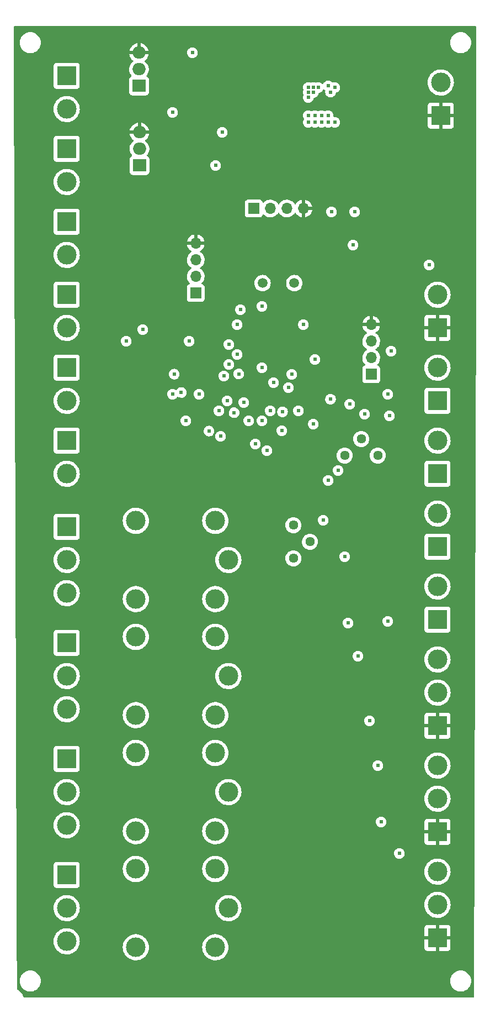
<source format=gbr>
%TF.GenerationSoftware,KiCad,Pcbnew,(6.0.5)*%
%TF.CreationDate,2022-07-22T19:12:55-04:00*%
%TF.ProjectId,LIFFY_KICAD,4c494646-595f-44b4-9943-41442e6b6963,rev?*%
%TF.SameCoordinates,Original*%
%TF.FileFunction,Copper,L2,Inr*%
%TF.FilePolarity,Positive*%
%FSLAX46Y46*%
G04 Gerber Fmt 4.6, Leading zero omitted, Abs format (unit mm)*
G04 Created by KiCad (PCBNEW (6.0.5)) date 2022-07-22 19:12:55*
%MOMM*%
%LPD*%
G01*
G04 APERTURE LIST*
%TA.AperFunction,ComponentPad*%
%ADD10R,3.000000X3.000000*%
%TD*%
%TA.AperFunction,ComponentPad*%
%ADD11C,3.000000*%
%TD*%
%TA.AperFunction,ComponentPad*%
%ADD12C,1.440000*%
%TD*%
%TA.AperFunction,ComponentPad*%
%ADD13R,2.000000X1.905000*%
%TD*%
%TA.AperFunction,ComponentPad*%
%ADD14O,2.000000X1.905000*%
%TD*%
%TA.AperFunction,ComponentPad*%
%ADD15R,1.700000X1.700000*%
%TD*%
%TA.AperFunction,ComponentPad*%
%ADD16O,1.700000X1.700000*%
%TD*%
%TA.AperFunction,ComponentPad*%
%ADD17C,1.500000*%
%TD*%
%TA.AperFunction,ViaPad*%
%ADD18C,0.609600*%
%TD*%
%TA.AperFunction,ViaPad*%
%ADD19C,0.800000*%
%TD*%
G04 APERTURE END LIST*
D10*
%TO.N,Net-(J20-Pad1)*%
%TO.C,J20*%
X64516000Y-117856000D03*
D11*
%TO.N,Net-(J20-Pad2)*%
X64516000Y-122936000D03*
%TO.N,Net-(J20-Pad3)*%
X64516000Y-128016000D03*
%TD*%
D12*
%TO.N,+6V*%
%TO.C,RV2*%
X99314000Y-99822000D03*
%TO.N,Net-(RV2-Pad2)*%
X101854000Y-102362000D03*
%TO.N,unconnected-(RV2-Pad3)*%
X99314000Y-104902000D03*
%TD*%
D10*
%TO.N,+12V*%
%TO.C,J12*%
X64516000Y-64516000D03*
D11*
%TO.N,Net-(J12-Pad2)*%
X64516000Y-69596000D03*
%TD*%
D12*
%TO.N,+6V*%
%TO.C,RV1*%
X107178000Y-89159000D03*
%TO.N,Net-(RV1-Pad2)*%
X109718000Y-86619000D03*
%TO.N,unconnected-(RV1-Pad3)*%
X112258000Y-89159000D03*
%TD*%
D13*
%TO.N,Net-(Q2-Pad1)*%
%TO.C,Q2*%
X75692000Y-44704000D03*
D14*
%TO.N,Net-(J7-Pad1)*%
X75692000Y-42164000D03*
%TO.N,GND*%
X75692000Y-39624000D03*
%TD*%
D10*
%TO.N,+12V*%
%TO.C,J10*%
X64516000Y-86868000D03*
D11*
%TO.N,Net-(J10-Pad2)*%
X64516000Y-91948000D03*
%TD*%
%TO.N,Net-(J18-Pad2)*%
%TO.C,K1*%
X89330000Y-158496000D03*
%TO.N,Net-(J18-Pad3)*%
X75130000Y-164496000D03*
%TO.N,Net-(J18-Pad1)*%
X75130000Y-152496000D03*
%TO.N,+12V*%
X87330000Y-152496000D03*
%TO.N,Net-(K1-PadA2)*%
X87330000Y-164496000D03*
%TD*%
D10*
%TO.N,GND*%
%TO.C,J1*%
X121920000Y-37084000D03*
D11*
%TO.N,+12V*%
X121920000Y-32004000D03*
%TD*%
D10*
%TO.N,+12V*%
%TO.C,J17*%
X64516000Y-53340000D03*
D11*
%TO.N,Net-(J17-Pad2)*%
X64516000Y-58420000D03*
%TD*%
D10*
%TO.N,GND*%
%TO.C,J5*%
X121412000Y-163068000D03*
D11*
%TO.N,/Sensores LIFFY/TEMP_HUM*%
X121412000Y-157988000D03*
%TO.N,+5V*%
X121412000Y-152908000D03*
%TD*%
D10*
%TO.N,Net-(J18-Pad1)*%
%TO.C,J18*%
X64516000Y-153416000D03*
D11*
%TO.N,Net-(J18-Pad2)*%
X64516000Y-158496000D03*
%TO.N,Net-(J18-Pad3)*%
X64516000Y-163576000D03*
%TD*%
D15*
%TO.N,+5V*%
%TO.C,J15*%
X111252000Y-76708000D03*
D16*
%TO.N,/Comunic. & Program./RESET_PIN*%
X111252000Y-74168000D03*
%TO.N,/Comunic. & Program./BKGD_PIN*%
X111252000Y-71628000D03*
%TO.N,GND*%
X111252000Y-69088000D03*
%TD*%
D10*
%TO.N,GND*%
%TO.C,J3*%
X121412000Y-146812000D03*
D11*
%TO.N,Net-(J3-Pad2)*%
X121412000Y-141732000D03*
%TO.N,+5V*%
X121412000Y-136652000D03*
%TD*%
D10*
%TO.N,GND*%
%TO.C,J8*%
X121412000Y-69596000D03*
D11*
%TO.N,+5V*%
X121412000Y-64516000D03*
%TD*%
D15*
%TO.N,+5V*%
%TO.C,J21*%
X84328000Y-64252000D03*
D16*
%TO.N,/Comunic. & Program./TX_PIN*%
X84328000Y-61712000D03*
%TO.N,/Comunic. & Program./RX_PIN*%
X84328000Y-59172000D03*
%TO.N,GND*%
X84328000Y-56632000D03*
%TD*%
D11*
%TO.N,Net-(J22-Pad2)*%
%TO.C,K4*%
X89330000Y-105156000D03*
%TO.N,Net-(J22-Pad3)*%
X75130000Y-111156000D03*
%TO.N,Net-(J22-Pad1)*%
X75130000Y-99156000D03*
%TO.N,+12V*%
X87330000Y-99156000D03*
%TO.N,Net-(K4-PadA2)*%
X87330000Y-111156000D03*
%TD*%
D15*
%TO.N,+5V*%
%TO.C,J16*%
X93228000Y-51308000D03*
D16*
%TO.N,/Comunic. & Program./SDA_PIN*%
X95768000Y-51308000D03*
%TO.N,/Comunic. & Program./SCL_PIN*%
X98308000Y-51308000D03*
%TO.N,GND*%
X100848000Y-51308000D03*
%TD*%
D10*
%TO.N,GND1*%
%TO.C,J9*%
X121412000Y-103124000D03*
D11*
%TO.N,Net-(J9-Pad2)*%
X121412000Y-98044000D03*
%TD*%
D10*
%TO.N,Net-(J4-Pad1)*%
%TO.C,J4*%
X121412000Y-114300000D03*
D11*
%TO.N,+5V*%
X121412000Y-109220000D03*
%TD*%
D10*
%TO.N,+12V*%
%TO.C,J11*%
X64516000Y-75692000D03*
D11*
%TO.N,Net-(J11-Pad2)*%
X64516000Y-80772000D03*
%TD*%
D17*
%TO.N,Net-(C2-Pad2)*%
%TO.C,Y1*%
X94578000Y-62738000D03*
%TO.N,Net-(C1-Pad2)*%
X99458000Y-62738000D03*
%TD*%
D10*
%TO.N,GND1*%
%TO.C,J14*%
X121412000Y-80772000D03*
D11*
%TO.N,+6V*%
X121412000Y-75692000D03*
%TD*%
D10*
%TO.N,GND*%
%TO.C,J2*%
X121412000Y-130556000D03*
D11*
%TO.N,Net-(J2-Pad2)*%
X121412000Y-125476000D03*
%TO.N,+5V*%
X121412000Y-120396000D03*
%TD*%
%TO.N,Net-(J20-Pad2)*%
%TO.C,K3*%
X89330000Y-122936000D03*
%TO.N,Net-(J20-Pad3)*%
X75130000Y-128936000D03*
%TO.N,Net-(J20-Pad1)*%
X75130000Y-116936000D03*
%TO.N,+12V*%
X87330000Y-116936000D03*
%TO.N,Net-(K3-PadA2)*%
X87330000Y-128936000D03*
%TD*%
D10*
%TO.N,Net-(J19-Pad1)*%
%TO.C,J19*%
X64516000Y-135636000D03*
D11*
%TO.N,Net-(J19-Pad2)*%
X64516000Y-140716000D03*
%TO.N,Net-(J19-Pad3)*%
X64516000Y-145796000D03*
%TD*%
D13*
%TO.N,Net-(Q1-Pad1)*%
%TO.C,Q1*%
X75621000Y-32512000D03*
D14*
%TO.N,Net-(J13-Pad1)*%
X75621000Y-29972000D03*
%TO.N,GND*%
X75621000Y-27432000D03*
%TD*%
D10*
%TO.N,Net-(J22-Pad1)*%
%TO.C,J22*%
X64516000Y-100076000D03*
D11*
%TO.N,Net-(J22-Pad2)*%
X64516000Y-105156000D03*
%TO.N,Net-(J22-Pad3)*%
X64516000Y-110236000D03*
%TD*%
D10*
%TO.N,Net-(J7-Pad1)*%
%TO.C,J7*%
X64516000Y-42164000D03*
D11*
%TO.N,+12V*%
X64516000Y-47244000D03*
%TD*%
%TO.N,Net-(J19-Pad2)*%
%TO.C,K2*%
X89330000Y-140716000D03*
%TO.N,Net-(J19-Pad3)*%
X75130000Y-146716000D03*
%TO.N,Net-(J19-Pad1)*%
X75130000Y-134716000D03*
%TO.N,+12V*%
X87330000Y-134716000D03*
%TO.N,Net-(K2-PadA2)*%
X87330000Y-146716000D03*
%TD*%
D10*
%TO.N,Net-(J13-Pad1)*%
%TO.C,J13*%
X64516000Y-30988000D03*
D11*
%TO.N,+12V*%
X64516000Y-36068000D03*
%TD*%
D10*
%TO.N,GND1*%
%TO.C,J6*%
X121412000Y-91948000D03*
D11*
%TO.N,Net-(J6-Pad2)*%
X121412000Y-86868000D03*
%TD*%
D18*
%TO.N,+12V*%
X73660000Y-71628000D03*
X83820000Y-27432000D03*
%TO.N,/Sensores LIFFY/TDS_DATA*%
X112268000Y-136652000D03*
X106172000Y-91440000D03*
%TO.N,+5V*%
X102616000Y-38100000D03*
X112776000Y-145288000D03*
X103632000Y-38100000D03*
X101600000Y-38100000D03*
X109220000Y-119888000D03*
X105156000Y-51816000D03*
X104648000Y-37084000D03*
X107188000Y-104648000D03*
X107696000Y-114808000D03*
X102616000Y-37084000D03*
X104648000Y-38100000D03*
X101600000Y-37084000D03*
X114300000Y-73152000D03*
X103632000Y-37084000D03*
X84836000Y-79756000D03*
X105664000Y-38100000D03*
X113792000Y-79756000D03*
%TO.N,GND*%
X106172000Y-45720000D03*
X107696000Y-29972000D03*
X103300900Y-79388802D03*
X96774000Y-65278000D03*
X109728000Y-29972000D03*
X104140000Y-45720000D03*
X96520000Y-74422000D03*
X116840000Y-116840000D03*
X88392000Y-78994000D03*
X102108000Y-44704000D03*
X105664000Y-29972000D03*
X109728000Y-28956000D03*
X106680000Y-29972000D03*
D19*
X78740000Y-71374000D03*
D18*
X105156000Y-45720000D03*
X102108000Y-43688000D03*
X89408000Y-28956000D03*
X105156000Y-44704000D03*
X104140000Y-109220000D03*
X99822000Y-67310000D03*
X104140000Y-44704000D03*
X101092000Y-45720000D03*
X102616000Y-81280000D03*
X101092000Y-44704000D03*
X112776000Y-147320000D03*
X105664000Y-139700000D03*
X108712000Y-28956000D03*
X107696000Y-28956000D03*
X103124000Y-45720000D03*
X113284000Y-127508000D03*
X87376000Y-74319900D03*
X118872000Y-48006000D03*
X103124000Y-44704000D03*
X110744000Y-29972000D03*
X106172000Y-44704000D03*
X110744000Y-28956000D03*
X106172000Y-120142000D03*
X103378000Y-72136000D03*
X102108000Y-45720000D03*
X106680000Y-28956000D03*
X72898000Y-87884000D03*
X106426000Y-96012000D03*
X94234000Y-78232000D03*
X108712000Y-29972000D03*
X105664000Y-28956000D03*
X105664000Y-43688000D03*
%TO.N,/Sensores LIFFY/pH_DATA*%
X102362000Y-84328000D03*
X105004100Y-80518000D03*
%TO.N,/Sensores LIFFY/LDR_DATA*%
X104648000Y-92964000D03*
X110998000Y-129794000D03*
%TO.N,/Sensores LIFFY/LV2*%
X114046000Y-83058000D03*
X113792000Y-114554000D03*
%TO.N,/Sensores LIFFY/LV1*%
X110236000Y-82804000D03*
X103886000Y-99060000D03*
%TO.N,/Fuente Conmutada 5V/SW*%
X104648000Y-32512000D03*
X105664000Y-32766000D03*
X102362000Y-33528000D03*
X102362000Y-32766000D03*
X105007000Y-33485000D03*
X101600000Y-34290000D03*
X103124000Y-32766000D03*
X101600000Y-33528000D03*
X101600000Y-32766000D03*
%TO.N,/Motor Drivers/PW_MOTOR1*%
X80771989Y-79756000D03*
X90678000Y-73660000D03*
%TO.N,/Motor Drivers/PW_MOTOR2*%
X76200000Y-69850000D03*
X89408000Y-72136000D03*
%TO.N,/Motor Drivers/MOTOR1*%
X82106024Y-79489857D03*
X89408000Y-75184000D03*
%TO.N,/Motor Drivers/MOTOR2*%
X90932000Y-76650291D03*
X81026000Y-76685470D03*
%TO.N,Net-(Q2-Pad1)*%
X87376000Y-44704000D03*
%TO.N,/Sensores LIFFY/TEMP_HUM*%
X88646000Y-76962000D03*
X115570000Y-150114000D03*
%TO.N,/Comunic. & Program./TX_PIN*%
X83312000Y-71628000D03*
X82804000Y-83820000D03*
X91694000Y-81026000D03*
%TO.N,/Comunic. & Program./RX_PIN*%
X94488000Y-75692000D03*
%TO.N,/Comunic. & Program./SCL_PIN*%
X96266000Y-77978000D03*
%TO.N,/Comunic. & Program./RESET_PIN*%
X92456000Y-83820000D03*
X97536000Y-85344000D03*
X98552000Y-78740000D03*
%TO.N,/4 Relays/RELE1*%
X88138000Y-86208100D03*
X95758000Y-82296000D03*
%TO.N,/4 Relays/RELE2*%
X97646381Y-82457761D03*
X93472000Y-87376000D03*
%TO.N,/4 Relays/RELE3*%
X86360000Y-85401709D03*
X94488000Y-83820000D03*
%TO.N,/4 Relays/RELE4*%
X95250000Y-88392000D03*
X100076000Y-82296000D03*
%TO.N,/DIPSWITCHES/DIP1*%
X120142000Y-59944000D03*
X108458000Y-56896000D03*
%TO.N,/DIPSWITCHES/DIP2*%
X102616000Y-74422000D03*
X100838000Y-69088000D03*
%TO.N,/DIPSWITCHES/DIP3*%
X108712000Y-51816000D03*
X107956909Y-81280000D03*
%TO.N,/Comunic. & Program./BKGD_PIN*%
X94488000Y-66294000D03*
%TO.N,/Driver MOSFET para PWM 2 Outputs/PWM_R*%
X91186000Y-66802000D03*
X88392000Y-39624000D03*
%TO.N,/Driver MOSFET para PWM 2 Outputs/PWM_A*%
X80772000Y-36576000D03*
X90678000Y-69088000D03*
%TO.N,Net-(C7-Pad2)*%
X99060000Y-76708000D03*
X89154000Y-80772000D03*
X87884000Y-82296000D03*
X90211380Y-82591380D03*
%TD*%
%TA.AperFunction,Conductor*%
%TO.N,GND*%
G36*
X127313621Y-23388502D02*
G01*
X127360114Y-23442158D01*
X127371500Y-23494500D01*
X127371500Y-63362500D01*
X127000757Y-171990312D01*
X127000429Y-172086430D01*
X126980195Y-172154482D01*
X126926381Y-172200792D01*
X126874430Y-172212000D01*
X58047137Y-172212000D01*
X57979016Y-172191998D01*
X57932523Y-172138342D01*
X57928364Y-172128059D01*
X57882365Y-171998160D01*
X57880934Y-171994119D01*
X57744907Y-171730572D01*
X57731226Y-171711105D01*
X57576835Y-171491430D01*
X57574372Y-171487925D01*
X57499349Y-171407191D01*
X57375404Y-171273810D01*
X57375401Y-171273808D01*
X57372483Y-171270667D01*
X57369168Y-171267953D01*
X57369164Y-171267950D01*
X57178033Y-171111511D01*
X57142977Y-171082818D01*
X56975046Y-170979910D01*
X56951544Y-170965508D01*
X56903913Y-170912860D01*
X56891381Y-170858507D01*
X56887331Y-169672000D01*
X57314526Y-169672000D01*
X57334391Y-169924403D01*
X57393495Y-170170591D01*
X57490384Y-170404502D01*
X57622672Y-170620376D01*
X57787102Y-170812898D01*
X57979624Y-170977328D01*
X58195498Y-171109616D01*
X58200068Y-171111509D01*
X58200072Y-171111511D01*
X58424836Y-171204611D01*
X58429409Y-171206505D01*
X58514032Y-171226821D01*
X58670784Y-171264454D01*
X58670790Y-171264455D01*
X58675597Y-171265609D01*
X58775416Y-171273465D01*
X58862345Y-171280307D01*
X58862352Y-171280307D01*
X58864801Y-171280500D01*
X58991199Y-171280500D01*
X58993648Y-171280307D01*
X58993655Y-171280307D01*
X59080584Y-171273465D01*
X59180403Y-171265609D01*
X59185210Y-171264455D01*
X59185216Y-171264454D01*
X59341968Y-171226821D01*
X59426591Y-171206505D01*
X59431164Y-171204611D01*
X59655928Y-171111511D01*
X59655932Y-171111509D01*
X59660502Y-171109616D01*
X59876376Y-170977328D01*
X60068898Y-170812898D01*
X60233328Y-170620376D01*
X60365616Y-170404502D01*
X60462505Y-170170591D01*
X60521609Y-169924403D01*
X60541474Y-169672000D01*
X123354526Y-169672000D01*
X123374391Y-169924403D01*
X123433495Y-170170591D01*
X123530384Y-170404502D01*
X123662672Y-170620376D01*
X123827102Y-170812898D01*
X124019624Y-170977328D01*
X124235498Y-171109616D01*
X124240068Y-171111509D01*
X124240072Y-171111511D01*
X124464836Y-171204611D01*
X124469409Y-171206505D01*
X124554032Y-171226821D01*
X124710784Y-171264454D01*
X124710790Y-171264455D01*
X124715597Y-171265609D01*
X124815416Y-171273465D01*
X124902345Y-171280307D01*
X124902352Y-171280307D01*
X124904801Y-171280500D01*
X125031199Y-171280500D01*
X125033648Y-171280307D01*
X125033655Y-171280307D01*
X125120584Y-171273465D01*
X125220403Y-171265609D01*
X125225210Y-171264455D01*
X125225216Y-171264454D01*
X125381968Y-171226821D01*
X125466591Y-171206505D01*
X125471164Y-171204611D01*
X125695928Y-171111511D01*
X125695932Y-171111509D01*
X125700502Y-171109616D01*
X125916376Y-170977328D01*
X126108898Y-170812898D01*
X126273328Y-170620376D01*
X126405616Y-170404502D01*
X126502505Y-170170591D01*
X126561609Y-169924403D01*
X126581474Y-169672000D01*
X126561609Y-169419597D01*
X126502505Y-169173409D01*
X126405616Y-168939498D01*
X126273328Y-168723624D01*
X126108898Y-168531102D01*
X125916376Y-168366672D01*
X125700502Y-168234384D01*
X125695932Y-168232491D01*
X125695928Y-168232489D01*
X125471164Y-168139389D01*
X125471162Y-168139388D01*
X125466591Y-168137495D01*
X125381968Y-168117179D01*
X125225216Y-168079546D01*
X125225210Y-168079545D01*
X125220403Y-168078391D01*
X125120584Y-168070535D01*
X125033655Y-168063693D01*
X125033648Y-168063693D01*
X125031199Y-168063500D01*
X124904801Y-168063500D01*
X124902352Y-168063693D01*
X124902345Y-168063693D01*
X124815416Y-168070535D01*
X124715597Y-168078391D01*
X124710790Y-168079545D01*
X124710784Y-168079546D01*
X124554032Y-168117179D01*
X124469409Y-168137495D01*
X124464838Y-168139388D01*
X124464836Y-168139389D01*
X124240072Y-168232489D01*
X124240068Y-168232491D01*
X124235498Y-168234384D01*
X124019624Y-168366672D01*
X123827102Y-168531102D01*
X123662672Y-168723624D01*
X123530384Y-168939498D01*
X123433495Y-169173409D01*
X123374391Y-169419597D01*
X123354526Y-169672000D01*
X60541474Y-169672000D01*
X60521609Y-169419597D01*
X60462505Y-169173409D01*
X60365616Y-168939498D01*
X60233328Y-168723624D01*
X60068898Y-168531102D01*
X59876376Y-168366672D01*
X59660502Y-168234384D01*
X59655932Y-168232491D01*
X59655928Y-168232489D01*
X59431164Y-168139389D01*
X59431162Y-168139388D01*
X59426591Y-168137495D01*
X59341968Y-168117179D01*
X59185216Y-168079546D01*
X59185210Y-168079545D01*
X59180403Y-168078391D01*
X59080584Y-168070535D01*
X58993655Y-168063693D01*
X58993648Y-168063693D01*
X58991199Y-168063500D01*
X58864801Y-168063500D01*
X58862352Y-168063693D01*
X58862345Y-168063693D01*
X58775416Y-168070535D01*
X58675597Y-168078391D01*
X58670790Y-168079545D01*
X58670784Y-168079546D01*
X58514032Y-168117179D01*
X58429409Y-168137495D01*
X58424838Y-168139388D01*
X58424836Y-168139389D01*
X58200072Y-168232489D01*
X58200068Y-168232491D01*
X58195498Y-168234384D01*
X57979624Y-168366672D01*
X57787102Y-168531102D01*
X57622672Y-168723624D01*
X57490384Y-168939498D01*
X57393495Y-169173409D01*
X57334391Y-169419597D01*
X57314526Y-169672000D01*
X56887331Y-169672000D01*
X56866454Y-163554918D01*
X62502917Y-163554918D01*
X62518682Y-163828320D01*
X62519507Y-163832525D01*
X62519508Y-163832533D01*
X62540302Y-163938520D01*
X62571405Y-164097053D01*
X62572792Y-164101103D01*
X62572793Y-164101108D01*
X62658723Y-164352088D01*
X62660112Y-164356144D01*
X62662039Y-164359975D01*
X62751657Y-164538161D01*
X62783160Y-164600799D01*
X62785586Y-164604328D01*
X62785589Y-164604334D01*
X62934947Y-164821649D01*
X62938274Y-164826490D01*
X63122582Y-165029043D01*
X63125877Y-165031798D01*
X63125878Y-165031799D01*
X63178301Y-165075631D01*
X63332675Y-165204707D01*
X63336316Y-165206991D01*
X63561024Y-165347951D01*
X63561028Y-165347953D01*
X63564664Y-165350234D01*
X63632544Y-165380883D01*
X63810345Y-165461164D01*
X63810349Y-165461166D01*
X63814257Y-165462930D01*
X63818377Y-165464150D01*
X63818376Y-165464150D01*
X64072723Y-165539491D01*
X64072727Y-165539492D01*
X64076836Y-165540709D01*
X64081070Y-165541357D01*
X64081075Y-165541358D01*
X64343298Y-165581483D01*
X64343300Y-165581483D01*
X64347540Y-165582132D01*
X64486912Y-165584322D01*
X64617071Y-165586367D01*
X64617077Y-165586367D01*
X64621362Y-165586434D01*
X64893235Y-165553534D01*
X65158127Y-165484041D01*
X65162087Y-165482401D01*
X65162092Y-165482399D01*
X65284631Y-165431641D01*
X65411136Y-165379241D01*
X65647582Y-165241073D01*
X65863089Y-165072094D01*
X65868531Y-165066479D01*
X66050686Y-164878509D01*
X66053669Y-164875431D01*
X66056202Y-164871983D01*
X66056206Y-164871978D01*
X66213257Y-164658178D01*
X66215795Y-164654723D01*
X66243154Y-164604334D01*
X66313422Y-164474918D01*
X73116917Y-164474918D01*
X73132682Y-164748320D01*
X73133507Y-164752525D01*
X73133508Y-164752533D01*
X73157620Y-164875431D01*
X73185405Y-165017053D01*
X73186792Y-165021103D01*
X73186793Y-165021108D01*
X73262104Y-165241073D01*
X73274112Y-165276144D01*
X73397160Y-165520799D01*
X73399586Y-165524328D01*
X73399589Y-165524334D01*
X73442270Y-165586434D01*
X73552274Y-165746490D01*
X73736582Y-165949043D01*
X73946675Y-166124707D01*
X73950316Y-166126991D01*
X74175024Y-166267951D01*
X74175028Y-166267953D01*
X74178664Y-166270234D01*
X74246544Y-166300883D01*
X74424345Y-166381164D01*
X74424349Y-166381166D01*
X74428257Y-166382930D01*
X74432377Y-166384150D01*
X74432376Y-166384150D01*
X74686723Y-166459491D01*
X74686727Y-166459492D01*
X74690836Y-166460709D01*
X74695070Y-166461357D01*
X74695075Y-166461358D01*
X74957298Y-166501483D01*
X74957300Y-166501483D01*
X74961540Y-166502132D01*
X75100912Y-166504322D01*
X75231071Y-166506367D01*
X75231077Y-166506367D01*
X75235362Y-166506434D01*
X75507235Y-166473534D01*
X75772127Y-166404041D01*
X75776087Y-166402401D01*
X75776092Y-166402399D01*
X75898631Y-166351641D01*
X76025136Y-166299241D01*
X76261582Y-166161073D01*
X76477089Y-165992094D01*
X76518809Y-165949043D01*
X76664686Y-165798509D01*
X76667669Y-165795431D01*
X76670202Y-165791983D01*
X76670206Y-165791978D01*
X76827257Y-165578178D01*
X76829795Y-165574723D01*
X76848263Y-165540709D01*
X76958418Y-165337830D01*
X76958419Y-165337828D01*
X76960468Y-165334054D01*
X77057269Y-165077877D01*
X77118407Y-164810933D01*
X77118843Y-164806054D01*
X77142531Y-164540627D01*
X77142531Y-164540625D01*
X77142751Y-164538161D01*
X77143193Y-164496000D01*
X77141756Y-164474918D01*
X85316917Y-164474918D01*
X85332682Y-164748320D01*
X85333507Y-164752525D01*
X85333508Y-164752533D01*
X85357620Y-164875431D01*
X85385405Y-165017053D01*
X85386792Y-165021103D01*
X85386793Y-165021108D01*
X85462104Y-165241073D01*
X85474112Y-165276144D01*
X85597160Y-165520799D01*
X85599586Y-165524328D01*
X85599589Y-165524334D01*
X85642270Y-165586434D01*
X85752274Y-165746490D01*
X85936582Y-165949043D01*
X86146675Y-166124707D01*
X86150316Y-166126991D01*
X86375024Y-166267951D01*
X86375028Y-166267953D01*
X86378664Y-166270234D01*
X86446544Y-166300883D01*
X86624345Y-166381164D01*
X86624349Y-166381166D01*
X86628257Y-166382930D01*
X86632377Y-166384150D01*
X86632376Y-166384150D01*
X86886723Y-166459491D01*
X86886727Y-166459492D01*
X86890836Y-166460709D01*
X86895070Y-166461357D01*
X86895075Y-166461358D01*
X87157298Y-166501483D01*
X87157300Y-166501483D01*
X87161540Y-166502132D01*
X87300912Y-166504322D01*
X87431071Y-166506367D01*
X87431077Y-166506367D01*
X87435362Y-166506434D01*
X87707235Y-166473534D01*
X87972127Y-166404041D01*
X87976087Y-166402401D01*
X87976092Y-166402399D01*
X88098631Y-166351641D01*
X88225136Y-166299241D01*
X88461582Y-166161073D01*
X88677089Y-165992094D01*
X88718809Y-165949043D01*
X88864686Y-165798509D01*
X88867669Y-165795431D01*
X88870202Y-165791983D01*
X88870206Y-165791978D01*
X89027257Y-165578178D01*
X89029795Y-165574723D01*
X89048263Y-165540709D01*
X89158418Y-165337830D01*
X89158419Y-165337828D01*
X89160468Y-165334054D01*
X89257269Y-165077877D01*
X89318407Y-164810933D01*
X89318843Y-164806054D01*
X89336102Y-164612669D01*
X119404001Y-164612669D01*
X119404371Y-164619490D01*
X119409895Y-164670352D01*
X119413521Y-164685604D01*
X119458676Y-164806054D01*
X119467214Y-164821649D01*
X119543715Y-164923724D01*
X119556276Y-164936285D01*
X119658351Y-165012786D01*
X119673946Y-165021324D01*
X119794394Y-165066478D01*
X119809649Y-165070105D01*
X119860514Y-165075631D01*
X119867328Y-165076000D01*
X121139885Y-165076000D01*
X121155124Y-165071525D01*
X121156329Y-165070135D01*
X121158000Y-165062452D01*
X121158000Y-165057884D01*
X121666000Y-165057884D01*
X121670475Y-165073123D01*
X121671865Y-165074328D01*
X121679548Y-165075999D01*
X122956669Y-165075999D01*
X122963490Y-165075629D01*
X123014352Y-165070105D01*
X123029604Y-165066479D01*
X123150054Y-165021324D01*
X123165649Y-165012786D01*
X123267724Y-164936285D01*
X123280285Y-164923724D01*
X123356786Y-164821649D01*
X123365324Y-164806054D01*
X123410478Y-164685606D01*
X123414105Y-164670351D01*
X123419631Y-164619486D01*
X123420000Y-164612672D01*
X123420000Y-163340115D01*
X123415525Y-163324876D01*
X123414135Y-163323671D01*
X123406452Y-163322000D01*
X121684115Y-163322000D01*
X121668876Y-163326475D01*
X121667671Y-163327865D01*
X121666000Y-163335548D01*
X121666000Y-165057884D01*
X121158000Y-165057884D01*
X121158000Y-163340115D01*
X121153525Y-163324876D01*
X121152135Y-163323671D01*
X121144452Y-163322000D01*
X119422116Y-163322000D01*
X119406877Y-163326475D01*
X119405672Y-163327865D01*
X119404001Y-163335548D01*
X119404001Y-164612669D01*
X89336102Y-164612669D01*
X89342531Y-164540627D01*
X89342531Y-164540625D01*
X89342751Y-164538161D01*
X89343193Y-164496000D01*
X89333659Y-164356144D01*
X89324859Y-164227055D01*
X89324858Y-164227049D01*
X89324567Y-164222778D01*
X89269032Y-163954612D01*
X89177617Y-163696465D01*
X89052013Y-163453112D01*
X89042040Y-163438921D01*
X88963011Y-163326475D01*
X88894545Y-163229057D01*
X88708125Y-163028445D01*
X88704810Y-163025731D01*
X88704806Y-163025728D01*
X88499523Y-162857706D01*
X88496205Y-162854990D01*
X88399754Y-162795885D01*
X119404000Y-162795885D01*
X119408475Y-162811124D01*
X119409865Y-162812329D01*
X119417548Y-162814000D01*
X121139885Y-162814000D01*
X121155124Y-162809525D01*
X121156329Y-162808135D01*
X121158000Y-162800452D01*
X121158000Y-162795885D01*
X121666000Y-162795885D01*
X121670475Y-162811124D01*
X121671865Y-162812329D01*
X121679548Y-162814000D01*
X123401884Y-162814000D01*
X123417123Y-162809525D01*
X123418328Y-162808135D01*
X123419999Y-162800452D01*
X123419999Y-161523331D01*
X123419629Y-161516510D01*
X123414105Y-161465648D01*
X123410479Y-161450396D01*
X123365324Y-161329946D01*
X123356786Y-161314351D01*
X123280285Y-161212276D01*
X123267724Y-161199715D01*
X123165649Y-161123214D01*
X123150054Y-161114676D01*
X123029606Y-161069522D01*
X123014351Y-161065895D01*
X122963486Y-161060369D01*
X122956672Y-161060000D01*
X121684115Y-161060000D01*
X121668876Y-161064475D01*
X121667671Y-161065865D01*
X121666000Y-161073548D01*
X121666000Y-162795885D01*
X121158000Y-162795885D01*
X121158000Y-161078116D01*
X121153525Y-161062877D01*
X121152135Y-161061672D01*
X121144452Y-161060001D01*
X119867331Y-161060001D01*
X119860510Y-161060371D01*
X119809648Y-161065895D01*
X119794396Y-161069521D01*
X119673946Y-161114676D01*
X119658351Y-161123214D01*
X119556276Y-161199715D01*
X119543715Y-161212276D01*
X119467214Y-161314351D01*
X119458676Y-161329946D01*
X119413522Y-161450394D01*
X119409895Y-161465649D01*
X119404369Y-161516514D01*
X119404000Y-161523328D01*
X119404000Y-162795885D01*
X88399754Y-162795885D01*
X88262704Y-162711901D01*
X88258768Y-162710173D01*
X88015873Y-162603549D01*
X88015869Y-162603548D01*
X88011945Y-162601825D01*
X87748566Y-162526800D01*
X87744324Y-162526196D01*
X87744318Y-162526195D01*
X87543834Y-162497662D01*
X87477443Y-162488213D01*
X87333589Y-162487460D01*
X87207877Y-162486802D01*
X87207871Y-162486802D01*
X87203591Y-162486780D01*
X87199347Y-162487339D01*
X87199343Y-162487339D01*
X87080302Y-162503011D01*
X86932078Y-162522525D01*
X86927938Y-162523658D01*
X86927936Y-162523658D01*
X86906190Y-162529607D01*
X86667928Y-162594788D01*
X86663980Y-162596472D01*
X86419982Y-162700546D01*
X86419978Y-162700548D01*
X86416030Y-162702232D01*
X86324250Y-162757161D01*
X86184725Y-162840664D01*
X86184721Y-162840667D01*
X86181043Y-162842868D01*
X85967318Y-163014094D01*
X85778808Y-163212742D01*
X85619002Y-163435136D01*
X85490857Y-163677161D01*
X85489385Y-163681184D01*
X85489383Y-163681188D01*
X85398214Y-163930317D01*
X85396743Y-163934337D01*
X85338404Y-164201907D01*
X85316917Y-164474918D01*
X77141756Y-164474918D01*
X77133659Y-164356144D01*
X77124859Y-164227055D01*
X77124858Y-164227049D01*
X77124567Y-164222778D01*
X77069032Y-163954612D01*
X76977617Y-163696465D01*
X76852013Y-163453112D01*
X76842040Y-163438921D01*
X76763011Y-163326475D01*
X76694545Y-163229057D01*
X76508125Y-163028445D01*
X76504810Y-163025731D01*
X76504806Y-163025728D01*
X76299523Y-162857706D01*
X76296205Y-162854990D01*
X76062704Y-162711901D01*
X76058768Y-162710173D01*
X75815873Y-162603549D01*
X75815869Y-162603548D01*
X75811945Y-162601825D01*
X75548566Y-162526800D01*
X75544324Y-162526196D01*
X75544318Y-162526195D01*
X75343834Y-162497662D01*
X75277443Y-162488213D01*
X75133589Y-162487460D01*
X75007877Y-162486802D01*
X75007871Y-162486802D01*
X75003591Y-162486780D01*
X74999347Y-162487339D01*
X74999343Y-162487339D01*
X74880302Y-162503011D01*
X74732078Y-162522525D01*
X74727938Y-162523658D01*
X74727936Y-162523658D01*
X74706190Y-162529607D01*
X74467928Y-162594788D01*
X74463980Y-162596472D01*
X74219982Y-162700546D01*
X74219978Y-162700548D01*
X74216030Y-162702232D01*
X74124250Y-162757161D01*
X73984725Y-162840664D01*
X73984721Y-162840667D01*
X73981043Y-162842868D01*
X73767318Y-163014094D01*
X73578808Y-163212742D01*
X73419002Y-163435136D01*
X73290857Y-163677161D01*
X73289385Y-163681184D01*
X73289383Y-163681188D01*
X73198214Y-163930317D01*
X73196743Y-163934337D01*
X73138404Y-164201907D01*
X73116917Y-164474918D01*
X66313422Y-164474918D01*
X66344418Y-164417830D01*
X66344419Y-164417828D01*
X66346468Y-164414054D01*
X66425018Y-164206177D01*
X66441751Y-164161895D01*
X66441752Y-164161891D01*
X66443269Y-164157877D01*
X66468107Y-164049427D01*
X66503449Y-163895117D01*
X66503450Y-163895113D01*
X66504407Y-163890933D01*
X66523486Y-163677161D01*
X66528531Y-163620627D01*
X66528531Y-163620625D01*
X66528751Y-163618161D01*
X66529193Y-163576000D01*
X66519353Y-163431657D01*
X66510859Y-163307055D01*
X66510858Y-163307049D01*
X66510567Y-163302778D01*
X66455032Y-163034612D01*
X66363617Y-162776465D01*
X66274368Y-162603549D01*
X66239978Y-162536919D01*
X66239978Y-162536918D01*
X66238013Y-162533112D01*
X66230573Y-162522525D01*
X66083008Y-162312562D01*
X66080545Y-162309057D01*
X65894125Y-162108445D01*
X65890810Y-162105731D01*
X65890806Y-162105728D01*
X65685523Y-161937706D01*
X65682205Y-161934990D01*
X65448704Y-161791901D01*
X65444768Y-161790173D01*
X65201873Y-161683549D01*
X65201869Y-161683548D01*
X65197945Y-161681825D01*
X64934566Y-161606800D01*
X64930324Y-161606196D01*
X64930318Y-161606195D01*
X64729834Y-161577662D01*
X64663443Y-161568213D01*
X64519589Y-161567460D01*
X64393877Y-161566802D01*
X64393871Y-161566802D01*
X64389591Y-161566780D01*
X64385347Y-161567339D01*
X64385343Y-161567339D01*
X64266302Y-161583011D01*
X64118078Y-161602525D01*
X64113938Y-161603658D01*
X64113936Y-161603658D01*
X64041008Y-161623609D01*
X63853928Y-161674788D01*
X63849980Y-161676472D01*
X63605982Y-161780546D01*
X63605978Y-161780548D01*
X63602030Y-161782232D01*
X63582125Y-161794145D01*
X63370725Y-161920664D01*
X63370721Y-161920667D01*
X63367043Y-161922868D01*
X63153318Y-162094094D01*
X62964808Y-162292742D01*
X62805002Y-162515136D01*
X62676857Y-162757161D01*
X62675385Y-162761184D01*
X62675383Y-162761188D01*
X62641056Y-162854990D01*
X62582743Y-163014337D01*
X62524404Y-163281907D01*
X62502917Y-163554918D01*
X56866454Y-163554918D01*
X56849116Y-158474918D01*
X62502917Y-158474918D01*
X62518682Y-158748320D01*
X62519507Y-158752525D01*
X62519508Y-158752533D01*
X62549917Y-158907526D01*
X62571405Y-159017053D01*
X62572792Y-159021103D01*
X62572793Y-159021108D01*
X62658723Y-159272088D01*
X62660112Y-159276144D01*
X62783160Y-159520799D01*
X62785586Y-159524328D01*
X62785589Y-159524334D01*
X62847182Y-159613951D01*
X62938274Y-159746490D01*
X63122582Y-159949043D01*
X63125877Y-159951798D01*
X63125878Y-159951799D01*
X63127743Y-159953358D01*
X63332675Y-160124707D01*
X63336316Y-160126991D01*
X63561024Y-160267951D01*
X63561028Y-160267953D01*
X63564664Y-160270234D01*
X63632544Y-160300883D01*
X63810345Y-160381164D01*
X63810349Y-160381166D01*
X63814257Y-160382930D01*
X63818377Y-160384150D01*
X63818376Y-160384150D01*
X64072723Y-160459491D01*
X64072727Y-160459492D01*
X64076836Y-160460709D01*
X64081070Y-160461357D01*
X64081075Y-160461358D01*
X64343298Y-160501483D01*
X64343300Y-160501483D01*
X64347540Y-160502132D01*
X64486912Y-160504322D01*
X64617071Y-160506367D01*
X64617077Y-160506367D01*
X64621362Y-160506434D01*
X64893235Y-160473534D01*
X65158127Y-160404041D01*
X65162087Y-160402401D01*
X65162092Y-160402399D01*
X65284631Y-160351641D01*
X65411136Y-160299241D01*
X65647582Y-160161073D01*
X65863089Y-159992094D01*
X65888328Y-159966050D01*
X66050686Y-159798509D01*
X66053669Y-159795431D01*
X66056202Y-159791983D01*
X66056206Y-159791978D01*
X66213257Y-159578178D01*
X66215795Y-159574723D01*
X66243154Y-159524334D01*
X66344418Y-159337830D01*
X66344419Y-159337828D01*
X66346468Y-159334054D01*
X66443269Y-159077877D01*
X66504407Y-158810933D01*
X66525921Y-158569877D01*
X66528531Y-158540627D01*
X66528531Y-158540625D01*
X66528751Y-158538161D01*
X66529193Y-158496000D01*
X66527756Y-158474918D01*
X87316917Y-158474918D01*
X87332682Y-158748320D01*
X87333507Y-158752525D01*
X87333508Y-158752533D01*
X87363917Y-158907526D01*
X87385405Y-159017053D01*
X87386792Y-159021103D01*
X87386793Y-159021108D01*
X87472723Y-159272088D01*
X87474112Y-159276144D01*
X87597160Y-159520799D01*
X87599586Y-159524328D01*
X87599589Y-159524334D01*
X87661182Y-159613951D01*
X87752274Y-159746490D01*
X87936582Y-159949043D01*
X87939877Y-159951798D01*
X87939878Y-159951799D01*
X87941743Y-159953358D01*
X88146675Y-160124707D01*
X88150316Y-160126991D01*
X88375024Y-160267951D01*
X88375028Y-160267953D01*
X88378664Y-160270234D01*
X88446544Y-160300883D01*
X88624345Y-160381164D01*
X88624349Y-160381166D01*
X88628257Y-160382930D01*
X88632377Y-160384150D01*
X88632376Y-160384150D01*
X88886723Y-160459491D01*
X88886727Y-160459492D01*
X88890836Y-160460709D01*
X88895070Y-160461357D01*
X88895075Y-160461358D01*
X89157298Y-160501483D01*
X89157300Y-160501483D01*
X89161540Y-160502132D01*
X89300912Y-160504322D01*
X89431071Y-160506367D01*
X89431077Y-160506367D01*
X89435362Y-160506434D01*
X89707235Y-160473534D01*
X89972127Y-160404041D01*
X89976087Y-160402401D01*
X89976092Y-160402399D01*
X90098631Y-160351641D01*
X90225136Y-160299241D01*
X90461582Y-160161073D01*
X90677089Y-159992094D01*
X90702328Y-159966050D01*
X90864686Y-159798509D01*
X90867669Y-159795431D01*
X90870202Y-159791983D01*
X90870206Y-159791978D01*
X91027257Y-159578178D01*
X91029795Y-159574723D01*
X91057154Y-159524334D01*
X91158418Y-159337830D01*
X91158419Y-159337828D01*
X91160468Y-159334054D01*
X91257269Y-159077877D01*
X91318407Y-158810933D01*
X91339921Y-158569877D01*
X91342531Y-158540627D01*
X91342531Y-158540625D01*
X91342751Y-158538161D01*
X91343193Y-158496000D01*
X91330317Y-158307117D01*
X91324859Y-158227055D01*
X91324858Y-158227049D01*
X91324567Y-158222778D01*
X91271580Y-157966918D01*
X119398917Y-157966918D01*
X119414682Y-158240320D01*
X119415507Y-158244525D01*
X119415508Y-158244533D01*
X119426127Y-158298657D01*
X119467405Y-158509053D01*
X119468792Y-158513103D01*
X119468793Y-158513108D01*
X119550767Y-158752533D01*
X119556112Y-158768144D01*
X119679160Y-159012799D01*
X119681586Y-159016328D01*
X119681589Y-159016334D01*
X119831843Y-159234953D01*
X119834274Y-159238490D01*
X120018582Y-159441043D01*
X120228675Y-159616707D01*
X120232316Y-159618991D01*
X120457024Y-159759951D01*
X120457028Y-159759953D01*
X120460664Y-159762234D01*
X120528544Y-159792883D01*
X120706345Y-159873164D01*
X120706349Y-159873166D01*
X120710257Y-159874930D01*
X120714377Y-159876150D01*
X120714376Y-159876150D01*
X120968723Y-159951491D01*
X120968727Y-159951492D01*
X120972836Y-159952709D01*
X120977070Y-159953357D01*
X120977075Y-159953358D01*
X121239298Y-159993483D01*
X121239300Y-159993483D01*
X121243540Y-159994132D01*
X121382912Y-159996322D01*
X121513071Y-159998367D01*
X121513077Y-159998367D01*
X121517362Y-159998434D01*
X121789235Y-159965534D01*
X122054127Y-159896041D01*
X122058087Y-159894401D01*
X122058092Y-159894399D01*
X122180631Y-159843641D01*
X122307136Y-159791241D01*
X122543582Y-159653073D01*
X122759089Y-159484094D01*
X122800809Y-159441043D01*
X122946686Y-159290509D01*
X122949669Y-159287431D01*
X122952202Y-159283983D01*
X122952206Y-159283978D01*
X123109257Y-159070178D01*
X123111795Y-159066723D01*
X123141048Y-159012846D01*
X123240418Y-158829830D01*
X123240419Y-158829828D01*
X123242468Y-158826054D01*
X123339269Y-158569877D01*
X123400407Y-158302933D01*
X123409424Y-158201907D01*
X123424531Y-158032627D01*
X123424531Y-158032625D01*
X123424751Y-158030161D01*
X123425193Y-157988000D01*
X123406567Y-157714778D01*
X123403612Y-157700506D01*
X123351901Y-157450809D01*
X123351032Y-157446612D01*
X123259617Y-157188465D01*
X123134013Y-156945112D01*
X123124040Y-156930921D01*
X122979008Y-156724562D01*
X122976545Y-156721057D01*
X122797124Y-156527977D01*
X122793046Y-156523588D01*
X122793043Y-156523585D01*
X122790125Y-156520445D01*
X122786810Y-156517731D01*
X122786806Y-156517728D01*
X122581523Y-156349706D01*
X122578205Y-156346990D01*
X122344704Y-156203901D01*
X122340768Y-156202173D01*
X122097873Y-156095549D01*
X122097869Y-156095548D01*
X122093945Y-156093825D01*
X121830566Y-156018800D01*
X121826324Y-156018196D01*
X121826318Y-156018195D01*
X121625834Y-155989662D01*
X121559443Y-155980213D01*
X121415589Y-155979460D01*
X121289877Y-155978802D01*
X121289871Y-155978802D01*
X121285591Y-155978780D01*
X121281347Y-155979339D01*
X121281343Y-155979339D01*
X121162302Y-155995011D01*
X121014078Y-156014525D01*
X121009938Y-156015658D01*
X121009936Y-156015658D01*
X120937008Y-156035609D01*
X120749928Y-156086788D01*
X120745980Y-156088472D01*
X120501982Y-156192546D01*
X120501978Y-156192548D01*
X120498030Y-156194232D01*
X120478125Y-156206145D01*
X120266725Y-156332664D01*
X120266721Y-156332667D01*
X120263043Y-156334868D01*
X120049318Y-156506094D01*
X119860808Y-156704742D01*
X119701002Y-156927136D01*
X119572857Y-157169161D01*
X119571385Y-157173184D01*
X119571383Y-157173188D01*
X119564314Y-157192506D01*
X119478743Y-157426337D01*
X119420404Y-157693907D01*
X119420068Y-157698177D01*
X119399886Y-157954612D01*
X119398917Y-157966918D01*
X91271580Y-157966918D01*
X91269032Y-157954612D01*
X91177617Y-157696465D01*
X91052013Y-157453112D01*
X91042040Y-157438921D01*
X90897008Y-157232562D01*
X90894545Y-157229057D01*
X90708125Y-157028445D01*
X90704810Y-157025731D01*
X90704806Y-157025728D01*
X90499523Y-156857706D01*
X90496205Y-156854990D01*
X90262704Y-156711901D01*
X90258768Y-156710173D01*
X90015873Y-156603549D01*
X90015869Y-156603548D01*
X90011945Y-156601825D01*
X89748566Y-156526800D01*
X89744324Y-156526196D01*
X89744318Y-156526195D01*
X89543834Y-156497662D01*
X89477443Y-156488213D01*
X89333589Y-156487460D01*
X89207877Y-156486802D01*
X89207871Y-156486802D01*
X89203591Y-156486780D01*
X89199347Y-156487339D01*
X89199343Y-156487339D01*
X89080302Y-156503011D01*
X88932078Y-156522525D01*
X88927938Y-156523658D01*
X88927936Y-156523658D01*
X88855008Y-156543609D01*
X88667928Y-156594788D01*
X88663980Y-156596472D01*
X88419982Y-156700546D01*
X88419978Y-156700548D01*
X88416030Y-156702232D01*
X88297414Y-156773222D01*
X88184725Y-156840664D01*
X88184721Y-156840667D01*
X88181043Y-156842868D01*
X87967318Y-157014094D01*
X87950717Y-157031588D01*
X87805461Y-157184656D01*
X87778808Y-157212742D01*
X87619002Y-157435136D01*
X87490857Y-157677161D01*
X87489385Y-157681184D01*
X87489383Y-157681188D01*
X87483166Y-157698177D01*
X87396743Y-157934337D01*
X87338404Y-158201907D01*
X87316917Y-158474918D01*
X66527756Y-158474918D01*
X66516317Y-158307117D01*
X66510859Y-158227055D01*
X66510858Y-158227049D01*
X66510567Y-158222778D01*
X66455032Y-157954612D01*
X66363617Y-157696465D01*
X66238013Y-157453112D01*
X66228040Y-157438921D01*
X66083008Y-157232562D01*
X66080545Y-157229057D01*
X65894125Y-157028445D01*
X65890810Y-157025731D01*
X65890806Y-157025728D01*
X65685523Y-156857706D01*
X65682205Y-156854990D01*
X65448704Y-156711901D01*
X65444768Y-156710173D01*
X65201873Y-156603549D01*
X65201869Y-156603548D01*
X65197945Y-156601825D01*
X64934566Y-156526800D01*
X64930324Y-156526196D01*
X64930318Y-156526195D01*
X64729834Y-156497662D01*
X64663443Y-156488213D01*
X64519589Y-156487460D01*
X64393877Y-156486802D01*
X64393871Y-156486802D01*
X64389591Y-156486780D01*
X64385347Y-156487339D01*
X64385343Y-156487339D01*
X64266302Y-156503011D01*
X64118078Y-156522525D01*
X64113938Y-156523658D01*
X64113936Y-156523658D01*
X64041008Y-156543609D01*
X63853928Y-156594788D01*
X63849980Y-156596472D01*
X63605982Y-156700546D01*
X63605978Y-156700548D01*
X63602030Y-156702232D01*
X63483414Y-156773222D01*
X63370725Y-156840664D01*
X63370721Y-156840667D01*
X63367043Y-156842868D01*
X63153318Y-157014094D01*
X63136717Y-157031588D01*
X62991461Y-157184656D01*
X62964808Y-157212742D01*
X62805002Y-157435136D01*
X62676857Y-157677161D01*
X62675385Y-157681184D01*
X62675383Y-157681188D01*
X62669166Y-157698177D01*
X62582743Y-157934337D01*
X62524404Y-158201907D01*
X62502917Y-158474918D01*
X56849116Y-158474918D01*
X56837134Y-154964134D01*
X62507500Y-154964134D01*
X62514255Y-155026316D01*
X62565385Y-155162705D01*
X62652739Y-155279261D01*
X62769295Y-155366615D01*
X62905684Y-155417745D01*
X62967866Y-155424500D01*
X66064134Y-155424500D01*
X66126316Y-155417745D01*
X66262705Y-155366615D01*
X66379261Y-155279261D01*
X66466615Y-155162705D01*
X66517745Y-155026316D01*
X66524500Y-154964134D01*
X66524500Y-152474918D01*
X73116917Y-152474918D01*
X73132682Y-152748320D01*
X73133507Y-152752525D01*
X73133508Y-152752533D01*
X73144127Y-152806657D01*
X73185405Y-153017053D01*
X73186792Y-153021103D01*
X73186793Y-153021108D01*
X73257326Y-153227117D01*
X73274112Y-153276144D01*
X73276039Y-153279975D01*
X73379502Y-153485689D01*
X73397160Y-153520799D01*
X73399586Y-153524328D01*
X73399589Y-153524334D01*
X73549213Y-153742036D01*
X73552274Y-153746490D01*
X73736582Y-153949043D01*
X73739877Y-153951798D01*
X73739878Y-153951799D01*
X73781647Y-153986723D01*
X73946675Y-154124707D01*
X73950316Y-154126991D01*
X74175024Y-154267951D01*
X74175028Y-154267953D01*
X74178664Y-154270234D01*
X74246544Y-154300883D01*
X74424345Y-154381164D01*
X74424349Y-154381166D01*
X74428257Y-154382930D01*
X74432377Y-154384150D01*
X74432376Y-154384150D01*
X74686723Y-154459491D01*
X74686727Y-154459492D01*
X74690836Y-154460709D01*
X74695070Y-154461357D01*
X74695075Y-154461358D01*
X74957298Y-154501483D01*
X74957300Y-154501483D01*
X74961540Y-154502132D01*
X75100912Y-154504322D01*
X75231071Y-154506367D01*
X75231077Y-154506367D01*
X75235362Y-154506434D01*
X75507235Y-154473534D01*
X75772127Y-154404041D01*
X75776087Y-154402401D01*
X75776092Y-154402399D01*
X75898632Y-154351641D01*
X76025136Y-154299241D01*
X76143359Y-154230157D01*
X76257879Y-154163237D01*
X76257880Y-154163236D01*
X76261582Y-154161073D01*
X76477089Y-153992094D01*
X76485946Y-153982955D01*
X76664686Y-153798509D01*
X76667669Y-153795431D01*
X76670202Y-153791983D01*
X76670206Y-153791978D01*
X76827257Y-153578178D01*
X76829795Y-153574723D01*
X76857154Y-153524334D01*
X76958418Y-153337830D01*
X76958419Y-153337828D01*
X76960468Y-153334054D01*
X77024525Y-153164533D01*
X77055751Y-153081895D01*
X77055752Y-153081891D01*
X77057269Y-153077877D01*
X77118407Y-152810933D01*
X77142751Y-152538161D01*
X77143193Y-152496000D01*
X77141756Y-152474918D01*
X85316917Y-152474918D01*
X85332682Y-152748320D01*
X85333507Y-152752525D01*
X85333508Y-152752533D01*
X85344127Y-152806657D01*
X85385405Y-153017053D01*
X85386792Y-153021103D01*
X85386793Y-153021108D01*
X85457326Y-153227117D01*
X85474112Y-153276144D01*
X85476039Y-153279975D01*
X85579502Y-153485689D01*
X85597160Y-153520799D01*
X85599586Y-153524328D01*
X85599589Y-153524334D01*
X85749213Y-153742036D01*
X85752274Y-153746490D01*
X85936582Y-153949043D01*
X85939877Y-153951798D01*
X85939878Y-153951799D01*
X85981647Y-153986723D01*
X86146675Y-154124707D01*
X86150316Y-154126991D01*
X86375024Y-154267951D01*
X86375028Y-154267953D01*
X86378664Y-154270234D01*
X86446544Y-154300883D01*
X86624345Y-154381164D01*
X86624349Y-154381166D01*
X86628257Y-154382930D01*
X86632377Y-154384150D01*
X86632376Y-154384150D01*
X86886723Y-154459491D01*
X86886727Y-154459492D01*
X86890836Y-154460709D01*
X86895070Y-154461357D01*
X86895075Y-154461358D01*
X87157298Y-154501483D01*
X87157300Y-154501483D01*
X87161540Y-154502132D01*
X87300912Y-154504322D01*
X87431071Y-154506367D01*
X87431077Y-154506367D01*
X87435362Y-154506434D01*
X87707235Y-154473534D01*
X87972127Y-154404041D01*
X87976087Y-154402401D01*
X87976092Y-154402399D01*
X88098632Y-154351641D01*
X88225136Y-154299241D01*
X88343359Y-154230157D01*
X88457879Y-154163237D01*
X88457880Y-154163236D01*
X88461582Y-154161073D01*
X88677089Y-153992094D01*
X88685946Y-153982955D01*
X88864686Y-153798509D01*
X88867669Y-153795431D01*
X88870202Y-153791983D01*
X88870206Y-153791978D01*
X89027257Y-153578178D01*
X89029795Y-153574723D01*
X89057154Y-153524334D01*
X89158418Y-153337830D01*
X89158419Y-153337828D01*
X89160468Y-153334054D01*
X89224525Y-153164533D01*
X89255751Y-153081895D01*
X89255752Y-153081891D01*
X89257269Y-153077877D01*
X89301004Y-152886918D01*
X119398917Y-152886918D01*
X119414682Y-153160320D01*
X119415507Y-153164525D01*
X119415508Y-153164533D01*
X119438157Y-153279975D01*
X119467405Y-153429053D01*
X119468792Y-153433103D01*
X119468793Y-153433108D01*
X119500027Y-153524334D01*
X119556112Y-153688144D01*
X119679160Y-153932799D01*
X119681586Y-153936328D01*
X119681589Y-153936334D01*
X119809161Y-154121951D01*
X119834274Y-154158490D01*
X119837161Y-154161663D01*
X119837162Y-154161664D01*
X119960378Y-154297077D01*
X120018582Y-154361043D01*
X120021877Y-154363798D01*
X120021878Y-154363799D01*
X120070007Y-154404041D01*
X120228675Y-154536707D01*
X120232316Y-154538991D01*
X120457024Y-154679951D01*
X120457028Y-154679953D01*
X120460664Y-154682234D01*
X120528544Y-154712883D01*
X120706345Y-154793164D01*
X120706349Y-154793166D01*
X120710257Y-154794930D01*
X120714377Y-154796150D01*
X120714376Y-154796150D01*
X120968723Y-154871491D01*
X120968727Y-154871492D01*
X120972836Y-154872709D01*
X120977070Y-154873357D01*
X120977075Y-154873358D01*
X121239298Y-154913483D01*
X121239300Y-154913483D01*
X121243540Y-154914132D01*
X121382912Y-154916322D01*
X121513071Y-154918367D01*
X121513077Y-154918367D01*
X121517362Y-154918434D01*
X121789235Y-154885534D01*
X122054127Y-154816041D01*
X122058087Y-154814401D01*
X122058092Y-154814399D01*
X122180631Y-154763641D01*
X122307136Y-154711241D01*
X122543582Y-154573073D01*
X122759089Y-154404094D01*
X122779599Y-154382930D01*
X122946686Y-154210509D01*
X122949669Y-154207431D01*
X122952202Y-154203983D01*
X122952206Y-154203978D01*
X123109257Y-153990178D01*
X123111795Y-153986723D01*
X123139154Y-153936334D01*
X123240418Y-153749830D01*
X123240419Y-153749828D01*
X123242468Y-153746054D01*
X123305903Y-153578178D01*
X123337751Y-153493895D01*
X123337752Y-153493891D01*
X123339269Y-153489877D01*
X123400407Y-153222933D01*
X123424751Y-152950161D01*
X123425193Y-152908000D01*
X123418576Y-152810933D01*
X123406859Y-152639055D01*
X123406858Y-152639049D01*
X123406567Y-152634778D01*
X123351032Y-152366612D01*
X123259617Y-152108465D01*
X123134013Y-151865112D01*
X123124040Y-151850921D01*
X123001919Y-151677161D01*
X122976545Y-151641057D01*
X122790125Y-151440445D01*
X122786810Y-151437731D01*
X122786806Y-151437728D01*
X122581523Y-151269706D01*
X122578205Y-151266990D01*
X122344704Y-151123901D01*
X122340768Y-151122173D01*
X122097873Y-151015549D01*
X122097869Y-151015548D01*
X122093945Y-151013825D01*
X121830566Y-150938800D01*
X121826324Y-150938196D01*
X121826318Y-150938195D01*
X121615105Y-150908135D01*
X121559443Y-150900213D01*
X121415589Y-150899460D01*
X121289877Y-150898802D01*
X121289871Y-150898802D01*
X121285591Y-150898780D01*
X121281347Y-150899339D01*
X121281343Y-150899339D01*
X121173393Y-150913551D01*
X121014078Y-150934525D01*
X121009938Y-150935658D01*
X121009936Y-150935658D01*
X120937008Y-150955609D01*
X120749928Y-151006788D01*
X120745980Y-151008472D01*
X120501982Y-151112546D01*
X120501978Y-151112548D01*
X120498030Y-151114232D01*
X120478125Y-151126145D01*
X120266725Y-151252664D01*
X120266721Y-151252667D01*
X120263043Y-151254868D01*
X120049318Y-151426094D01*
X119860808Y-151624742D01*
X119701002Y-151847136D01*
X119572857Y-152089161D01*
X119571385Y-152093184D01*
X119571383Y-152093188D01*
X119522394Y-152227055D01*
X119478743Y-152346337D01*
X119420404Y-152613907D01*
X119398917Y-152886918D01*
X89301004Y-152886918D01*
X89318407Y-152810933D01*
X89342751Y-152538161D01*
X89343193Y-152496000D01*
X89334659Y-152370809D01*
X89324859Y-152227055D01*
X89324858Y-152227049D01*
X89324567Y-152222778D01*
X89269032Y-151954612D01*
X89177617Y-151696465D01*
X89052013Y-151453112D01*
X89045320Y-151443588D01*
X88973279Y-151341085D01*
X88894545Y-151229057D01*
X88787843Y-151114232D01*
X88711046Y-151031588D01*
X88711043Y-151031585D01*
X88708125Y-151028445D01*
X88704810Y-151025731D01*
X88704806Y-151025728D01*
X88552196Y-150900818D01*
X88496205Y-150854990D01*
X88262704Y-150711901D01*
X88258768Y-150710173D01*
X88015873Y-150603549D01*
X88015869Y-150603548D01*
X88011945Y-150601825D01*
X87748566Y-150526800D01*
X87744324Y-150526196D01*
X87744318Y-150526195D01*
X87543834Y-150497662D01*
X87477443Y-150488213D01*
X87333589Y-150487460D01*
X87207877Y-150486802D01*
X87207871Y-150486802D01*
X87203591Y-150486780D01*
X87199347Y-150487339D01*
X87199343Y-150487339D01*
X87080302Y-150503011D01*
X86932078Y-150522525D01*
X86927938Y-150523658D01*
X86927936Y-150523658D01*
X86855008Y-150543609D01*
X86667928Y-150594788D01*
X86663980Y-150596472D01*
X86419982Y-150700546D01*
X86419978Y-150700548D01*
X86416030Y-150702232D01*
X86303588Y-150769527D01*
X86184725Y-150840664D01*
X86184721Y-150840667D01*
X86181043Y-150842868D01*
X85967318Y-151014094D01*
X85778808Y-151212742D01*
X85619002Y-151435136D01*
X85490857Y-151677161D01*
X85489385Y-151681184D01*
X85489383Y-151681188D01*
X85422311Y-151864469D01*
X85396743Y-151934337D01*
X85338404Y-152201907D01*
X85316917Y-152474918D01*
X77141756Y-152474918D01*
X77134659Y-152370809D01*
X77124859Y-152227055D01*
X77124858Y-152227049D01*
X77124567Y-152222778D01*
X77069032Y-151954612D01*
X76977617Y-151696465D01*
X76852013Y-151453112D01*
X76845320Y-151443588D01*
X76773279Y-151341085D01*
X76694545Y-151229057D01*
X76587843Y-151114232D01*
X76511046Y-151031588D01*
X76511043Y-151031585D01*
X76508125Y-151028445D01*
X76504810Y-151025731D01*
X76504806Y-151025728D01*
X76352196Y-150900818D01*
X76296205Y-150854990D01*
X76062704Y-150711901D01*
X76058768Y-150710173D01*
X75815873Y-150603549D01*
X75815869Y-150603548D01*
X75811945Y-150601825D01*
X75548566Y-150526800D01*
X75544324Y-150526196D01*
X75544318Y-150526195D01*
X75343834Y-150497662D01*
X75277443Y-150488213D01*
X75133589Y-150487460D01*
X75007877Y-150486802D01*
X75007871Y-150486802D01*
X75003591Y-150486780D01*
X74999347Y-150487339D01*
X74999343Y-150487339D01*
X74880302Y-150503011D01*
X74732078Y-150522525D01*
X74727938Y-150523658D01*
X74727936Y-150523658D01*
X74655008Y-150543609D01*
X74467928Y-150594788D01*
X74463980Y-150596472D01*
X74219982Y-150700546D01*
X74219978Y-150700548D01*
X74216030Y-150702232D01*
X74103588Y-150769527D01*
X73984725Y-150840664D01*
X73984721Y-150840667D01*
X73981043Y-150842868D01*
X73767318Y-151014094D01*
X73578808Y-151212742D01*
X73419002Y-151435136D01*
X73290857Y-151677161D01*
X73289385Y-151681184D01*
X73289383Y-151681188D01*
X73222311Y-151864469D01*
X73196743Y-151934337D01*
X73138404Y-152201907D01*
X73116917Y-152474918D01*
X66524500Y-152474918D01*
X66524500Y-151867866D01*
X66517745Y-151805684D01*
X66466615Y-151669295D01*
X66379261Y-151552739D01*
X66262705Y-151465385D01*
X66126316Y-151414255D01*
X66064134Y-151407500D01*
X62967866Y-151407500D01*
X62905684Y-151414255D01*
X62769295Y-151465385D01*
X62652739Y-151552739D01*
X62565385Y-151669295D01*
X62514255Y-151805684D01*
X62507500Y-151867866D01*
X62507500Y-154964134D01*
X56837134Y-154964134D01*
X56820541Y-150102573D01*
X114751634Y-150102573D01*
X114752321Y-150109580D01*
X114752321Y-150109583D01*
X114761967Y-150207957D01*
X114769439Y-150284164D01*
X114827033Y-150457299D01*
X114830682Y-150463324D01*
X114915606Y-150603549D01*
X114921554Y-150613371D01*
X115048303Y-150744623D01*
X115054195Y-150748478D01*
X115054199Y-150748482D01*
X115195085Y-150840675D01*
X115200981Y-150844533D01*
X115207585Y-150846989D01*
X115207587Y-150846990D01*
X115286491Y-150876334D01*
X115372000Y-150908135D01*
X115552860Y-150932267D01*
X115559871Y-150931629D01*
X115559875Y-150931629D01*
X115699580Y-150918914D01*
X115734571Y-150915729D01*
X115741273Y-150913551D01*
X115741275Y-150913551D01*
X115901405Y-150861522D01*
X115901408Y-150861521D01*
X115908104Y-150859345D01*
X115928830Y-150846990D01*
X116058777Y-150769527D01*
X116058780Y-150769525D01*
X116064832Y-150765917D01*
X116136139Y-150698012D01*
X116191862Y-150644948D01*
X116191864Y-150644945D01*
X116196966Y-150640087D01*
X116297939Y-150488110D01*
X116312938Y-150448625D01*
X116360233Y-150324122D01*
X116360234Y-150324117D01*
X116362733Y-150317539D01*
X116388127Y-150136852D01*
X116388446Y-150114000D01*
X116368107Y-149932675D01*
X116308101Y-149760361D01*
X116211411Y-149605624D01*
X116146847Y-149540608D01*
X116087804Y-149481151D01*
X116087800Y-149481148D01*
X116082841Y-149476154D01*
X116071657Y-149469056D01*
X116023451Y-149438464D01*
X115928783Y-149378386D01*
X115822090Y-149340394D01*
X115763527Y-149319540D01*
X115763525Y-149319539D01*
X115756893Y-149317178D01*
X115749907Y-149316345D01*
X115749903Y-149316344D01*
X115620326Y-149300894D01*
X115575714Y-149295574D01*
X115568711Y-149296310D01*
X115568710Y-149296310D01*
X115522475Y-149301170D01*
X115394251Y-149314646D01*
X115387583Y-149316916D01*
X115228190Y-149371178D01*
X115228187Y-149371179D01*
X115221523Y-149373448D01*
X115066114Y-149469056D01*
X114935750Y-149596718D01*
X114836908Y-149750090D01*
X114834499Y-149756710D01*
X114834497Y-149756713D01*
X114776910Y-149914932D01*
X114774502Y-149921549D01*
X114751634Y-150102573D01*
X56820541Y-150102573D01*
X56805771Y-145774918D01*
X62502917Y-145774918D01*
X62518682Y-146048320D01*
X62519507Y-146052525D01*
X62519508Y-146052533D01*
X62540302Y-146158520D01*
X62571405Y-146317053D01*
X62572792Y-146321103D01*
X62572793Y-146321108D01*
X62653900Y-146558000D01*
X62660112Y-146576144D01*
X62662039Y-146579975D01*
X62751657Y-146758161D01*
X62783160Y-146820799D01*
X62785586Y-146824328D01*
X62785589Y-146824334D01*
X62935843Y-147042953D01*
X62938274Y-147046490D01*
X62941161Y-147049663D01*
X62941162Y-147049664D01*
X62961363Y-147071865D01*
X63122582Y-147249043D01*
X63332675Y-147424707D01*
X63336316Y-147426991D01*
X63561024Y-147567951D01*
X63561028Y-147567953D01*
X63564664Y-147570234D01*
X63632544Y-147600883D01*
X63810345Y-147681164D01*
X63810349Y-147681166D01*
X63814257Y-147682930D01*
X63818377Y-147684150D01*
X63818376Y-147684150D01*
X64072723Y-147759491D01*
X64072727Y-147759492D01*
X64076836Y-147760709D01*
X64081070Y-147761357D01*
X64081075Y-147761358D01*
X64343298Y-147801483D01*
X64343300Y-147801483D01*
X64347540Y-147802132D01*
X64486912Y-147804322D01*
X64617071Y-147806367D01*
X64617077Y-147806367D01*
X64621362Y-147806434D01*
X64893235Y-147773534D01*
X65158127Y-147704041D01*
X65162087Y-147702401D01*
X65162092Y-147702399D01*
X65284632Y-147651641D01*
X65411136Y-147599241D01*
X65647582Y-147461073D01*
X65863089Y-147292094D01*
X65904809Y-147249043D01*
X66050686Y-147098509D01*
X66053669Y-147095431D01*
X66056202Y-147091983D01*
X66056206Y-147091978D01*
X66213257Y-146878178D01*
X66215795Y-146874723D01*
X66243154Y-146824334D01*
X66313422Y-146694918D01*
X73116917Y-146694918D01*
X73132682Y-146968320D01*
X73133507Y-146972525D01*
X73133508Y-146972533D01*
X73157620Y-147095431D01*
X73185405Y-147237053D01*
X73186792Y-147241103D01*
X73186793Y-147241108D01*
X73262104Y-147461073D01*
X73274112Y-147496144D01*
X73397160Y-147740799D01*
X73399586Y-147744328D01*
X73399589Y-147744334D01*
X73442270Y-147806434D01*
X73552274Y-147966490D01*
X73736582Y-148169043D01*
X73946675Y-148344707D01*
X73950316Y-148346991D01*
X74175024Y-148487951D01*
X74175028Y-148487953D01*
X74178664Y-148490234D01*
X74246544Y-148520883D01*
X74424345Y-148601164D01*
X74424349Y-148601166D01*
X74428257Y-148602930D01*
X74432377Y-148604150D01*
X74432376Y-148604150D01*
X74686723Y-148679491D01*
X74686727Y-148679492D01*
X74690836Y-148680709D01*
X74695070Y-148681357D01*
X74695075Y-148681358D01*
X74957298Y-148721483D01*
X74957300Y-148721483D01*
X74961540Y-148722132D01*
X75100912Y-148724322D01*
X75231071Y-148726367D01*
X75231077Y-148726367D01*
X75235362Y-148726434D01*
X75507235Y-148693534D01*
X75772127Y-148624041D01*
X75776087Y-148622401D01*
X75776092Y-148622399D01*
X75950747Y-148550054D01*
X76025136Y-148519241D01*
X76261582Y-148381073D01*
X76477089Y-148212094D01*
X76518809Y-148169043D01*
X76664686Y-148018509D01*
X76667669Y-148015431D01*
X76670202Y-148011983D01*
X76670206Y-148011978D01*
X76827257Y-147798178D01*
X76829795Y-147794723D01*
X76848263Y-147760709D01*
X76958418Y-147557830D01*
X76958419Y-147557828D01*
X76960468Y-147554054D01*
X77057269Y-147297877D01*
X77107273Y-147079548D01*
X77117449Y-147035117D01*
X77117450Y-147035113D01*
X77118407Y-147030933D01*
X77142751Y-146758161D01*
X77143193Y-146716000D01*
X77141756Y-146694918D01*
X85316917Y-146694918D01*
X85332682Y-146968320D01*
X85333507Y-146972525D01*
X85333508Y-146972533D01*
X85357620Y-147095431D01*
X85385405Y-147237053D01*
X85386792Y-147241103D01*
X85386793Y-147241108D01*
X85462104Y-147461073D01*
X85474112Y-147496144D01*
X85597160Y-147740799D01*
X85599586Y-147744328D01*
X85599589Y-147744334D01*
X85642270Y-147806434D01*
X85752274Y-147966490D01*
X85936582Y-148169043D01*
X86146675Y-148344707D01*
X86150316Y-148346991D01*
X86375024Y-148487951D01*
X86375028Y-148487953D01*
X86378664Y-148490234D01*
X86446544Y-148520883D01*
X86624345Y-148601164D01*
X86624349Y-148601166D01*
X86628257Y-148602930D01*
X86632377Y-148604150D01*
X86632376Y-148604150D01*
X86886723Y-148679491D01*
X86886727Y-148679492D01*
X86890836Y-148680709D01*
X86895070Y-148681357D01*
X86895075Y-148681358D01*
X87157298Y-148721483D01*
X87157300Y-148721483D01*
X87161540Y-148722132D01*
X87300912Y-148724322D01*
X87431071Y-148726367D01*
X87431077Y-148726367D01*
X87435362Y-148726434D01*
X87707235Y-148693534D01*
X87972127Y-148624041D01*
X87976087Y-148622401D01*
X87976092Y-148622399D01*
X88150747Y-148550054D01*
X88225136Y-148519241D01*
X88461582Y-148381073D01*
X88492706Y-148356669D01*
X119404001Y-148356669D01*
X119404371Y-148363490D01*
X119409895Y-148414352D01*
X119413521Y-148429604D01*
X119458676Y-148550054D01*
X119467214Y-148565649D01*
X119543715Y-148667724D01*
X119556276Y-148680285D01*
X119658351Y-148756786D01*
X119673946Y-148765324D01*
X119794394Y-148810478D01*
X119809649Y-148814105D01*
X119860514Y-148819631D01*
X119867328Y-148820000D01*
X121139885Y-148820000D01*
X121155124Y-148815525D01*
X121156329Y-148814135D01*
X121158000Y-148806452D01*
X121158000Y-148801884D01*
X121666000Y-148801884D01*
X121670475Y-148817123D01*
X121671865Y-148818328D01*
X121679548Y-148819999D01*
X122956669Y-148819999D01*
X122963490Y-148819629D01*
X123014352Y-148814105D01*
X123029604Y-148810479D01*
X123150054Y-148765324D01*
X123165649Y-148756786D01*
X123267724Y-148680285D01*
X123280285Y-148667724D01*
X123356786Y-148565649D01*
X123365324Y-148550054D01*
X123410478Y-148429606D01*
X123414105Y-148414351D01*
X123419631Y-148363486D01*
X123420000Y-148356672D01*
X123420000Y-147084115D01*
X123415525Y-147068876D01*
X123414135Y-147067671D01*
X123406452Y-147066000D01*
X121684115Y-147066000D01*
X121668876Y-147070475D01*
X121667671Y-147071865D01*
X121666000Y-147079548D01*
X121666000Y-148801884D01*
X121158000Y-148801884D01*
X121158000Y-147084115D01*
X121153525Y-147068876D01*
X121152135Y-147067671D01*
X121144452Y-147066000D01*
X119422116Y-147066000D01*
X119406877Y-147070475D01*
X119405672Y-147071865D01*
X119404001Y-147079548D01*
X119404001Y-148356669D01*
X88492706Y-148356669D01*
X88677089Y-148212094D01*
X88718809Y-148169043D01*
X88864686Y-148018509D01*
X88867669Y-148015431D01*
X88870202Y-148011983D01*
X88870206Y-148011978D01*
X89027257Y-147798178D01*
X89029795Y-147794723D01*
X89048263Y-147760709D01*
X89158418Y-147557830D01*
X89158419Y-147557828D01*
X89160468Y-147554054D01*
X89257269Y-147297877D01*
X89307273Y-147079548D01*
X89317449Y-147035117D01*
X89317450Y-147035113D01*
X89318407Y-147030933D01*
X89342751Y-146758161D01*
X89343193Y-146716000D01*
X89333659Y-146576144D01*
X89331187Y-146539885D01*
X119404000Y-146539885D01*
X119408475Y-146555124D01*
X119409865Y-146556329D01*
X119417548Y-146558000D01*
X121139885Y-146558000D01*
X121155124Y-146553525D01*
X121156329Y-146552135D01*
X121158000Y-146544452D01*
X121158000Y-146539885D01*
X121666000Y-146539885D01*
X121670475Y-146555124D01*
X121671865Y-146556329D01*
X121679548Y-146558000D01*
X123401884Y-146558000D01*
X123417123Y-146553525D01*
X123418328Y-146552135D01*
X123419999Y-146544452D01*
X123419999Y-145267331D01*
X123419629Y-145260510D01*
X123414105Y-145209648D01*
X123410479Y-145194396D01*
X123365324Y-145073946D01*
X123356786Y-145058351D01*
X123280285Y-144956276D01*
X123267724Y-144943715D01*
X123165649Y-144867214D01*
X123150054Y-144858676D01*
X123029606Y-144813522D01*
X123014351Y-144809895D01*
X122963486Y-144804369D01*
X122956672Y-144804000D01*
X121684115Y-144804000D01*
X121668876Y-144808475D01*
X121667671Y-144809865D01*
X121666000Y-144817548D01*
X121666000Y-146539885D01*
X121158000Y-146539885D01*
X121158000Y-144822116D01*
X121153525Y-144806877D01*
X121152135Y-144805672D01*
X121144452Y-144804001D01*
X119867331Y-144804001D01*
X119860510Y-144804371D01*
X119809648Y-144809895D01*
X119794396Y-144813521D01*
X119673946Y-144858676D01*
X119658351Y-144867214D01*
X119556276Y-144943715D01*
X119543715Y-144956276D01*
X119467214Y-145058351D01*
X119458676Y-145073946D01*
X119413522Y-145194394D01*
X119409895Y-145209649D01*
X119404369Y-145260514D01*
X119404000Y-145267328D01*
X119404000Y-146539885D01*
X89331187Y-146539885D01*
X89324859Y-146447055D01*
X89324858Y-146447049D01*
X89324567Y-146442778D01*
X89269032Y-146174612D01*
X89177617Y-145916465D01*
X89052013Y-145673112D01*
X89042040Y-145658921D01*
X88929028Y-145498122D01*
X88894545Y-145449057D01*
X88766117Y-145310852D01*
X88734263Y-145276573D01*
X111957634Y-145276573D01*
X111958321Y-145283580D01*
X111958321Y-145283583D01*
X111967967Y-145381957D01*
X111975439Y-145458164D01*
X112033033Y-145631299D01*
X112127554Y-145787371D01*
X112254303Y-145918623D01*
X112260195Y-145922478D01*
X112260199Y-145922482D01*
X112401085Y-146014675D01*
X112406981Y-146018533D01*
X112413585Y-146020989D01*
X112413587Y-146020990D01*
X112475545Y-146044032D01*
X112578000Y-146082135D01*
X112758860Y-146106267D01*
X112765871Y-146105629D01*
X112765875Y-146105629D01*
X112905580Y-146092914D01*
X112940571Y-146089729D01*
X112947273Y-146087551D01*
X112947275Y-146087551D01*
X113107405Y-146035522D01*
X113107408Y-146035521D01*
X113114104Y-146033345D01*
X113138952Y-146018533D01*
X113264777Y-145943527D01*
X113264780Y-145943525D01*
X113270832Y-145939917D01*
X113342139Y-145872012D01*
X113397862Y-145818948D01*
X113397864Y-145818945D01*
X113402966Y-145814087D01*
X113503939Y-145662110D01*
X113555242Y-145527055D01*
X113566233Y-145498122D01*
X113566234Y-145498117D01*
X113568733Y-145491539D01*
X113574409Y-145451155D01*
X113593576Y-145314775D01*
X113593576Y-145314770D01*
X113594127Y-145310852D01*
X113594446Y-145288000D01*
X113574107Y-145106675D01*
X113562294Y-145072751D01*
X113530408Y-144981188D01*
X113514101Y-144934361D01*
X113435439Y-144808475D01*
X113421144Y-144785598D01*
X113417411Y-144779624D01*
X113346475Y-144708191D01*
X113293804Y-144655151D01*
X113293800Y-144655148D01*
X113288841Y-144650154D01*
X113277657Y-144643056D01*
X113229451Y-144612464D01*
X113134783Y-144552386D01*
X113014720Y-144509633D01*
X112969527Y-144493540D01*
X112969525Y-144493539D01*
X112962893Y-144491178D01*
X112955907Y-144490345D01*
X112955903Y-144490344D01*
X112826326Y-144474894D01*
X112781714Y-144469574D01*
X112774711Y-144470310D01*
X112774710Y-144470310D01*
X112728475Y-144475170D01*
X112600251Y-144488646D01*
X112593583Y-144490916D01*
X112434190Y-144545178D01*
X112434187Y-144545179D01*
X112427523Y-144547448D01*
X112272114Y-144643056D01*
X112267081Y-144647985D01*
X112159729Y-144753112D01*
X112141750Y-144770718D01*
X112042908Y-144924090D01*
X112040499Y-144930710D01*
X112040497Y-144930713D01*
X111986996Y-145077706D01*
X111980502Y-145095549D01*
X111957634Y-145276573D01*
X88734263Y-145276573D01*
X88711046Y-145251588D01*
X88711043Y-145251585D01*
X88708125Y-145248445D01*
X88704810Y-145245731D01*
X88704806Y-145245728D01*
X88534916Y-145106675D01*
X88496205Y-145074990D01*
X88262704Y-144931901D01*
X88258768Y-144930173D01*
X88015873Y-144823549D01*
X88015869Y-144823548D01*
X88011945Y-144821825D01*
X87748566Y-144746800D01*
X87744324Y-144746196D01*
X87744318Y-144746195D01*
X87543834Y-144717662D01*
X87477443Y-144708213D01*
X87333589Y-144707460D01*
X87207877Y-144706802D01*
X87207871Y-144706802D01*
X87203591Y-144706780D01*
X87199347Y-144707339D01*
X87199343Y-144707339D01*
X87080302Y-144723011D01*
X86932078Y-144742525D01*
X86927938Y-144743658D01*
X86927936Y-144743658D01*
X86906190Y-144749607D01*
X86667928Y-144814788D01*
X86663980Y-144816472D01*
X86419982Y-144920546D01*
X86419978Y-144920548D01*
X86416030Y-144922232D01*
X86324250Y-144977161D01*
X86184725Y-145060664D01*
X86184721Y-145060667D01*
X86181043Y-145062868D01*
X85967318Y-145234094D01*
X85778808Y-145432742D01*
X85619002Y-145655136D01*
X85490857Y-145897161D01*
X85489385Y-145901184D01*
X85489383Y-145901188D01*
X85398214Y-146150317D01*
X85396743Y-146154337D01*
X85338404Y-146421907D01*
X85316917Y-146694918D01*
X77141756Y-146694918D01*
X77133659Y-146576144D01*
X77124859Y-146447055D01*
X77124858Y-146447049D01*
X77124567Y-146442778D01*
X77069032Y-146174612D01*
X76977617Y-145916465D01*
X76852013Y-145673112D01*
X76842040Y-145658921D01*
X76729028Y-145498122D01*
X76694545Y-145449057D01*
X76566117Y-145310852D01*
X76511046Y-145251588D01*
X76511043Y-145251585D01*
X76508125Y-145248445D01*
X76504810Y-145245731D01*
X76504806Y-145245728D01*
X76334916Y-145106675D01*
X76296205Y-145074990D01*
X76062704Y-144931901D01*
X76058768Y-144930173D01*
X75815873Y-144823549D01*
X75815869Y-144823548D01*
X75811945Y-144821825D01*
X75548566Y-144746800D01*
X75544324Y-144746196D01*
X75544318Y-144746195D01*
X75343834Y-144717662D01*
X75277443Y-144708213D01*
X75133589Y-144707460D01*
X75007877Y-144706802D01*
X75007871Y-144706802D01*
X75003591Y-144706780D01*
X74999347Y-144707339D01*
X74999343Y-144707339D01*
X74880302Y-144723011D01*
X74732078Y-144742525D01*
X74727938Y-144743658D01*
X74727936Y-144743658D01*
X74706190Y-144749607D01*
X74467928Y-144814788D01*
X74463980Y-144816472D01*
X74219982Y-144920546D01*
X74219978Y-144920548D01*
X74216030Y-144922232D01*
X74124250Y-144977161D01*
X73984725Y-145060664D01*
X73984721Y-145060667D01*
X73981043Y-145062868D01*
X73767318Y-145234094D01*
X73578808Y-145432742D01*
X73419002Y-145655136D01*
X73290857Y-145897161D01*
X73289385Y-145901184D01*
X73289383Y-145901188D01*
X73198214Y-146150317D01*
X73196743Y-146154337D01*
X73138404Y-146421907D01*
X73116917Y-146694918D01*
X66313422Y-146694918D01*
X66344418Y-146637830D01*
X66344419Y-146637828D01*
X66346468Y-146634054D01*
X66425018Y-146426177D01*
X66441751Y-146381895D01*
X66441752Y-146381891D01*
X66443269Y-146377877D01*
X66468107Y-146269427D01*
X66503449Y-146115117D01*
X66503450Y-146115113D01*
X66504407Y-146110933D01*
X66504824Y-146106267D01*
X66528531Y-145840627D01*
X66528531Y-145840625D01*
X66528751Y-145838161D01*
X66529193Y-145796000D01*
X66520466Y-145667981D01*
X66510859Y-145527055D01*
X66510858Y-145527049D01*
X66510567Y-145522778D01*
X66495735Y-145451155D01*
X66466679Y-145310852D01*
X66455032Y-145254612D01*
X66363617Y-144996465D01*
X66273629Y-144822116D01*
X66239978Y-144756919D01*
X66239978Y-144756918D01*
X66238013Y-144753112D01*
X66230573Y-144742525D01*
X66158070Y-144639364D01*
X66080545Y-144529057D01*
X65894125Y-144328445D01*
X65890810Y-144325731D01*
X65890806Y-144325728D01*
X65685523Y-144157706D01*
X65682205Y-144154990D01*
X65448704Y-144011901D01*
X65444768Y-144010173D01*
X65201873Y-143903549D01*
X65201869Y-143903548D01*
X65197945Y-143901825D01*
X64934566Y-143826800D01*
X64930324Y-143826196D01*
X64930318Y-143826195D01*
X64729834Y-143797662D01*
X64663443Y-143788213D01*
X64519589Y-143787460D01*
X64393877Y-143786802D01*
X64393871Y-143786802D01*
X64389591Y-143786780D01*
X64385347Y-143787339D01*
X64385343Y-143787339D01*
X64266302Y-143803011D01*
X64118078Y-143822525D01*
X64113938Y-143823658D01*
X64113936Y-143823658D01*
X64041008Y-143843609D01*
X63853928Y-143894788D01*
X63849980Y-143896472D01*
X63605982Y-144000546D01*
X63605978Y-144000548D01*
X63602030Y-144002232D01*
X63582125Y-144014145D01*
X63370725Y-144140664D01*
X63370721Y-144140667D01*
X63367043Y-144142868D01*
X63153318Y-144314094D01*
X63136717Y-144331588D01*
X62988373Y-144487910D01*
X62964808Y-144512742D01*
X62805002Y-144735136D01*
X62676857Y-144977161D01*
X62675385Y-144981184D01*
X62675383Y-144981188D01*
X62584214Y-145230317D01*
X62582743Y-145234337D01*
X62524404Y-145501907D01*
X62502917Y-145774918D01*
X56805771Y-145774918D01*
X56788433Y-140694918D01*
X62502917Y-140694918D01*
X62518682Y-140968320D01*
X62519507Y-140972525D01*
X62519508Y-140972533D01*
X62530127Y-141026657D01*
X62571405Y-141237053D01*
X62572792Y-141241103D01*
X62572793Y-141241108D01*
X62648783Y-141463055D01*
X62660112Y-141496144D01*
X62662039Y-141499975D01*
X62778735Y-141732000D01*
X62783160Y-141740799D01*
X62785586Y-141744328D01*
X62785589Y-141744334D01*
X62935843Y-141962953D01*
X62938274Y-141966490D01*
X63122582Y-142169043D01*
X63332675Y-142344707D01*
X63336316Y-142346991D01*
X63561024Y-142487951D01*
X63561028Y-142487953D01*
X63564664Y-142490234D01*
X63632544Y-142520883D01*
X63810345Y-142601164D01*
X63810349Y-142601166D01*
X63814257Y-142602930D01*
X63818377Y-142604150D01*
X63818376Y-142604150D01*
X64072723Y-142679491D01*
X64072727Y-142679492D01*
X64076836Y-142680709D01*
X64081070Y-142681357D01*
X64081075Y-142681358D01*
X64343298Y-142721483D01*
X64343300Y-142721483D01*
X64347540Y-142722132D01*
X64486912Y-142724322D01*
X64617071Y-142726367D01*
X64617077Y-142726367D01*
X64621362Y-142726434D01*
X64893235Y-142693534D01*
X65158127Y-142624041D01*
X65162087Y-142622401D01*
X65162092Y-142622399D01*
X65298163Y-142566036D01*
X65411136Y-142519241D01*
X65647582Y-142381073D01*
X65863089Y-142212094D01*
X65904809Y-142169043D01*
X66050686Y-142018509D01*
X66053669Y-142015431D01*
X66056202Y-142011983D01*
X66056206Y-142011978D01*
X66213257Y-141798178D01*
X66215795Y-141794723D01*
X66243154Y-141744334D01*
X66344418Y-141557830D01*
X66344419Y-141557828D01*
X66346468Y-141554054D01*
X66443269Y-141297877D01*
X66504407Y-141030933D01*
X66512835Y-140936506D01*
X66528531Y-140760627D01*
X66528531Y-140760625D01*
X66528751Y-140758161D01*
X66529193Y-140716000D01*
X66527756Y-140694918D01*
X87316917Y-140694918D01*
X87332682Y-140968320D01*
X87333507Y-140972525D01*
X87333508Y-140972533D01*
X87344127Y-141026657D01*
X87385405Y-141237053D01*
X87386792Y-141241103D01*
X87386793Y-141241108D01*
X87462783Y-141463055D01*
X87474112Y-141496144D01*
X87476039Y-141499975D01*
X87592735Y-141732000D01*
X87597160Y-141740799D01*
X87599586Y-141744328D01*
X87599589Y-141744334D01*
X87749843Y-141962953D01*
X87752274Y-141966490D01*
X87936582Y-142169043D01*
X88146675Y-142344707D01*
X88150316Y-142346991D01*
X88375024Y-142487951D01*
X88375028Y-142487953D01*
X88378664Y-142490234D01*
X88446544Y-142520883D01*
X88624345Y-142601164D01*
X88624349Y-142601166D01*
X88628257Y-142602930D01*
X88632377Y-142604150D01*
X88632376Y-142604150D01*
X88886723Y-142679491D01*
X88886727Y-142679492D01*
X88890836Y-142680709D01*
X88895070Y-142681357D01*
X88895075Y-142681358D01*
X89157298Y-142721483D01*
X89157300Y-142721483D01*
X89161540Y-142722132D01*
X89300912Y-142724322D01*
X89431071Y-142726367D01*
X89431077Y-142726367D01*
X89435362Y-142726434D01*
X89707235Y-142693534D01*
X89972127Y-142624041D01*
X89976087Y-142622401D01*
X89976092Y-142622399D01*
X90112163Y-142566036D01*
X90225136Y-142519241D01*
X90461582Y-142381073D01*
X90677089Y-142212094D01*
X90718809Y-142169043D01*
X90864686Y-142018509D01*
X90867669Y-142015431D01*
X90870202Y-142011983D01*
X90870206Y-142011978D01*
X91027257Y-141798178D01*
X91029795Y-141794723D01*
X91057154Y-141744334D01*
X91075298Y-141710918D01*
X119398917Y-141710918D01*
X119414682Y-141984320D01*
X119415507Y-141988525D01*
X119415508Y-141988533D01*
X119426127Y-142042657D01*
X119467405Y-142253053D01*
X119468792Y-142257103D01*
X119468793Y-142257108D01*
X119549215Y-142492000D01*
X119556112Y-142512144D01*
X119560507Y-142520883D01*
X119663629Y-142725918D01*
X119679160Y-142756799D01*
X119681586Y-142760328D01*
X119681589Y-142760334D01*
X119831843Y-142978953D01*
X119834274Y-142982490D01*
X120018582Y-143185043D01*
X120228675Y-143360707D01*
X120232316Y-143362991D01*
X120457024Y-143503951D01*
X120457028Y-143503953D01*
X120460664Y-143506234D01*
X120528544Y-143536883D01*
X120706345Y-143617164D01*
X120706349Y-143617166D01*
X120710257Y-143618930D01*
X120714377Y-143620150D01*
X120714376Y-143620150D01*
X120968723Y-143695491D01*
X120968727Y-143695492D01*
X120972836Y-143696709D01*
X120977070Y-143697357D01*
X120977075Y-143697358D01*
X121239298Y-143737483D01*
X121239300Y-143737483D01*
X121243540Y-143738132D01*
X121382912Y-143740322D01*
X121513071Y-143742367D01*
X121513077Y-143742367D01*
X121517362Y-143742434D01*
X121789235Y-143709534D01*
X122054127Y-143640041D01*
X122058087Y-143638401D01*
X122058092Y-143638399D01*
X122180632Y-143587641D01*
X122307136Y-143535241D01*
X122543582Y-143397073D01*
X122759089Y-143228094D01*
X122800809Y-143185043D01*
X122946686Y-143034509D01*
X122949669Y-143031431D01*
X122952202Y-143027983D01*
X122952206Y-143027978D01*
X123109257Y-142814178D01*
X123111795Y-142810723D01*
X123139154Y-142760334D01*
X123240418Y-142573830D01*
X123240419Y-142573828D01*
X123242468Y-142570054D01*
X123326756Y-142346991D01*
X123337751Y-142317895D01*
X123337752Y-142317891D01*
X123339269Y-142313877D01*
X123400407Y-142046933D01*
X123403219Y-142015431D01*
X123424531Y-141776627D01*
X123424531Y-141776625D01*
X123424751Y-141774161D01*
X123425193Y-141732000D01*
X123413062Y-141554054D01*
X123406859Y-141463055D01*
X123406858Y-141463049D01*
X123406567Y-141458778D01*
X123351032Y-141190612D01*
X123259617Y-140932465D01*
X123134013Y-140689112D01*
X123124040Y-140674921D01*
X122979008Y-140468562D01*
X122976545Y-140465057D01*
X122790125Y-140264445D01*
X122786810Y-140261731D01*
X122786806Y-140261728D01*
X122581523Y-140093706D01*
X122578205Y-140090990D01*
X122344704Y-139947901D01*
X122340768Y-139946173D01*
X122097873Y-139839549D01*
X122097869Y-139839548D01*
X122093945Y-139837825D01*
X121830566Y-139762800D01*
X121826324Y-139762196D01*
X121826318Y-139762195D01*
X121625834Y-139733662D01*
X121559443Y-139724213D01*
X121415589Y-139723460D01*
X121289877Y-139722802D01*
X121289871Y-139722802D01*
X121285591Y-139722780D01*
X121281347Y-139723339D01*
X121281343Y-139723339D01*
X121162302Y-139739011D01*
X121014078Y-139758525D01*
X121009938Y-139759658D01*
X121009936Y-139759658D01*
X120937008Y-139779609D01*
X120749928Y-139830788D01*
X120745980Y-139832472D01*
X120501982Y-139936546D01*
X120501978Y-139936548D01*
X120498030Y-139938232D01*
X120478125Y-139950145D01*
X120266725Y-140076664D01*
X120266721Y-140076667D01*
X120263043Y-140078868D01*
X120049318Y-140250094D01*
X120032717Y-140267588D01*
X119866468Y-140442778D01*
X119860808Y-140448742D01*
X119701002Y-140671136D01*
X119572857Y-140913161D01*
X119571385Y-140917184D01*
X119571383Y-140917188D01*
X119531323Y-141026657D01*
X119478743Y-141170337D01*
X119420404Y-141437907D01*
X119398917Y-141710918D01*
X91075298Y-141710918D01*
X91158418Y-141557830D01*
X91158419Y-141557828D01*
X91160468Y-141554054D01*
X91257269Y-141297877D01*
X91318407Y-141030933D01*
X91326835Y-140936506D01*
X91342531Y-140760627D01*
X91342531Y-140760625D01*
X91342751Y-140758161D01*
X91343193Y-140716000D01*
X91340135Y-140671136D01*
X91324859Y-140447055D01*
X91324858Y-140447049D01*
X91324567Y-140442778D01*
X91269032Y-140174612D01*
X91177617Y-139916465D01*
X91098912Y-139763977D01*
X91053978Y-139676919D01*
X91053978Y-139676918D01*
X91052013Y-139673112D01*
X91042040Y-139658921D01*
X90897008Y-139452562D01*
X90894545Y-139449057D01*
X90708125Y-139248445D01*
X90704810Y-139245731D01*
X90704806Y-139245728D01*
X90499523Y-139077706D01*
X90496205Y-139074990D01*
X90262704Y-138931901D01*
X90258768Y-138930173D01*
X90015873Y-138823549D01*
X90015869Y-138823548D01*
X90011945Y-138821825D01*
X89748566Y-138746800D01*
X89744324Y-138746196D01*
X89744318Y-138746195D01*
X89543834Y-138717662D01*
X89477443Y-138708213D01*
X89333589Y-138707460D01*
X89207877Y-138706802D01*
X89207871Y-138706802D01*
X89203591Y-138706780D01*
X89199347Y-138707339D01*
X89199343Y-138707339D01*
X89080302Y-138723011D01*
X88932078Y-138742525D01*
X88927938Y-138743658D01*
X88927936Y-138743658D01*
X88855008Y-138763609D01*
X88667928Y-138814788D01*
X88663980Y-138816472D01*
X88419982Y-138920546D01*
X88419978Y-138920548D01*
X88416030Y-138922232D01*
X88396125Y-138934145D01*
X88184725Y-139060664D01*
X88184721Y-139060667D01*
X88181043Y-139062868D01*
X87967318Y-139234094D01*
X87778808Y-139432742D01*
X87619002Y-139655136D01*
X87490857Y-139897161D01*
X87489385Y-139901184D01*
X87489383Y-139901188D01*
X87420744Y-140088751D01*
X87396743Y-140154337D01*
X87338404Y-140421907D01*
X87338068Y-140426177D01*
X87319063Y-140667657D01*
X87316917Y-140694918D01*
X66527756Y-140694918D01*
X66526135Y-140671136D01*
X66510859Y-140447055D01*
X66510858Y-140447049D01*
X66510567Y-140442778D01*
X66455032Y-140174612D01*
X66363617Y-139916465D01*
X66284912Y-139763977D01*
X66239978Y-139676919D01*
X66239978Y-139676918D01*
X66238013Y-139673112D01*
X66228040Y-139658921D01*
X66083008Y-139452562D01*
X66080545Y-139449057D01*
X65894125Y-139248445D01*
X65890810Y-139245731D01*
X65890806Y-139245728D01*
X65685523Y-139077706D01*
X65682205Y-139074990D01*
X65448704Y-138931901D01*
X65444768Y-138930173D01*
X65201873Y-138823549D01*
X65201869Y-138823548D01*
X65197945Y-138821825D01*
X64934566Y-138746800D01*
X64930324Y-138746196D01*
X64930318Y-138746195D01*
X64729834Y-138717662D01*
X64663443Y-138708213D01*
X64519589Y-138707460D01*
X64393877Y-138706802D01*
X64393871Y-138706802D01*
X64389591Y-138706780D01*
X64385347Y-138707339D01*
X64385343Y-138707339D01*
X64266302Y-138723011D01*
X64118078Y-138742525D01*
X64113938Y-138743658D01*
X64113936Y-138743658D01*
X64041008Y-138763609D01*
X63853928Y-138814788D01*
X63849980Y-138816472D01*
X63605982Y-138920546D01*
X63605978Y-138920548D01*
X63602030Y-138922232D01*
X63582125Y-138934145D01*
X63370725Y-139060664D01*
X63370721Y-139060667D01*
X63367043Y-139062868D01*
X63153318Y-139234094D01*
X62964808Y-139432742D01*
X62805002Y-139655136D01*
X62676857Y-139897161D01*
X62675385Y-139901184D01*
X62675383Y-139901188D01*
X62606744Y-140088751D01*
X62582743Y-140154337D01*
X62524404Y-140421907D01*
X62524068Y-140426177D01*
X62505063Y-140667657D01*
X62502917Y-140694918D01*
X56788433Y-140694918D01*
X56776451Y-137184134D01*
X62507500Y-137184134D01*
X62514255Y-137246316D01*
X62565385Y-137382705D01*
X62652739Y-137499261D01*
X62769295Y-137586615D01*
X62905684Y-137637745D01*
X62967866Y-137644500D01*
X66064134Y-137644500D01*
X66126316Y-137637745D01*
X66262705Y-137586615D01*
X66379261Y-137499261D01*
X66466615Y-137382705D01*
X66517745Y-137246316D01*
X66524500Y-137184134D01*
X66524500Y-134694918D01*
X73116917Y-134694918D01*
X73132682Y-134968320D01*
X73133507Y-134972525D01*
X73133508Y-134972533D01*
X73138675Y-134998868D01*
X73185405Y-135237053D01*
X73186792Y-135241103D01*
X73186793Y-135241108D01*
X73207605Y-135301895D01*
X73274112Y-135496144D01*
X73397160Y-135740799D01*
X73399586Y-135744328D01*
X73399589Y-135744334D01*
X73549843Y-135962953D01*
X73552274Y-135966490D01*
X73555161Y-135969663D01*
X73555162Y-135969664D01*
X73733692Y-136165867D01*
X73736582Y-136169043D01*
X73946675Y-136344707D01*
X73950316Y-136346991D01*
X74175024Y-136487951D01*
X74175028Y-136487953D01*
X74178664Y-136490234D01*
X74246544Y-136520883D01*
X74424345Y-136601164D01*
X74424349Y-136601166D01*
X74428257Y-136602930D01*
X74432377Y-136604150D01*
X74432376Y-136604150D01*
X74686723Y-136679491D01*
X74686727Y-136679492D01*
X74690836Y-136680709D01*
X74695070Y-136681357D01*
X74695075Y-136681358D01*
X74957298Y-136721483D01*
X74957300Y-136721483D01*
X74961540Y-136722132D01*
X75100912Y-136724322D01*
X75231071Y-136726367D01*
X75231077Y-136726367D01*
X75235362Y-136726434D01*
X75507235Y-136693534D01*
X75772127Y-136624041D01*
X75776087Y-136622401D01*
X75776092Y-136622399D01*
X75898632Y-136571641D01*
X76025136Y-136519241D01*
X76261582Y-136381073D01*
X76477089Y-136212094D01*
X76518809Y-136169043D01*
X76664686Y-136018509D01*
X76667669Y-136015431D01*
X76670202Y-136011983D01*
X76670206Y-136011978D01*
X76827257Y-135798178D01*
X76829795Y-135794723D01*
X76857154Y-135744334D01*
X76958418Y-135557830D01*
X76958419Y-135557828D01*
X76960468Y-135554054D01*
X77023002Y-135388562D01*
X77055751Y-135301895D01*
X77055752Y-135301891D01*
X77057269Y-135297877D01*
X77118407Y-135030933D01*
X77119945Y-135013706D01*
X77142531Y-134760627D01*
X77142531Y-134760625D01*
X77142751Y-134758161D01*
X77143193Y-134716000D01*
X77141756Y-134694918D01*
X85316917Y-134694918D01*
X85332682Y-134968320D01*
X85333507Y-134972525D01*
X85333508Y-134972533D01*
X85338675Y-134998868D01*
X85385405Y-135237053D01*
X85386792Y-135241103D01*
X85386793Y-135241108D01*
X85407605Y-135301895D01*
X85474112Y-135496144D01*
X85597160Y-135740799D01*
X85599586Y-135744328D01*
X85599589Y-135744334D01*
X85749843Y-135962953D01*
X85752274Y-135966490D01*
X85755161Y-135969663D01*
X85755162Y-135969664D01*
X85933692Y-136165867D01*
X85936582Y-136169043D01*
X86146675Y-136344707D01*
X86150316Y-136346991D01*
X86375024Y-136487951D01*
X86375028Y-136487953D01*
X86378664Y-136490234D01*
X86446544Y-136520883D01*
X86624345Y-136601164D01*
X86624349Y-136601166D01*
X86628257Y-136602930D01*
X86632377Y-136604150D01*
X86632376Y-136604150D01*
X86886723Y-136679491D01*
X86886727Y-136679492D01*
X86890836Y-136680709D01*
X86895070Y-136681357D01*
X86895075Y-136681358D01*
X87157298Y-136721483D01*
X87157300Y-136721483D01*
X87161540Y-136722132D01*
X87300912Y-136724322D01*
X87431071Y-136726367D01*
X87431077Y-136726367D01*
X87435362Y-136726434D01*
X87707235Y-136693534D01*
X87909111Y-136640573D01*
X111449634Y-136640573D01*
X111450321Y-136647580D01*
X111450321Y-136647583D01*
X111454720Y-136692445D01*
X111467439Y-136822164D01*
X111525033Y-136995299D01*
X111619554Y-137151371D01*
X111746303Y-137282623D01*
X111752195Y-137286478D01*
X111752199Y-137286482D01*
X111886395Y-137374297D01*
X111898981Y-137382533D01*
X111905585Y-137384989D01*
X111905587Y-137384990D01*
X111984491Y-137414334D01*
X112070000Y-137446135D01*
X112250860Y-137470267D01*
X112257871Y-137469629D01*
X112257875Y-137469629D01*
X112397580Y-137456914D01*
X112432571Y-137453729D01*
X112439273Y-137451551D01*
X112439275Y-137451551D01*
X112599405Y-137399522D01*
X112599408Y-137399521D01*
X112606104Y-137397345D01*
X112630952Y-137382533D01*
X112756777Y-137307527D01*
X112756780Y-137307525D01*
X112762832Y-137303917D01*
X112885049Y-137187531D01*
X112889862Y-137182948D01*
X112889864Y-137182945D01*
X112894966Y-137178087D01*
X112995939Y-137026110D01*
X113020043Y-136962657D01*
X113058233Y-136862122D01*
X113058234Y-136862117D01*
X113060733Y-136855539D01*
X113079482Y-136722132D01*
X113085576Y-136678775D01*
X113085576Y-136678770D01*
X113086127Y-136674852D01*
X113086446Y-136652000D01*
X113084081Y-136630918D01*
X119398917Y-136630918D01*
X119414682Y-136904320D01*
X119415507Y-136908525D01*
X119415508Y-136908533D01*
X119432531Y-136995299D01*
X119467405Y-137173053D01*
X119468792Y-137177103D01*
X119468793Y-137177108D01*
X119544943Y-137399522D01*
X119556112Y-137432144D01*
X119679160Y-137676799D01*
X119681586Y-137680328D01*
X119681589Y-137680334D01*
X119831843Y-137898953D01*
X119834274Y-137902490D01*
X120018582Y-138105043D01*
X120228675Y-138280707D01*
X120232316Y-138282991D01*
X120457024Y-138423951D01*
X120457028Y-138423953D01*
X120460664Y-138426234D01*
X120528544Y-138456883D01*
X120706345Y-138537164D01*
X120706349Y-138537166D01*
X120710257Y-138538930D01*
X120714377Y-138540150D01*
X120714376Y-138540150D01*
X120968723Y-138615491D01*
X120968727Y-138615492D01*
X120972836Y-138616709D01*
X120977070Y-138617357D01*
X120977075Y-138617358D01*
X121239298Y-138657483D01*
X121239300Y-138657483D01*
X121243540Y-138658132D01*
X121382912Y-138660322D01*
X121513071Y-138662367D01*
X121513077Y-138662367D01*
X121517362Y-138662434D01*
X121789235Y-138629534D01*
X122054127Y-138560041D01*
X122058087Y-138558401D01*
X122058092Y-138558399D01*
X122180632Y-138507641D01*
X122307136Y-138455241D01*
X122543582Y-138317073D01*
X122759089Y-138148094D01*
X122800809Y-138105043D01*
X122946686Y-137954509D01*
X122949669Y-137951431D01*
X122952202Y-137947983D01*
X122952206Y-137947978D01*
X123109257Y-137734178D01*
X123111795Y-137730723D01*
X123139154Y-137680334D01*
X123240418Y-137493830D01*
X123240419Y-137493828D01*
X123242468Y-137490054D01*
X123319391Y-137286482D01*
X123337751Y-137237895D01*
X123337752Y-137237891D01*
X123339269Y-137233877D01*
X123386854Y-137026110D01*
X123399449Y-136971117D01*
X123399450Y-136971113D01*
X123400407Y-136966933D01*
X123424751Y-136694161D01*
X123425193Y-136652000D01*
X123421848Y-136602930D01*
X123406859Y-136383055D01*
X123406858Y-136383049D01*
X123406567Y-136378778D01*
X123398941Y-136341951D01*
X123363703Y-136171799D01*
X123351032Y-136110612D01*
X123259617Y-135852465D01*
X123134013Y-135609112D01*
X123124040Y-135594921D01*
X122979008Y-135388562D01*
X122976545Y-135385057D01*
X122891641Y-135293689D01*
X122793046Y-135187588D01*
X122793043Y-135187585D01*
X122790125Y-135184445D01*
X122786810Y-135181731D01*
X122786806Y-135181728D01*
X122607682Y-135035117D01*
X122578205Y-135010990D01*
X122344704Y-134867901D01*
X122340768Y-134866173D01*
X122097873Y-134759549D01*
X122097869Y-134759548D01*
X122093945Y-134757825D01*
X121830566Y-134682800D01*
X121826324Y-134682196D01*
X121826318Y-134682195D01*
X121625834Y-134653662D01*
X121559443Y-134644213D01*
X121415589Y-134643460D01*
X121289877Y-134642802D01*
X121289871Y-134642802D01*
X121285591Y-134642780D01*
X121281347Y-134643339D01*
X121281343Y-134643339D01*
X121162302Y-134659011D01*
X121014078Y-134678525D01*
X121009938Y-134679658D01*
X121009936Y-134679658D01*
X120954155Y-134694918D01*
X120749928Y-134750788D01*
X120745980Y-134752472D01*
X120501982Y-134856546D01*
X120501978Y-134856548D01*
X120498030Y-134858232D01*
X120478125Y-134870145D01*
X120266725Y-134996664D01*
X120266721Y-134996667D01*
X120263043Y-134998868D01*
X120049318Y-135170094D01*
X119860808Y-135368742D01*
X119701002Y-135591136D01*
X119572857Y-135833161D01*
X119571385Y-135837184D01*
X119571383Y-135837188D01*
X119480214Y-136086317D01*
X119478743Y-136090337D01*
X119420404Y-136357907D01*
X119420068Y-136362177D01*
X119399373Y-136625130D01*
X119398917Y-136630918D01*
X113084081Y-136630918D01*
X113066107Y-136470675D01*
X113006101Y-136298361D01*
X112927017Y-136171799D01*
X112913144Y-136149598D01*
X112909411Y-136143624D01*
X112844847Y-136078608D01*
X112785804Y-136019151D01*
X112785800Y-136019148D01*
X112780841Y-136014154D01*
X112769657Y-136007056D01*
X112700161Y-135962953D01*
X112626783Y-135916386D01*
X112520090Y-135878394D01*
X112461527Y-135857540D01*
X112461525Y-135857539D01*
X112454893Y-135855178D01*
X112447907Y-135854345D01*
X112447903Y-135854344D01*
X112304022Y-135837188D01*
X112273714Y-135833574D01*
X112266711Y-135834310D01*
X112266710Y-135834310D01*
X112239328Y-135837188D01*
X112092251Y-135852646D01*
X112085583Y-135854916D01*
X111926190Y-135909178D01*
X111926187Y-135909179D01*
X111919523Y-135911448D01*
X111764114Y-136007056D01*
X111633750Y-136134718D01*
X111534908Y-136288090D01*
X111532499Y-136294710D01*
X111532497Y-136294713D01*
X111500277Y-136383237D01*
X111472502Y-136459549D01*
X111449634Y-136640573D01*
X87909111Y-136640573D01*
X87972127Y-136624041D01*
X87976087Y-136622401D01*
X87976092Y-136622399D01*
X88098632Y-136571641D01*
X88225136Y-136519241D01*
X88461582Y-136381073D01*
X88677089Y-136212094D01*
X88718809Y-136169043D01*
X88864686Y-136018509D01*
X88867669Y-136015431D01*
X88870202Y-136011983D01*
X88870206Y-136011978D01*
X89027257Y-135798178D01*
X89029795Y-135794723D01*
X89057154Y-135744334D01*
X89158418Y-135557830D01*
X89158419Y-135557828D01*
X89160468Y-135554054D01*
X89223002Y-135388562D01*
X89255751Y-135301895D01*
X89255752Y-135301891D01*
X89257269Y-135297877D01*
X89318407Y-135030933D01*
X89319945Y-135013706D01*
X89342531Y-134760627D01*
X89342531Y-134760625D01*
X89342751Y-134758161D01*
X89343193Y-134716000D01*
X89340930Y-134682800D01*
X89324859Y-134447055D01*
X89324858Y-134447049D01*
X89324567Y-134442778D01*
X89269032Y-134174612D01*
X89177617Y-133916465D01*
X89052013Y-133673112D01*
X89042040Y-133658921D01*
X88897008Y-133452562D01*
X88894545Y-133449057D01*
X88708125Y-133248445D01*
X88704810Y-133245731D01*
X88704806Y-133245728D01*
X88499523Y-133077706D01*
X88496205Y-133074990D01*
X88262704Y-132931901D01*
X88258768Y-132930173D01*
X88015873Y-132823549D01*
X88015869Y-132823548D01*
X88011945Y-132821825D01*
X87748566Y-132746800D01*
X87744324Y-132746196D01*
X87744318Y-132746195D01*
X87543834Y-132717662D01*
X87477443Y-132708213D01*
X87333589Y-132707460D01*
X87207877Y-132706802D01*
X87207871Y-132706802D01*
X87203591Y-132706780D01*
X87199347Y-132707339D01*
X87199343Y-132707339D01*
X87080302Y-132723011D01*
X86932078Y-132742525D01*
X86927938Y-132743658D01*
X86927936Y-132743658D01*
X86855008Y-132763609D01*
X86667928Y-132814788D01*
X86663980Y-132816472D01*
X86419982Y-132920546D01*
X86419978Y-132920548D01*
X86416030Y-132922232D01*
X86396125Y-132934145D01*
X86184725Y-133060664D01*
X86184721Y-133060667D01*
X86181043Y-133062868D01*
X85967318Y-133234094D01*
X85778808Y-133432742D01*
X85619002Y-133655136D01*
X85490857Y-133897161D01*
X85489385Y-133901184D01*
X85489383Y-133901188D01*
X85482314Y-133920506D01*
X85396743Y-134154337D01*
X85338404Y-134421907D01*
X85316917Y-134694918D01*
X77141756Y-134694918D01*
X77140930Y-134682800D01*
X77124859Y-134447055D01*
X77124858Y-134447049D01*
X77124567Y-134442778D01*
X77069032Y-134174612D01*
X76977617Y-133916465D01*
X76852013Y-133673112D01*
X76842040Y-133658921D01*
X76697008Y-133452562D01*
X76694545Y-133449057D01*
X76508125Y-133248445D01*
X76504810Y-133245731D01*
X76504806Y-133245728D01*
X76299523Y-133077706D01*
X76296205Y-133074990D01*
X76062704Y-132931901D01*
X76058768Y-132930173D01*
X75815873Y-132823549D01*
X75815869Y-132823548D01*
X75811945Y-132821825D01*
X75548566Y-132746800D01*
X75544324Y-132746196D01*
X75544318Y-132746195D01*
X75343834Y-132717662D01*
X75277443Y-132708213D01*
X75133589Y-132707460D01*
X75007877Y-132706802D01*
X75007871Y-132706802D01*
X75003591Y-132706780D01*
X74999347Y-132707339D01*
X74999343Y-132707339D01*
X74880302Y-132723011D01*
X74732078Y-132742525D01*
X74727938Y-132743658D01*
X74727936Y-132743658D01*
X74655008Y-132763609D01*
X74467928Y-132814788D01*
X74463980Y-132816472D01*
X74219982Y-132920546D01*
X74219978Y-132920548D01*
X74216030Y-132922232D01*
X74196125Y-132934145D01*
X73984725Y-133060664D01*
X73984721Y-133060667D01*
X73981043Y-133062868D01*
X73767318Y-133234094D01*
X73578808Y-133432742D01*
X73419002Y-133655136D01*
X73290857Y-133897161D01*
X73289385Y-133901184D01*
X73289383Y-133901188D01*
X73282314Y-133920506D01*
X73196743Y-134154337D01*
X73138404Y-134421907D01*
X73116917Y-134694918D01*
X66524500Y-134694918D01*
X66524500Y-134087866D01*
X66517745Y-134025684D01*
X66466615Y-133889295D01*
X66379261Y-133772739D01*
X66262705Y-133685385D01*
X66126316Y-133634255D01*
X66064134Y-133627500D01*
X62967866Y-133627500D01*
X62905684Y-133634255D01*
X62769295Y-133685385D01*
X62652739Y-133772739D01*
X62565385Y-133889295D01*
X62514255Y-134025684D01*
X62507500Y-134087866D01*
X62507500Y-137184134D01*
X56776451Y-137184134D01*
X56759101Y-132100669D01*
X119404001Y-132100669D01*
X119404371Y-132107490D01*
X119409895Y-132158352D01*
X119413521Y-132173604D01*
X119458676Y-132294054D01*
X119467214Y-132309649D01*
X119543715Y-132411724D01*
X119556276Y-132424285D01*
X119658351Y-132500786D01*
X119673946Y-132509324D01*
X119794394Y-132554478D01*
X119809649Y-132558105D01*
X119860514Y-132563631D01*
X119867328Y-132564000D01*
X121139885Y-132564000D01*
X121155124Y-132559525D01*
X121156329Y-132558135D01*
X121158000Y-132550452D01*
X121158000Y-132545884D01*
X121666000Y-132545884D01*
X121670475Y-132561123D01*
X121671865Y-132562328D01*
X121679548Y-132563999D01*
X122956669Y-132563999D01*
X122963490Y-132563629D01*
X123014352Y-132558105D01*
X123029604Y-132554479D01*
X123150054Y-132509324D01*
X123165649Y-132500786D01*
X123267724Y-132424285D01*
X123280285Y-132411724D01*
X123356786Y-132309649D01*
X123365324Y-132294054D01*
X123410478Y-132173606D01*
X123414105Y-132158351D01*
X123419631Y-132107486D01*
X123420000Y-132100672D01*
X123420000Y-130828115D01*
X123415525Y-130812876D01*
X123414135Y-130811671D01*
X123406452Y-130810000D01*
X121684115Y-130810000D01*
X121668876Y-130814475D01*
X121667671Y-130815865D01*
X121666000Y-130823548D01*
X121666000Y-132545884D01*
X121158000Y-132545884D01*
X121158000Y-130828115D01*
X121153525Y-130812876D01*
X121152135Y-130811671D01*
X121144452Y-130810000D01*
X119422116Y-130810000D01*
X119406877Y-130814475D01*
X119405672Y-130815865D01*
X119404001Y-130823548D01*
X119404001Y-132100669D01*
X56759101Y-132100669D01*
X56745088Y-127994918D01*
X62502917Y-127994918D01*
X62518682Y-128268320D01*
X62519507Y-128272525D01*
X62519508Y-128272533D01*
X62540302Y-128378520D01*
X62571405Y-128537053D01*
X62572792Y-128541103D01*
X62572793Y-128541108D01*
X62622988Y-128687715D01*
X62660112Y-128796144D01*
X62662039Y-128799975D01*
X62764911Y-129004514D01*
X62783160Y-129040799D01*
X62785586Y-129044328D01*
X62785589Y-129044334D01*
X62935843Y-129262953D01*
X62938274Y-129266490D01*
X62941161Y-129269663D01*
X62941162Y-129269664D01*
X63102541Y-129447018D01*
X63122582Y-129469043D01*
X63332675Y-129644707D01*
X63336316Y-129646991D01*
X63561024Y-129787951D01*
X63561028Y-129787953D01*
X63564664Y-129790234D01*
X63632305Y-129820775D01*
X63810345Y-129901164D01*
X63810349Y-129901166D01*
X63814257Y-129902930D01*
X63818377Y-129904150D01*
X63818376Y-129904150D01*
X64072723Y-129979491D01*
X64072727Y-129979492D01*
X64076836Y-129980709D01*
X64081070Y-129981357D01*
X64081075Y-129981358D01*
X64343298Y-130021483D01*
X64343300Y-130021483D01*
X64347540Y-130022132D01*
X64486912Y-130024322D01*
X64617071Y-130026367D01*
X64617077Y-130026367D01*
X64621362Y-130026434D01*
X64893235Y-129993534D01*
X65158127Y-129924041D01*
X65162087Y-129922401D01*
X65162092Y-129922399D01*
X65284631Y-129871641D01*
X65411136Y-129819241D01*
X65647582Y-129681073D01*
X65863089Y-129512094D01*
X65904809Y-129469043D01*
X66050686Y-129318509D01*
X66053669Y-129315431D01*
X66056202Y-129311983D01*
X66056206Y-129311978D01*
X66213257Y-129098178D01*
X66215795Y-129094723D01*
X66233473Y-129062165D01*
X66313422Y-128914918D01*
X73116917Y-128914918D01*
X73132682Y-129188320D01*
X73133507Y-129192525D01*
X73133508Y-129192533D01*
X73157620Y-129315431D01*
X73185405Y-129457053D01*
X73186792Y-129461103D01*
X73186793Y-129461108D01*
X73262104Y-129681073D01*
X73274112Y-129716144D01*
X73397160Y-129960799D01*
X73399586Y-129964328D01*
X73399589Y-129964334D01*
X73539642Y-130168110D01*
X73552274Y-130186490D01*
X73555161Y-130189663D01*
X73555162Y-130189664D01*
X73654137Y-130298437D01*
X73736582Y-130389043D01*
X73946675Y-130564707D01*
X73950316Y-130566991D01*
X74175024Y-130707951D01*
X74175028Y-130707953D01*
X74178664Y-130710234D01*
X74246544Y-130740883D01*
X74424345Y-130821164D01*
X74424349Y-130821166D01*
X74428257Y-130822930D01*
X74491393Y-130841632D01*
X74686723Y-130899491D01*
X74686727Y-130899492D01*
X74690836Y-130900709D01*
X74695070Y-130901357D01*
X74695075Y-130901358D01*
X74957298Y-130941483D01*
X74957300Y-130941483D01*
X74961540Y-130942132D01*
X75100912Y-130944322D01*
X75231071Y-130946367D01*
X75231077Y-130946367D01*
X75235362Y-130946434D01*
X75507235Y-130913534D01*
X75772127Y-130844041D01*
X75776087Y-130842401D01*
X75776092Y-130842399D01*
X75898631Y-130791641D01*
X76025136Y-130739241D01*
X76261582Y-130601073D01*
X76477089Y-130432094D01*
X76480590Y-130428482D01*
X76664686Y-130238509D01*
X76667669Y-130235431D01*
X76670202Y-130231983D01*
X76670206Y-130231978D01*
X76827257Y-130018178D01*
X76829795Y-130014723D01*
X76848263Y-129980709D01*
X76958418Y-129777830D01*
X76958419Y-129777828D01*
X76960468Y-129774054D01*
X77025652Y-129601549D01*
X77055751Y-129521895D01*
X77055752Y-129521891D01*
X77057269Y-129517877D01*
X77111145Y-129282641D01*
X77117449Y-129255117D01*
X77117450Y-129255113D01*
X77118407Y-129250933D01*
X77127060Y-129153985D01*
X77142531Y-128980627D01*
X77142531Y-128980625D01*
X77142751Y-128978161D01*
X77143193Y-128936000D01*
X77141756Y-128914918D01*
X85316917Y-128914918D01*
X85332682Y-129188320D01*
X85333507Y-129192525D01*
X85333508Y-129192533D01*
X85357620Y-129315431D01*
X85385405Y-129457053D01*
X85386792Y-129461103D01*
X85386793Y-129461108D01*
X85462104Y-129681073D01*
X85474112Y-129716144D01*
X85597160Y-129960799D01*
X85599586Y-129964328D01*
X85599589Y-129964334D01*
X85739642Y-130168110D01*
X85752274Y-130186490D01*
X85755161Y-130189663D01*
X85755162Y-130189664D01*
X85854137Y-130298437D01*
X85936582Y-130389043D01*
X86146675Y-130564707D01*
X86150316Y-130566991D01*
X86375024Y-130707951D01*
X86375028Y-130707953D01*
X86378664Y-130710234D01*
X86446544Y-130740883D01*
X86624345Y-130821164D01*
X86624349Y-130821166D01*
X86628257Y-130822930D01*
X86691393Y-130841632D01*
X86886723Y-130899491D01*
X86886727Y-130899492D01*
X86890836Y-130900709D01*
X86895070Y-130901357D01*
X86895075Y-130901358D01*
X87157298Y-130941483D01*
X87157300Y-130941483D01*
X87161540Y-130942132D01*
X87300912Y-130944322D01*
X87431071Y-130946367D01*
X87431077Y-130946367D01*
X87435362Y-130946434D01*
X87707235Y-130913534D01*
X87972127Y-130844041D01*
X87976087Y-130842401D01*
X87976092Y-130842399D01*
X88098631Y-130791641D01*
X88225136Y-130739241D01*
X88461582Y-130601073D01*
X88677089Y-130432094D01*
X88680590Y-130428482D01*
X88864686Y-130238509D01*
X88867669Y-130235431D01*
X88870202Y-130231983D01*
X88870206Y-130231978D01*
X89027257Y-130018178D01*
X89029795Y-130014723D01*
X89048263Y-129980709D01*
X89155843Y-129782573D01*
X110179634Y-129782573D01*
X110180321Y-129789580D01*
X110180321Y-129789583D01*
X110183390Y-129820883D01*
X110197439Y-129964164D01*
X110255033Y-130137299D01*
X110258682Y-130143324D01*
X110286747Y-130189664D01*
X110349554Y-130293371D01*
X110354445Y-130298436D01*
X110354446Y-130298437D01*
X110356273Y-130300329D01*
X110476303Y-130424623D01*
X110482195Y-130428478D01*
X110482199Y-130428482D01*
X110623085Y-130520675D01*
X110628981Y-130524533D01*
X110635585Y-130526989D01*
X110635587Y-130526990D01*
X110714490Y-130556334D01*
X110800000Y-130588135D01*
X110980860Y-130612267D01*
X110987871Y-130611629D01*
X110987875Y-130611629D01*
X111132960Y-130598424D01*
X111162571Y-130595729D01*
X111169273Y-130593551D01*
X111169275Y-130593551D01*
X111329405Y-130541522D01*
X111329408Y-130541521D01*
X111336104Y-130539345D01*
X111360952Y-130524533D01*
X111486777Y-130449527D01*
X111486780Y-130449525D01*
X111492832Y-130445917D01*
X111564139Y-130378012D01*
X111619862Y-130324948D01*
X111619864Y-130324945D01*
X111624966Y-130320087D01*
X111649018Y-130283885D01*
X119404000Y-130283885D01*
X119408475Y-130299124D01*
X119409865Y-130300329D01*
X119417548Y-130302000D01*
X121139885Y-130302000D01*
X121155124Y-130297525D01*
X121156329Y-130296135D01*
X121158000Y-130288452D01*
X121158000Y-130283885D01*
X121666000Y-130283885D01*
X121670475Y-130299124D01*
X121671865Y-130300329D01*
X121679548Y-130302000D01*
X123401884Y-130302000D01*
X123417123Y-130297525D01*
X123418328Y-130296135D01*
X123419999Y-130288452D01*
X123419999Y-129011331D01*
X123419629Y-129004510D01*
X123414105Y-128953648D01*
X123410479Y-128938396D01*
X123365324Y-128817946D01*
X123356786Y-128802351D01*
X123280285Y-128700276D01*
X123267724Y-128687715D01*
X123165649Y-128611214D01*
X123150054Y-128602676D01*
X123029606Y-128557522D01*
X123014351Y-128553895D01*
X122963486Y-128548369D01*
X122956672Y-128548000D01*
X121684115Y-128548000D01*
X121668876Y-128552475D01*
X121667671Y-128553865D01*
X121666000Y-128561548D01*
X121666000Y-130283885D01*
X121158000Y-130283885D01*
X121158000Y-128566116D01*
X121153525Y-128550877D01*
X121152135Y-128549672D01*
X121144452Y-128548001D01*
X119867331Y-128548001D01*
X119860510Y-128548371D01*
X119809648Y-128553895D01*
X119794396Y-128557521D01*
X119673946Y-128602676D01*
X119658351Y-128611214D01*
X119556276Y-128687715D01*
X119543715Y-128700276D01*
X119467214Y-128802351D01*
X119458676Y-128817946D01*
X119413522Y-128938394D01*
X119409895Y-128953649D01*
X119404369Y-129004514D01*
X119404000Y-129011328D01*
X119404000Y-130283885D01*
X111649018Y-130283885D01*
X111725939Y-130168110D01*
X111779757Y-130026434D01*
X111788233Y-130004122D01*
X111788234Y-130004117D01*
X111790733Y-129997539D01*
X111793098Y-129980709D01*
X111815576Y-129820775D01*
X111815576Y-129820770D01*
X111816127Y-129816852D01*
X111816446Y-129794000D01*
X111796107Y-129612675D01*
X111736101Y-129440361D01*
X111639411Y-129285624D01*
X111546967Y-129192533D01*
X111515804Y-129161151D01*
X111515800Y-129161148D01*
X111510841Y-129156154D01*
X111499657Y-129149056D01*
X111414041Y-129094723D01*
X111356783Y-129058386D01*
X111224639Y-129011331D01*
X111191527Y-128999540D01*
X111191525Y-128999539D01*
X111184893Y-128997178D01*
X111177907Y-128996345D01*
X111177903Y-128996344D01*
X111046090Y-128980627D01*
X111003714Y-128975574D01*
X110996711Y-128976310D01*
X110996710Y-128976310D01*
X110950475Y-128981170D01*
X110822251Y-128994646D01*
X110815583Y-128996916D01*
X110656190Y-129051178D01*
X110656187Y-129051179D01*
X110649523Y-129053448D01*
X110494114Y-129149056D01*
X110363750Y-129276718D01*
X110264908Y-129430090D01*
X110262499Y-129436710D01*
X110262497Y-129436713D01*
X110204910Y-129594932D01*
X110202502Y-129601549D01*
X110179634Y-129782573D01*
X89155843Y-129782573D01*
X89158418Y-129777830D01*
X89158419Y-129777828D01*
X89160468Y-129774054D01*
X89225652Y-129601549D01*
X89255751Y-129521895D01*
X89255752Y-129521891D01*
X89257269Y-129517877D01*
X89311145Y-129282641D01*
X89317449Y-129255117D01*
X89317450Y-129255113D01*
X89318407Y-129250933D01*
X89327060Y-129153985D01*
X89342531Y-128980627D01*
X89342531Y-128980625D01*
X89342751Y-128978161D01*
X89343193Y-128936000D01*
X89333659Y-128796144D01*
X89324859Y-128667055D01*
X89324858Y-128667049D01*
X89324567Y-128662778D01*
X89269032Y-128394612D01*
X89177617Y-128136465D01*
X89052013Y-127893112D01*
X89042040Y-127878921D01*
X88931688Y-127721907D01*
X88894545Y-127669057D01*
X88824466Y-127593643D01*
X88711046Y-127471588D01*
X88711043Y-127471585D01*
X88708125Y-127468445D01*
X88704810Y-127465731D01*
X88704806Y-127465728D01*
X88499523Y-127297706D01*
X88496205Y-127294990D01*
X88262704Y-127151901D01*
X88258768Y-127150173D01*
X88015873Y-127043549D01*
X88015869Y-127043548D01*
X88011945Y-127041825D01*
X87748566Y-126966800D01*
X87744324Y-126966196D01*
X87744318Y-126966195D01*
X87502639Y-126931799D01*
X87477443Y-126928213D01*
X87333589Y-126927460D01*
X87207877Y-126926802D01*
X87207871Y-126926802D01*
X87203591Y-126926780D01*
X87199347Y-126927339D01*
X87199343Y-126927339D01*
X87080302Y-126943011D01*
X86932078Y-126962525D01*
X86927938Y-126963658D01*
X86927936Y-126963658D01*
X86906190Y-126969607D01*
X86667928Y-127034788D01*
X86663980Y-127036472D01*
X86419982Y-127140546D01*
X86419978Y-127140548D01*
X86416030Y-127142232D01*
X86324250Y-127197161D01*
X86184725Y-127280664D01*
X86184721Y-127280667D01*
X86181043Y-127282868D01*
X85967318Y-127454094D01*
X85778808Y-127652742D01*
X85619002Y-127875136D01*
X85490857Y-128117161D01*
X85489385Y-128121184D01*
X85489383Y-128121188D01*
X85398214Y-128370317D01*
X85396743Y-128374337D01*
X85338404Y-128641907D01*
X85316917Y-128914918D01*
X77141756Y-128914918D01*
X77133659Y-128796144D01*
X77124859Y-128667055D01*
X77124858Y-128667049D01*
X77124567Y-128662778D01*
X77069032Y-128394612D01*
X76977617Y-128136465D01*
X76852013Y-127893112D01*
X76842040Y-127878921D01*
X76731688Y-127721907D01*
X76694545Y-127669057D01*
X76624466Y-127593643D01*
X76511046Y-127471588D01*
X76511043Y-127471585D01*
X76508125Y-127468445D01*
X76504810Y-127465731D01*
X76504806Y-127465728D01*
X76299523Y-127297706D01*
X76296205Y-127294990D01*
X76062704Y-127151901D01*
X76058768Y-127150173D01*
X75815873Y-127043549D01*
X75815869Y-127043548D01*
X75811945Y-127041825D01*
X75548566Y-126966800D01*
X75544324Y-126966196D01*
X75544318Y-126966195D01*
X75302639Y-126931799D01*
X75277443Y-126928213D01*
X75133589Y-126927460D01*
X75007877Y-126926802D01*
X75007871Y-126926802D01*
X75003591Y-126926780D01*
X74999347Y-126927339D01*
X74999343Y-126927339D01*
X74880302Y-126943011D01*
X74732078Y-126962525D01*
X74727938Y-126963658D01*
X74727936Y-126963658D01*
X74706190Y-126969607D01*
X74467928Y-127034788D01*
X74463980Y-127036472D01*
X74219982Y-127140546D01*
X74219978Y-127140548D01*
X74216030Y-127142232D01*
X74124250Y-127197161D01*
X73984725Y-127280664D01*
X73984721Y-127280667D01*
X73981043Y-127282868D01*
X73767318Y-127454094D01*
X73578808Y-127652742D01*
X73419002Y-127875136D01*
X73290857Y-128117161D01*
X73289385Y-128121184D01*
X73289383Y-128121188D01*
X73198214Y-128370317D01*
X73196743Y-128374337D01*
X73138404Y-128641907D01*
X73116917Y-128914918D01*
X66313422Y-128914918D01*
X66344418Y-128857830D01*
X66344419Y-128857828D01*
X66346468Y-128854054D01*
X66425018Y-128646177D01*
X66441751Y-128601895D01*
X66441752Y-128601891D01*
X66443269Y-128597877D01*
X66468107Y-128489427D01*
X66503449Y-128335117D01*
X66503450Y-128335113D01*
X66504407Y-128330933D01*
X66523486Y-128117161D01*
X66528531Y-128060627D01*
X66528531Y-128060625D01*
X66528751Y-128058161D01*
X66529193Y-128016000D01*
X66510567Y-127742778D01*
X66455032Y-127474612D01*
X66363617Y-127216465D01*
X66274368Y-127043549D01*
X66239978Y-126976919D01*
X66239978Y-126976918D01*
X66238013Y-126973112D01*
X66230573Y-126962525D01*
X66083008Y-126752562D01*
X66080545Y-126749057D01*
X66010466Y-126673643D01*
X65897046Y-126551588D01*
X65897043Y-126551585D01*
X65894125Y-126548445D01*
X65890810Y-126545731D01*
X65890806Y-126545728D01*
X65685523Y-126377706D01*
X65682205Y-126374990D01*
X65448704Y-126231901D01*
X65444768Y-126230173D01*
X65201873Y-126123549D01*
X65201869Y-126123548D01*
X65197945Y-126121825D01*
X64934566Y-126046800D01*
X64930324Y-126046196D01*
X64930318Y-126046195D01*
X64729834Y-126017662D01*
X64663443Y-126008213D01*
X64519589Y-126007460D01*
X64393877Y-126006802D01*
X64393871Y-126006802D01*
X64389591Y-126006780D01*
X64385347Y-126007339D01*
X64385343Y-126007339D01*
X64266302Y-126023011D01*
X64118078Y-126042525D01*
X64113938Y-126043658D01*
X64113936Y-126043658D01*
X64077269Y-126053689D01*
X63853928Y-126114788D01*
X63849980Y-126116472D01*
X63605982Y-126220546D01*
X63605978Y-126220548D01*
X63602030Y-126222232D01*
X63582125Y-126234145D01*
X63370725Y-126360664D01*
X63370721Y-126360667D01*
X63367043Y-126362868D01*
X63153318Y-126534094D01*
X62964808Y-126732742D01*
X62805002Y-126955136D01*
X62676857Y-127197161D01*
X62675385Y-127201184D01*
X62675383Y-127201188D01*
X62615747Y-127364150D01*
X62582743Y-127454337D01*
X62524404Y-127721907D01*
X62502917Y-127994918D01*
X56745088Y-127994918D01*
X56736419Y-125454918D01*
X119398917Y-125454918D01*
X119414682Y-125728320D01*
X119415507Y-125732525D01*
X119415508Y-125732533D01*
X119426127Y-125786657D01*
X119467405Y-125997053D01*
X119468792Y-126001103D01*
X119468793Y-126001108D01*
X119548580Y-126234145D01*
X119556112Y-126256144D01*
X119679160Y-126500799D01*
X119681586Y-126504328D01*
X119681589Y-126504334D01*
X119831843Y-126722953D01*
X119834274Y-126726490D01*
X119837161Y-126729663D01*
X119837162Y-126729664D01*
X119875665Y-126771978D01*
X120018582Y-126929043D01*
X120021877Y-126931798D01*
X120021878Y-126931799D01*
X120063739Y-126966800D01*
X120228675Y-127104707D01*
X120232316Y-127106991D01*
X120457024Y-127247951D01*
X120457028Y-127247953D01*
X120460664Y-127250234D01*
X120585461Y-127306582D01*
X120706345Y-127361164D01*
X120706349Y-127361166D01*
X120710257Y-127362930D01*
X120714377Y-127364150D01*
X120714376Y-127364150D01*
X120968723Y-127439491D01*
X120968727Y-127439492D01*
X120972836Y-127440709D01*
X120977070Y-127441357D01*
X120977075Y-127441358D01*
X121239298Y-127481483D01*
X121239300Y-127481483D01*
X121243540Y-127482132D01*
X121382912Y-127484322D01*
X121513071Y-127486367D01*
X121513077Y-127486367D01*
X121517362Y-127486434D01*
X121789235Y-127453534D01*
X122054127Y-127384041D01*
X122058087Y-127382401D01*
X122058092Y-127382399D01*
X122180632Y-127331641D01*
X122307136Y-127279241D01*
X122543582Y-127141073D01*
X122759089Y-126972094D01*
X122764220Y-126966800D01*
X122946686Y-126778509D01*
X122949669Y-126775431D01*
X122952202Y-126771983D01*
X122952206Y-126771978D01*
X123109257Y-126558178D01*
X123111795Y-126554723D01*
X123139154Y-126504334D01*
X123240418Y-126317830D01*
X123240419Y-126317828D01*
X123242468Y-126314054D01*
X123339269Y-126057877D01*
X123400407Y-125790933D01*
X123424751Y-125518161D01*
X123425193Y-125476000D01*
X123406567Y-125202778D01*
X123351032Y-124934612D01*
X123259617Y-124676465D01*
X123134013Y-124433112D01*
X123124040Y-124418921D01*
X122979008Y-124212562D01*
X122976545Y-124209057D01*
X122906466Y-124133643D01*
X122793046Y-124011588D01*
X122793043Y-124011585D01*
X122790125Y-124008445D01*
X122786810Y-124005731D01*
X122786806Y-124005728D01*
X122581523Y-123837706D01*
X122578205Y-123834990D01*
X122344704Y-123691901D01*
X122340768Y-123690173D01*
X122097873Y-123583549D01*
X122097869Y-123583548D01*
X122093945Y-123581825D01*
X121830566Y-123506800D01*
X121826324Y-123506196D01*
X121826318Y-123506195D01*
X121625834Y-123477662D01*
X121559443Y-123468213D01*
X121415589Y-123467460D01*
X121289877Y-123466802D01*
X121289871Y-123466802D01*
X121285591Y-123466780D01*
X121281347Y-123467339D01*
X121281343Y-123467339D01*
X121162302Y-123483011D01*
X121014078Y-123502525D01*
X121009938Y-123503658D01*
X121009936Y-123503658D01*
X120973269Y-123513689D01*
X120749928Y-123574788D01*
X120745980Y-123576472D01*
X120501982Y-123680546D01*
X120501978Y-123680548D01*
X120498030Y-123682232D01*
X120478125Y-123694145D01*
X120266725Y-123820664D01*
X120266721Y-123820667D01*
X120263043Y-123822868D01*
X120049318Y-123994094D01*
X119860808Y-124192742D01*
X119701002Y-124415136D01*
X119572857Y-124657161D01*
X119571385Y-124661184D01*
X119571383Y-124661188D01*
X119511747Y-124824150D01*
X119478743Y-124914337D01*
X119420404Y-125181907D01*
X119398917Y-125454918D01*
X56736419Y-125454918D01*
X56727750Y-122914918D01*
X62502917Y-122914918D01*
X62518682Y-123188320D01*
X62519507Y-123192525D01*
X62519508Y-123192533D01*
X62530127Y-123246657D01*
X62571405Y-123457053D01*
X62572792Y-123461103D01*
X62572793Y-123461108D01*
X62652580Y-123694145D01*
X62660112Y-123716144D01*
X62783160Y-123960799D01*
X62785586Y-123964328D01*
X62785589Y-123964334D01*
X62935843Y-124182953D01*
X62938274Y-124186490D01*
X62941161Y-124189663D01*
X62941162Y-124189664D01*
X62979665Y-124231978D01*
X63122582Y-124389043D01*
X63332675Y-124564707D01*
X63336316Y-124566991D01*
X63561024Y-124707951D01*
X63561028Y-124707953D01*
X63564664Y-124710234D01*
X63632544Y-124740883D01*
X63810345Y-124821164D01*
X63810349Y-124821166D01*
X63814257Y-124822930D01*
X63818377Y-124824150D01*
X63818376Y-124824150D01*
X64072723Y-124899491D01*
X64072727Y-124899492D01*
X64076836Y-124900709D01*
X64081070Y-124901357D01*
X64081075Y-124901358D01*
X64343298Y-124941483D01*
X64343300Y-124941483D01*
X64347540Y-124942132D01*
X64486912Y-124944322D01*
X64617071Y-124946367D01*
X64617077Y-124946367D01*
X64621362Y-124946434D01*
X64893235Y-124913534D01*
X65158127Y-124844041D01*
X65162087Y-124842401D01*
X65162092Y-124842399D01*
X65284631Y-124791641D01*
X65411136Y-124739241D01*
X65647582Y-124601073D01*
X65863089Y-124432094D01*
X65879523Y-124415136D01*
X66050686Y-124238509D01*
X66053669Y-124235431D01*
X66056202Y-124231983D01*
X66056206Y-124231978D01*
X66213257Y-124018178D01*
X66215795Y-124014723D01*
X66243154Y-123964334D01*
X66344418Y-123777830D01*
X66344419Y-123777828D01*
X66346468Y-123774054D01*
X66443269Y-123517877D01*
X66504407Y-123250933D01*
X66528751Y-122978161D01*
X66529193Y-122936000D01*
X66527756Y-122914918D01*
X87316917Y-122914918D01*
X87332682Y-123188320D01*
X87333507Y-123192525D01*
X87333508Y-123192533D01*
X87344127Y-123246657D01*
X87385405Y-123457053D01*
X87386792Y-123461103D01*
X87386793Y-123461108D01*
X87466580Y-123694145D01*
X87474112Y-123716144D01*
X87597160Y-123960799D01*
X87599586Y-123964328D01*
X87599589Y-123964334D01*
X87749843Y-124182953D01*
X87752274Y-124186490D01*
X87755161Y-124189663D01*
X87755162Y-124189664D01*
X87793665Y-124231978D01*
X87936582Y-124389043D01*
X88146675Y-124564707D01*
X88150316Y-124566991D01*
X88375024Y-124707951D01*
X88375028Y-124707953D01*
X88378664Y-124710234D01*
X88446544Y-124740883D01*
X88624345Y-124821164D01*
X88624349Y-124821166D01*
X88628257Y-124822930D01*
X88632377Y-124824150D01*
X88632376Y-124824150D01*
X88886723Y-124899491D01*
X88886727Y-124899492D01*
X88890836Y-124900709D01*
X88895070Y-124901357D01*
X88895075Y-124901358D01*
X89157298Y-124941483D01*
X89157300Y-124941483D01*
X89161540Y-124942132D01*
X89300912Y-124944322D01*
X89431071Y-124946367D01*
X89431077Y-124946367D01*
X89435362Y-124946434D01*
X89707235Y-124913534D01*
X89972127Y-124844041D01*
X89976087Y-124842401D01*
X89976092Y-124842399D01*
X90098631Y-124791641D01*
X90225136Y-124739241D01*
X90461582Y-124601073D01*
X90677089Y-124432094D01*
X90693523Y-124415136D01*
X90864686Y-124238509D01*
X90867669Y-124235431D01*
X90870202Y-124231983D01*
X90870206Y-124231978D01*
X91027257Y-124018178D01*
X91029795Y-124014723D01*
X91057154Y-123964334D01*
X91158418Y-123777830D01*
X91158419Y-123777828D01*
X91160468Y-123774054D01*
X91257269Y-123517877D01*
X91318407Y-123250933D01*
X91342751Y-122978161D01*
X91343193Y-122936000D01*
X91324567Y-122662778D01*
X91269032Y-122394612D01*
X91177617Y-122136465D01*
X91052013Y-121893112D01*
X91042040Y-121878921D01*
X90897008Y-121672562D01*
X90894545Y-121669057D01*
X90824466Y-121593643D01*
X90711046Y-121471588D01*
X90711043Y-121471585D01*
X90708125Y-121468445D01*
X90704810Y-121465731D01*
X90704806Y-121465728D01*
X90499523Y-121297706D01*
X90496205Y-121294990D01*
X90262704Y-121151901D01*
X90258768Y-121150173D01*
X90015873Y-121043549D01*
X90015869Y-121043548D01*
X90011945Y-121041825D01*
X89748566Y-120966800D01*
X89744324Y-120966196D01*
X89744318Y-120966195D01*
X89543834Y-120937662D01*
X89477443Y-120928213D01*
X89333589Y-120927460D01*
X89207877Y-120926802D01*
X89207871Y-120926802D01*
X89203591Y-120926780D01*
X89199347Y-120927339D01*
X89199343Y-120927339D01*
X89080302Y-120943011D01*
X88932078Y-120962525D01*
X88927938Y-120963658D01*
X88927936Y-120963658D01*
X88891269Y-120973689D01*
X88667928Y-121034788D01*
X88663980Y-121036472D01*
X88419982Y-121140546D01*
X88419978Y-121140548D01*
X88416030Y-121142232D01*
X88396125Y-121154145D01*
X88184725Y-121280664D01*
X88184721Y-121280667D01*
X88181043Y-121282868D01*
X87967318Y-121454094D01*
X87778808Y-121652742D01*
X87619002Y-121875136D01*
X87490857Y-122117161D01*
X87489385Y-122121184D01*
X87489383Y-122121188D01*
X87429747Y-122284150D01*
X87396743Y-122374337D01*
X87338404Y-122641907D01*
X87316917Y-122914918D01*
X66527756Y-122914918D01*
X66510567Y-122662778D01*
X66455032Y-122394612D01*
X66363617Y-122136465D01*
X66238013Y-121893112D01*
X66228040Y-121878921D01*
X66083008Y-121672562D01*
X66080545Y-121669057D01*
X66010466Y-121593643D01*
X65897046Y-121471588D01*
X65897043Y-121471585D01*
X65894125Y-121468445D01*
X65890810Y-121465731D01*
X65890806Y-121465728D01*
X65685523Y-121297706D01*
X65682205Y-121294990D01*
X65448704Y-121151901D01*
X65444768Y-121150173D01*
X65201873Y-121043549D01*
X65201869Y-121043548D01*
X65197945Y-121041825D01*
X64934566Y-120966800D01*
X64930324Y-120966196D01*
X64930318Y-120966195D01*
X64729834Y-120937662D01*
X64663443Y-120928213D01*
X64519589Y-120927460D01*
X64393877Y-120926802D01*
X64393871Y-120926802D01*
X64389591Y-120926780D01*
X64385347Y-120927339D01*
X64385343Y-120927339D01*
X64266302Y-120943011D01*
X64118078Y-120962525D01*
X64113938Y-120963658D01*
X64113936Y-120963658D01*
X64077269Y-120973689D01*
X63853928Y-121034788D01*
X63849980Y-121036472D01*
X63605982Y-121140546D01*
X63605978Y-121140548D01*
X63602030Y-121142232D01*
X63582125Y-121154145D01*
X63370725Y-121280664D01*
X63370721Y-121280667D01*
X63367043Y-121282868D01*
X63153318Y-121454094D01*
X62964808Y-121652742D01*
X62805002Y-121875136D01*
X62676857Y-122117161D01*
X62675385Y-122121184D01*
X62675383Y-122121188D01*
X62615747Y-122284150D01*
X62582743Y-122374337D01*
X62524404Y-122641907D01*
X62502917Y-122914918D01*
X56727750Y-122914918D01*
X56717380Y-119876573D01*
X108401634Y-119876573D01*
X108402321Y-119883580D01*
X108402321Y-119883583D01*
X108411967Y-119981957D01*
X108419439Y-120058164D01*
X108477033Y-120231299D01*
X108571554Y-120387371D01*
X108698303Y-120518623D01*
X108704195Y-120522478D01*
X108704199Y-120522482D01*
X108845085Y-120614675D01*
X108850981Y-120618533D01*
X108857585Y-120620989D01*
X108857587Y-120620990D01*
X108919545Y-120644032D01*
X109022000Y-120682135D01*
X109202860Y-120706267D01*
X109209871Y-120705629D01*
X109209875Y-120705629D01*
X109349580Y-120692914D01*
X109384571Y-120689729D01*
X109391273Y-120687551D01*
X109391275Y-120687551D01*
X109551405Y-120635522D01*
X109551408Y-120635521D01*
X109558104Y-120633345D01*
X109582952Y-120618533D01*
X109708777Y-120543527D01*
X109708780Y-120543525D01*
X109714832Y-120539917D01*
X109786139Y-120472012D01*
X109841862Y-120418948D01*
X109841864Y-120418945D01*
X109846966Y-120414087D01*
X109872990Y-120374918D01*
X119398917Y-120374918D01*
X119414682Y-120648320D01*
X119415507Y-120652525D01*
X119415508Y-120652533D01*
X119426127Y-120706657D01*
X119467405Y-120917053D01*
X119468792Y-120921103D01*
X119468793Y-120921108D01*
X119548580Y-121154145D01*
X119556112Y-121176144D01*
X119679160Y-121420799D01*
X119681586Y-121424328D01*
X119681589Y-121424334D01*
X119831843Y-121642953D01*
X119834274Y-121646490D01*
X119837161Y-121649663D01*
X119837162Y-121649664D01*
X119875665Y-121691978D01*
X120018582Y-121849043D01*
X120228675Y-122024707D01*
X120232316Y-122026991D01*
X120457024Y-122167951D01*
X120457028Y-122167953D01*
X120460664Y-122170234D01*
X120528544Y-122200883D01*
X120706345Y-122281164D01*
X120706349Y-122281166D01*
X120710257Y-122282930D01*
X120714377Y-122284150D01*
X120714376Y-122284150D01*
X120968723Y-122359491D01*
X120968727Y-122359492D01*
X120972836Y-122360709D01*
X120977070Y-122361357D01*
X120977075Y-122361358D01*
X121239298Y-122401483D01*
X121239300Y-122401483D01*
X121243540Y-122402132D01*
X121382912Y-122404322D01*
X121513071Y-122406367D01*
X121513077Y-122406367D01*
X121517362Y-122406434D01*
X121789235Y-122373534D01*
X122054127Y-122304041D01*
X122058087Y-122302401D01*
X122058092Y-122302399D01*
X122180632Y-122251641D01*
X122307136Y-122199241D01*
X122543582Y-122061073D01*
X122759089Y-121892094D01*
X122775523Y-121875136D01*
X122946686Y-121698509D01*
X122949669Y-121695431D01*
X122952202Y-121691983D01*
X122952206Y-121691978D01*
X123109257Y-121478178D01*
X123111795Y-121474723D01*
X123139154Y-121424334D01*
X123240418Y-121237830D01*
X123240419Y-121237828D01*
X123242468Y-121234054D01*
X123339269Y-120977877D01*
X123400407Y-120710933D01*
X123400824Y-120706267D01*
X123424531Y-120440627D01*
X123424531Y-120440625D01*
X123424751Y-120438161D01*
X123425193Y-120396000D01*
X123416466Y-120267981D01*
X123406859Y-120127055D01*
X123406858Y-120127049D01*
X123406567Y-120122778D01*
X123391735Y-120051155D01*
X123362679Y-119910852D01*
X123351032Y-119854612D01*
X123259617Y-119596465D01*
X123134013Y-119353112D01*
X123124040Y-119338921D01*
X123054070Y-119239364D01*
X122976545Y-119129057D01*
X122906466Y-119053643D01*
X122793046Y-118931588D01*
X122793043Y-118931585D01*
X122790125Y-118928445D01*
X122786810Y-118925731D01*
X122786806Y-118925728D01*
X122581523Y-118757706D01*
X122578205Y-118754990D01*
X122344704Y-118611901D01*
X122340768Y-118610173D01*
X122097873Y-118503549D01*
X122097869Y-118503548D01*
X122093945Y-118501825D01*
X121830566Y-118426800D01*
X121826324Y-118426196D01*
X121826318Y-118426195D01*
X121584639Y-118391799D01*
X121559443Y-118388213D01*
X121415589Y-118387460D01*
X121289877Y-118386802D01*
X121289871Y-118386802D01*
X121285591Y-118386780D01*
X121281347Y-118387339D01*
X121281343Y-118387339D01*
X121162302Y-118403011D01*
X121014078Y-118422525D01*
X121009938Y-118423658D01*
X121009936Y-118423658D01*
X120979099Y-118432094D01*
X120749928Y-118494788D01*
X120745980Y-118496472D01*
X120501982Y-118600546D01*
X120501978Y-118600548D01*
X120498030Y-118602232D01*
X120478125Y-118614145D01*
X120266725Y-118740664D01*
X120266721Y-118740667D01*
X120263043Y-118742868D01*
X120049318Y-118914094D01*
X119937964Y-119031436D01*
X119884373Y-119087910D01*
X119860808Y-119112742D01*
X119701002Y-119335136D01*
X119572857Y-119577161D01*
X119571385Y-119581184D01*
X119571383Y-119581188D01*
X119527896Y-119700021D01*
X119478743Y-119834337D01*
X119420404Y-120101907D01*
X119398917Y-120374918D01*
X109872990Y-120374918D01*
X109947939Y-120262110D01*
X109999242Y-120127055D01*
X110010233Y-120098122D01*
X110010234Y-120098117D01*
X110012733Y-120091539D01*
X110038127Y-119910852D01*
X110038446Y-119888000D01*
X110018107Y-119706675D01*
X109958101Y-119534361D01*
X109878849Y-119407531D01*
X109865144Y-119385598D01*
X109861411Y-119379624D01*
X109796847Y-119314608D01*
X109737804Y-119255151D01*
X109737800Y-119255148D01*
X109732841Y-119250154D01*
X109721657Y-119243056D01*
X109673451Y-119212464D01*
X109578783Y-119152386D01*
X109458720Y-119109633D01*
X109413527Y-119093540D01*
X109413525Y-119093539D01*
X109406893Y-119091178D01*
X109399907Y-119090345D01*
X109399903Y-119090344D01*
X109270326Y-119074894D01*
X109225714Y-119069574D01*
X109218711Y-119070310D01*
X109218710Y-119070310D01*
X109172475Y-119075170D01*
X109044251Y-119088646D01*
X109037583Y-119090916D01*
X108878190Y-119145178D01*
X108878187Y-119145179D01*
X108871523Y-119147448D01*
X108716114Y-119243056D01*
X108711081Y-119247985D01*
X108603729Y-119353112D01*
X108585750Y-119370718D01*
X108486908Y-119524090D01*
X108484499Y-119530710D01*
X108484497Y-119530713D01*
X108458294Y-119602705D01*
X108424502Y-119695549D01*
X108401634Y-119876573D01*
X56717380Y-119876573D01*
X56715768Y-119404134D01*
X62507500Y-119404134D01*
X62514255Y-119466316D01*
X62565385Y-119602705D01*
X62652739Y-119719261D01*
X62769295Y-119806615D01*
X62905684Y-119857745D01*
X62967866Y-119864500D01*
X66064134Y-119864500D01*
X66126316Y-119857745D01*
X66262705Y-119806615D01*
X66379261Y-119719261D01*
X66466615Y-119602705D01*
X66517745Y-119466316D01*
X66524500Y-119404134D01*
X66524500Y-116914918D01*
X73116917Y-116914918D01*
X73132682Y-117188320D01*
X73133507Y-117192525D01*
X73133508Y-117192533D01*
X73144127Y-117246657D01*
X73185405Y-117457053D01*
X73186792Y-117461103D01*
X73186793Y-117461108D01*
X73207605Y-117521895D01*
X73274112Y-117716144D01*
X73397160Y-117960799D01*
X73399586Y-117964328D01*
X73399589Y-117964334D01*
X73549843Y-118182953D01*
X73552274Y-118186490D01*
X73736582Y-118389043D01*
X73739877Y-118391798D01*
X73739878Y-118391799D01*
X73781739Y-118426800D01*
X73946675Y-118564707D01*
X73950316Y-118566991D01*
X74175024Y-118707951D01*
X74175028Y-118707953D01*
X74178664Y-118710234D01*
X74303461Y-118766582D01*
X74424345Y-118821164D01*
X74424349Y-118821166D01*
X74428257Y-118822930D01*
X74432377Y-118824150D01*
X74432376Y-118824150D01*
X74686723Y-118899491D01*
X74686727Y-118899492D01*
X74690836Y-118900709D01*
X74695070Y-118901357D01*
X74695075Y-118901358D01*
X74957298Y-118941483D01*
X74957300Y-118941483D01*
X74961540Y-118942132D01*
X75100912Y-118944322D01*
X75231071Y-118946367D01*
X75231077Y-118946367D01*
X75235362Y-118946434D01*
X75507235Y-118913534D01*
X75772127Y-118844041D01*
X75776087Y-118842401D01*
X75776092Y-118842399D01*
X75898631Y-118791641D01*
X76025136Y-118739241D01*
X76261582Y-118601073D01*
X76477089Y-118432094D01*
X76482220Y-118426800D01*
X76664686Y-118238509D01*
X76667669Y-118235431D01*
X76670202Y-118231983D01*
X76670206Y-118231978D01*
X76827257Y-118018178D01*
X76829795Y-118014723D01*
X76857154Y-117964334D01*
X76958418Y-117777830D01*
X76958419Y-117777828D01*
X76960468Y-117774054D01*
X77057269Y-117517877D01*
X77118407Y-117250933D01*
X77142751Y-116978161D01*
X77143193Y-116936000D01*
X77141756Y-116914918D01*
X85316917Y-116914918D01*
X85332682Y-117188320D01*
X85333507Y-117192525D01*
X85333508Y-117192533D01*
X85344127Y-117246657D01*
X85385405Y-117457053D01*
X85386792Y-117461103D01*
X85386793Y-117461108D01*
X85407605Y-117521895D01*
X85474112Y-117716144D01*
X85597160Y-117960799D01*
X85599586Y-117964328D01*
X85599589Y-117964334D01*
X85749843Y-118182953D01*
X85752274Y-118186490D01*
X85936582Y-118389043D01*
X85939877Y-118391798D01*
X85939878Y-118391799D01*
X85981739Y-118426800D01*
X86146675Y-118564707D01*
X86150316Y-118566991D01*
X86375024Y-118707951D01*
X86375028Y-118707953D01*
X86378664Y-118710234D01*
X86503461Y-118766582D01*
X86624345Y-118821164D01*
X86624349Y-118821166D01*
X86628257Y-118822930D01*
X86632377Y-118824150D01*
X86632376Y-118824150D01*
X86886723Y-118899491D01*
X86886727Y-118899492D01*
X86890836Y-118900709D01*
X86895070Y-118901357D01*
X86895075Y-118901358D01*
X87157298Y-118941483D01*
X87157300Y-118941483D01*
X87161540Y-118942132D01*
X87300912Y-118944322D01*
X87431071Y-118946367D01*
X87431077Y-118946367D01*
X87435362Y-118946434D01*
X87707235Y-118913534D01*
X87972127Y-118844041D01*
X87976087Y-118842401D01*
X87976092Y-118842399D01*
X88098631Y-118791641D01*
X88225136Y-118739241D01*
X88461582Y-118601073D01*
X88677089Y-118432094D01*
X88682220Y-118426800D01*
X88864686Y-118238509D01*
X88867669Y-118235431D01*
X88870202Y-118231983D01*
X88870206Y-118231978D01*
X89027257Y-118018178D01*
X89029795Y-118014723D01*
X89057154Y-117964334D01*
X89158418Y-117777830D01*
X89158419Y-117777828D01*
X89160468Y-117774054D01*
X89257269Y-117517877D01*
X89318407Y-117250933D01*
X89342751Y-116978161D01*
X89343193Y-116936000D01*
X89324567Y-116662778D01*
X89269032Y-116394612D01*
X89177617Y-116136465D01*
X89052013Y-115893112D01*
X89042040Y-115878921D01*
X89020402Y-115848134D01*
X119403500Y-115848134D01*
X119410255Y-115910316D01*
X119461385Y-116046705D01*
X119548739Y-116163261D01*
X119665295Y-116250615D01*
X119801684Y-116301745D01*
X119863866Y-116308500D01*
X122960134Y-116308500D01*
X123022316Y-116301745D01*
X123158705Y-116250615D01*
X123275261Y-116163261D01*
X123362615Y-116046705D01*
X123413745Y-115910316D01*
X123420500Y-115848134D01*
X123420500Y-112751866D01*
X123413745Y-112689684D01*
X123362615Y-112553295D01*
X123275261Y-112436739D01*
X123158705Y-112349385D01*
X123022316Y-112298255D01*
X122960134Y-112291500D01*
X119863866Y-112291500D01*
X119801684Y-112298255D01*
X119665295Y-112349385D01*
X119548739Y-112436739D01*
X119461385Y-112553295D01*
X119410255Y-112689684D01*
X119403500Y-112751866D01*
X119403500Y-115848134D01*
X89020402Y-115848134D01*
X88897008Y-115672562D01*
X88894545Y-115669057D01*
X88708125Y-115468445D01*
X88704810Y-115465731D01*
X88704806Y-115465728D01*
X88517521Y-115312437D01*
X88496205Y-115294990D01*
X88262704Y-115151901D01*
X88246102Y-115144613D01*
X88015873Y-115043549D01*
X88015869Y-115043548D01*
X88011945Y-115041825D01*
X87748566Y-114966800D01*
X87744324Y-114966196D01*
X87744318Y-114966195D01*
X87543834Y-114937662D01*
X87477443Y-114928213D01*
X87333589Y-114927460D01*
X87207877Y-114926802D01*
X87207871Y-114926802D01*
X87203591Y-114926780D01*
X87199347Y-114927339D01*
X87199343Y-114927339D01*
X87080302Y-114943011D01*
X86932078Y-114962525D01*
X86927938Y-114963658D01*
X86927936Y-114963658D01*
X86900532Y-114971155D01*
X86667928Y-115034788D01*
X86663980Y-115036472D01*
X86419982Y-115140546D01*
X86419978Y-115140548D01*
X86416030Y-115142232D01*
X86303588Y-115209527D01*
X86184725Y-115280664D01*
X86184721Y-115280667D01*
X86181043Y-115282868D01*
X85967318Y-115454094D01*
X85778808Y-115652742D01*
X85619002Y-115875136D01*
X85490857Y-116117161D01*
X85489385Y-116121184D01*
X85489383Y-116121188D01*
X85472017Y-116168642D01*
X85396743Y-116374337D01*
X85338404Y-116641907D01*
X85316917Y-116914918D01*
X77141756Y-116914918D01*
X77124567Y-116662778D01*
X77069032Y-116394612D01*
X76977617Y-116136465D01*
X76852013Y-115893112D01*
X76842040Y-115878921D01*
X76697008Y-115672562D01*
X76694545Y-115669057D01*
X76508125Y-115468445D01*
X76504810Y-115465731D01*
X76504806Y-115465728D01*
X76317521Y-115312437D01*
X76296205Y-115294990D01*
X76062704Y-115151901D01*
X76046102Y-115144613D01*
X75815873Y-115043549D01*
X75815869Y-115043548D01*
X75811945Y-115041825D01*
X75548566Y-114966800D01*
X75544324Y-114966196D01*
X75544318Y-114966195D01*
X75343834Y-114937662D01*
X75277443Y-114928213D01*
X75133589Y-114927460D01*
X75007877Y-114926802D01*
X75007871Y-114926802D01*
X75003591Y-114926780D01*
X74999347Y-114927339D01*
X74999343Y-114927339D01*
X74880302Y-114943011D01*
X74732078Y-114962525D01*
X74727938Y-114963658D01*
X74727936Y-114963658D01*
X74700532Y-114971155D01*
X74467928Y-115034788D01*
X74463980Y-115036472D01*
X74219982Y-115140546D01*
X74219978Y-115140548D01*
X74216030Y-115142232D01*
X74103588Y-115209527D01*
X73984725Y-115280664D01*
X73984721Y-115280667D01*
X73981043Y-115282868D01*
X73767318Y-115454094D01*
X73578808Y-115652742D01*
X73419002Y-115875136D01*
X73290857Y-116117161D01*
X73289385Y-116121184D01*
X73289383Y-116121188D01*
X73272017Y-116168642D01*
X73196743Y-116374337D01*
X73138404Y-116641907D01*
X73116917Y-116914918D01*
X66524500Y-116914918D01*
X66524500Y-116307866D01*
X66517745Y-116245684D01*
X66466615Y-116109295D01*
X66379261Y-115992739D01*
X66262705Y-115905385D01*
X66126316Y-115854255D01*
X66064134Y-115847500D01*
X62967866Y-115847500D01*
X62905684Y-115854255D01*
X62769295Y-115905385D01*
X62652739Y-115992739D01*
X62565385Y-116109295D01*
X62514255Y-116245684D01*
X62507500Y-116307866D01*
X62507500Y-119404134D01*
X56715768Y-119404134D01*
X56700042Y-114796573D01*
X106877634Y-114796573D01*
X106878321Y-114803580D01*
X106878321Y-114803583D01*
X106886855Y-114890613D01*
X106895439Y-114978164D01*
X106953033Y-115151299D01*
X106956682Y-115157324D01*
X107041701Y-115297706D01*
X107047554Y-115307371D01*
X107052445Y-115312436D01*
X107052446Y-115312437D01*
X107109607Y-115371629D01*
X107174303Y-115438623D01*
X107180195Y-115442478D01*
X107180199Y-115442482D01*
X107321085Y-115534675D01*
X107326981Y-115538533D01*
X107333585Y-115540989D01*
X107333587Y-115540990D01*
X107412490Y-115570334D01*
X107498000Y-115602135D01*
X107678860Y-115626267D01*
X107685871Y-115625629D01*
X107685875Y-115625629D01*
X107825580Y-115612914D01*
X107860571Y-115609729D01*
X107867273Y-115607551D01*
X107867275Y-115607551D01*
X108027405Y-115555522D01*
X108027408Y-115555521D01*
X108034104Y-115553345D01*
X108058952Y-115538533D01*
X108184777Y-115463527D01*
X108184780Y-115463525D01*
X108190832Y-115459917D01*
X108307236Y-115349067D01*
X108317862Y-115338948D01*
X108317864Y-115338945D01*
X108322966Y-115334087D01*
X108423939Y-115182110D01*
X108439728Y-115140546D01*
X108486233Y-115018122D01*
X108486234Y-115018117D01*
X108488733Y-115011539D01*
X108495462Y-114963658D01*
X108513576Y-114834775D01*
X108513576Y-114834770D01*
X108514127Y-114830852D01*
X108514446Y-114808000D01*
X108494107Y-114626675D01*
X108475378Y-114572891D01*
X108464820Y-114542573D01*
X112973634Y-114542573D01*
X112974321Y-114549580D01*
X112974321Y-114549583D01*
X112980789Y-114615549D01*
X112991439Y-114724164D01*
X113049033Y-114897299D01*
X113052682Y-114903324D01*
X113137606Y-115043549D01*
X113143554Y-115053371D01*
X113270303Y-115184623D01*
X113276195Y-115188478D01*
X113276199Y-115188482D01*
X113417085Y-115280675D01*
X113422981Y-115284533D01*
X113429585Y-115286989D01*
X113429587Y-115286990D01*
X113484390Y-115307371D01*
X113594000Y-115348135D01*
X113774860Y-115372267D01*
X113781871Y-115371629D01*
X113781875Y-115371629D01*
X113921580Y-115358914D01*
X113956571Y-115355729D01*
X113963273Y-115353551D01*
X113963275Y-115353551D01*
X114123405Y-115301522D01*
X114123408Y-115301521D01*
X114130104Y-115299345D01*
X114150830Y-115286990D01*
X114280777Y-115209527D01*
X114280780Y-115209525D01*
X114286832Y-115205917D01*
X114358139Y-115138012D01*
X114413862Y-115084948D01*
X114413864Y-115084945D01*
X114418966Y-115080087D01*
X114519939Y-114928110D01*
X114558389Y-114826891D01*
X114582233Y-114764122D01*
X114582234Y-114764117D01*
X114584733Y-114757539D01*
X114604060Y-114620021D01*
X114609576Y-114580775D01*
X114609576Y-114580770D01*
X114610127Y-114576852D01*
X114610446Y-114554000D01*
X114590107Y-114372675D01*
X114530101Y-114200361D01*
X114433411Y-114045624D01*
X114368847Y-113980608D01*
X114309804Y-113921151D01*
X114309800Y-113921148D01*
X114304841Y-113916154D01*
X114293657Y-113909056D01*
X114245451Y-113878464D01*
X114150783Y-113818386D01*
X114044090Y-113780394D01*
X113985527Y-113759540D01*
X113985525Y-113759539D01*
X113978893Y-113757178D01*
X113971907Y-113756345D01*
X113971903Y-113756344D01*
X113842326Y-113740894D01*
X113797714Y-113735574D01*
X113790711Y-113736310D01*
X113790710Y-113736310D01*
X113744475Y-113741170D01*
X113616251Y-113754646D01*
X113609583Y-113756916D01*
X113450190Y-113811178D01*
X113450187Y-113811179D01*
X113443523Y-113813448D01*
X113288114Y-113909056D01*
X113283081Y-113913985D01*
X113181419Y-114013540D01*
X113157750Y-114036718D01*
X113058908Y-114190090D01*
X113056499Y-114196710D01*
X113056497Y-114196713D01*
X112998910Y-114354932D01*
X112996502Y-114361549D01*
X112973634Y-114542573D01*
X108464820Y-114542573D01*
X108436419Y-114461018D01*
X108434101Y-114454361D01*
X108337411Y-114299624D01*
X108238838Y-114200361D01*
X108213804Y-114175151D01*
X108213800Y-114175148D01*
X108208841Y-114170154D01*
X108197657Y-114163056D01*
X108149451Y-114132464D01*
X108054783Y-114072386D01*
X107940780Y-114031791D01*
X107889527Y-114013540D01*
X107889525Y-114013539D01*
X107882893Y-114011178D01*
X107875907Y-114010345D01*
X107875903Y-114010344D01*
X107746326Y-113994894D01*
X107701714Y-113989574D01*
X107694711Y-113990310D01*
X107694710Y-113990310D01*
X107648475Y-113995170D01*
X107520251Y-114008646D01*
X107513583Y-114010916D01*
X107354190Y-114065178D01*
X107354187Y-114065179D01*
X107347523Y-114067448D01*
X107192114Y-114163056D01*
X107061750Y-114290718D01*
X106962908Y-114444090D01*
X106960499Y-114450710D01*
X106960497Y-114450713D01*
X106902910Y-114608932D01*
X106900502Y-114615549D01*
X106877634Y-114796573D01*
X56700042Y-114796573D01*
X56684405Y-110214918D01*
X62502917Y-110214918D01*
X62518682Y-110488320D01*
X62519507Y-110492525D01*
X62519508Y-110492533D01*
X62540302Y-110598520D01*
X62571405Y-110757053D01*
X62572792Y-110761103D01*
X62572793Y-110761108D01*
X62653215Y-110996000D01*
X62660112Y-111016144D01*
X62664507Y-111024883D01*
X62767629Y-111229918D01*
X62783160Y-111260799D01*
X62785586Y-111264328D01*
X62785589Y-111264334D01*
X62935843Y-111482953D01*
X62938274Y-111486490D01*
X63122582Y-111689043D01*
X63332675Y-111864707D01*
X63336316Y-111866991D01*
X63561024Y-112007951D01*
X63561028Y-112007953D01*
X63564664Y-112010234D01*
X63632544Y-112040883D01*
X63810345Y-112121164D01*
X63810349Y-112121166D01*
X63814257Y-112122930D01*
X63818377Y-112124150D01*
X63818376Y-112124150D01*
X64072723Y-112199491D01*
X64072727Y-112199492D01*
X64076836Y-112200709D01*
X64081070Y-112201357D01*
X64081075Y-112201358D01*
X64343298Y-112241483D01*
X64343300Y-112241483D01*
X64347540Y-112242132D01*
X64486912Y-112244322D01*
X64617071Y-112246367D01*
X64617077Y-112246367D01*
X64621362Y-112246434D01*
X64893235Y-112213534D01*
X65158127Y-112144041D01*
X65162087Y-112142401D01*
X65162092Y-112142399D01*
X65284632Y-112091641D01*
X65411136Y-112039241D01*
X65647582Y-111901073D01*
X65863089Y-111732094D01*
X65904809Y-111689043D01*
X66050686Y-111538509D01*
X66053669Y-111535431D01*
X66056202Y-111531983D01*
X66056206Y-111531978D01*
X66213257Y-111318178D01*
X66215795Y-111314723D01*
X66243154Y-111264334D01*
X66313422Y-111134918D01*
X73116917Y-111134918D01*
X73132682Y-111408320D01*
X73133507Y-111412525D01*
X73133508Y-111412533D01*
X73157620Y-111535431D01*
X73185405Y-111677053D01*
X73186792Y-111681103D01*
X73186793Y-111681108D01*
X73262104Y-111901073D01*
X73274112Y-111936144D01*
X73397160Y-112180799D01*
X73399586Y-112184328D01*
X73399589Y-112184334D01*
X73516728Y-112354771D01*
X73552274Y-112406490D01*
X73555161Y-112409663D01*
X73555162Y-112409664D01*
X73693506Y-112561703D01*
X73736582Y-112609043D01*
X73946675Y-112784707D01*
X73950316Y-112786991D01*
X74175024Y-112927951D01*
X74175028Y-112927953D01*
X74178664Y-112930234D01*
X74246544Y-112960883D01*
X74424345Y-113041164D01*
X74424349Y-113041166D01*
X74428257Y-113042930D01*
X74432377Y-113044150D01*
X74432376Y-113044150D01*
X74686723Y-113119491D01*
X74686727Y-113119492D01*
X74690836Y-113120709D01*
X74695070Y-113121357D01*
X74695075Y-113121358D01*
X74957298Y-113161483D01*
X74957300Y-113161483D01*
X74961540Y-113162132D01*
X75100912Y-113164322D01*
X75231071Y-113166367D01*
X75231077Y-113166367D01*
X75235362Y-113166434D01*
X75507235Y-113133534D01*
X75772127Y-113064041D01*
X75776087Y-113062401D01*
X75776092Y-113062399D01*
X75898632Y-113011641D01*
X76025136Y-112959241D01*
X76261582Y-112821073D01*
X76477089Y-112652094D01*
X76518809Y-112609043D01*
X76664686Y-112458509D01*
X76667669Y-112455431D01*
X76670202Y-112451983D01*
X76670206Y-112451978D01*
X76827257Y-112238178D01*
X76829795Y-112234723D01*
X76848263Y-112200709D01*
X76958418Y-111997830D01*
X76958419Y-111997828D01*
X76960468Y-111994054D01*
X77057269Y-111737877D01*
X77118407Y-111470933D01*
X77142751Y-111198161D01*
X77143193Y-111156000D01*
X77141756Y-111134918D01*
X85316917Y-111134918D01*
X85332682Y-111408320D01*
X85333507Y-111412525D01*
X85333508Y-111412533D01*
X85357620Y-111535431D01*
X85385405Y-111677053D01*
X85386792Y-111681103D01*
X85386793Y-111681108D01*
X85462104Y-111901073D01*
X85474112Y-111936144D01*
X85597160Y-112180799D01*
X85599586Y-112184328D01*
X85599589Y-112184334D01*
X85716728Y-112354771D01*
X85752274Y-112406490D01*
X85755161Y-112409663D01*
X85755162Y-112409664D01*
X85893506Y-112561703D01*
X85936582Y-112609043D01*
X86146675Y-112784707D01*
X86150316Y-112786991D01*
X86375024Y-112927951D01*
X86375028Y-112927953D01*
X86378664Y-112930234D01*
X86446544Y-112960883D01*
X86624345Y-113041164D01*
X86624349Y-113041166D01*
X86628257Y-113042930D01*
X86632377Y-113044150D01*
X86632376Y-113044150D01*
X86886723Y-113119491D01*
X86886727Y-113119492D01*
X86890836Y-113120709D01*
X86895070Y-113121357D01*
X86895075Y-113121358D01*
X87157298Y-113161483D01*
X87157300Y-113161483D01*
X87161540Y-113162132D01*
X87300912Y-113164322D01*
X87431071Y-113166367D01*
X87431077Y-113166367D01*
X87435362Y-113166434D01*
X87707235Y-113133534D01*
X87972127Y-113064041D01*
X87976087Y-113062401D01*
X87976092Y-113062399D01*
X88098632Y-113011641D01*
X88225136Y-112959241D01*
X88461582Y-112821073D01*
X88677089Y-112652094D01*
X88718809Y-112609043D01*
X88864686Y-112458509D01*
X88867669Y-112455431D01*
X88870202Y-112451983D01*
X88870206Y-112451978D01*
X89027257Y-112238178D01*
X89029795Y-112234723D01*
X89048263Y-112200709D01*
X89158418Y-111997830D01*
X89158419Y-111997828D01*
X89160468Y-111994054D01*
X89257269Y-111737877D01*
X89318407Y-111470933D01*
X89342751Y-111198161D01*
X89343193Y-111156000D01*
X89339848Y-111106930D01*
X89324859Y-110887055D01*
X89324858Y-110887049D01*
X89324567Y-110882778D01*
X89316941Y-110845951D01*
X89281703Y-110675799D01*
X89269032Y-110614612D01*
X89177617Y-110356465D01*
X89052013Y-110113112D01*
X89042040Y-110098921D01*
X88931688Y-109941907D01*
X88894545Y-109889057D01*
X88809641Y-109797689D01*
X88711046Y-109691588D01*
X88711043Y-109691585D01*
X88708125Y-109688445D01*
X88704810Y-109685731D01*
X88704806Y-109685728D01*
X88525682Y-109539117D01*
X88496205Y-109514990D01*
X88262704Y-109371901D01*
X88258768Y-109370173D01*
X88015873Y-109263549D01*
X88015869Y-109263548D01*
X88011945Y-109261825D01*
X87791107Y-109198918D01*
X119398917Y-109198918D01*
X119414682Y-109472320D01*
X119415507Y-109476525D01*
X119415508Y-109476533D01*
X119420675Y-109502868D01*
X119467405Y-109741053D01*
X119468792Y-109745103D01*
X119468793Y-109745108D01*
X119544783Y-109967055D01*
X119556112Y-110000144D01*
X119558039Y-110003975D01*
X119674735Y-110236000D01*
X119679160Y-110244799D01*
X119681586Y-110248328D01*
X119681589Y-110248334D01*
X119831843Y-110466953D01*
X119834274Y-110470490D01*
X119837161Y-110473663D01*
X119837162Y-110473664D01*
X119946965Y-110594337D01*
X120018582Y-110673043D01*
X120228675Y-110848707D01*
X120232316Y-110850991D01*
X120457024Y-110991951D01*
X120457028Y-110991953D01*
X120460664Y-110994234D01*
X120528544Y-111024883D01*
X120706345Y-111105164D01*
X120706349Y-111105166D01*
X120710257Y-111106930D01*
X120714377Y-111108150D01*
X120714376Y-111108150D01*
X120968723Y-111183491D01*
X120968727Y-111183492D01*
X120972836Y-111184709D01*
X120977070Y-111185357D01*
X120977075Y-111185358D01*
X121239298Y-111225483D01*
X121239300Y-111225483D01*
X121243540Y-111226132D01*
X121382912Y-111228322D01*
X121513071Y-111230367D01*
X121513077Y-111230367D01*
X121517362Y-111230434D01*
X121789235Y-111197534D01*
X122054127Y-111128041D01*
X122058087Y-111126401D01*
X122058092Y-111126399D01*
X122194163Y-111070036D01*
X122307136Y-111023241D01*
X122543582Y-110885073D01*
X122759089Y-110716094D01*
X122800809Y-110673043D01*
X122946686Y-110522509D01*
X122949669Y-110519431D01*
X122952202Y-110515983D01*
X122952206Y-110515978D01*
X123109257Y-110302178D01*
X123111795Y-110298723D01*
X123139154Y-110248334D01*
X123240418Y-110061830D01*
X123240419Y-110061828D01*
X123242468Y-110058054D01*
X123305002Y-109892562D01*
X123337751Y-109805895D01*
X123337752Y-109805891D01*
X123339269Y-109801877D01*
X123400407Y-109534933D01*
X123401945Y-109517706D01*
X123424531Y-109264627D01*
X123424531Y-109264625D01*
X123424751Y-109262161D01*
X123425193Y-109220000D01*
X123422930Y-109186800D01*
X123406859Y-108951055D01*
X123406858Y-108951049D01*
X123406567Y-108946778D01*
X123351032Y-108678612D01*
X123259617Y-108420465D01*
X123180912Y-108267977D01*
X123135978Y-108180919D01*
X123135978Y-108180918D01*
X123134013Y-108177112D01*
X123124040Y-108162921D01*
X122979008Y-107956562D01*
X122976545Y-107953057D01*
X122790125Y-107752445D01*
X122786810Y-107749731D01*
X122786806Y-107749728D01*
X122581523Y-107581706D01*
X122578205Y-107578990D01*
X122344704Y-107435901D01*
X122340768Y-107434173D01*
X122097873Y-107327549D01*
X122097869Y-107327548D01*
X122093945Y-107325825D01*
X121830566Y-107250800D01*
X121826324Y-107250196D01*
X121826318Y-107250195D01*
X121625834Y-107221662D01*
X121559443Y-107212213D01*
X121415589Y-107211460D01*
X121289877Y-107210802D01*
X121289871Y-107210802D01*
X121285591Y-107210780D01*
X121281347Y-107211339D01*
X121281343Y-107211339D01*
X121162302Y-107227011D01*
X121014078Y-107246525D01*
X121009938Y-107247658D01*
X121009936Y-107247658D01*
X120937008Y-107267609D01*
X120749928Y-107318788D01*
X120745980Y-107320472D01*
X120501982Y-107424546D01*
X120501978Y-107424548D01*
X120498030Y-107426232D01*
X120478125Y-107438145D01*
X120266725Y-107564664D01*
X120266721Y-107564667D01*
X120263043Y-107566868D01*
X120049318Y-107738094D01*
X119860808Y-107936742D01*
X119701002Y-108159136D01*
X119572857Y-108401161D01*
X119571385Y-108405184D01*
X119571383Y-108405188D01*
X119502744Y-108592751D01*
X119478743Y-108658337D01*
X119420404Y-108925907D01*
X119420068Y-108930177D01*
X119401063Y-109171657D01*
X119398917Y-109198918D01*
X87791107Y-109198918D01*
X87748566Y-109186800D01*
X87744324Y-109186196D01*
X87744318Y-109186195D01*
X87543834Y-109157662D01*
X87477443Y-109148213D01*
X87333589Y-109147460D01*
X87207877Y-109146802D01*
X87207871Y-109146802D01*
X87203591Y-109146780D01*
X87199347Y-109147339D01*
X87199343Y-109147339D01*
X87080302Y-109163011D01*
X86932078Y-109182525D01*
X86927938Y-109183658D01*
X86927936Y-109183658D01*
X86879462Y-109196919D01*
X86667928Y-109254788D01*
X86663980Y-109256472D01*
X86419982Y-109360546D01*
X86419978Y-109360548D01*
X86416030Y-109362232D01*
X86324250Y-109417161D01*
X86184725Y-109500664D01*
X86184721Y-109500667D01*
X86181043Y-109502868D01*
X85967318Y-109674094D01*
X85778808Y-109872742D01*
X85619002Y-110095136D01*
X85490857Y-110337161D01*
X85489385Y-110341184D01*
X85489383Y-110341188D01*
X85398214Y-110590317D01*
X85396743Y-110594337D01*
X85338404Y-110861907D01*
X85338068Y-110866177D01*
X85317373Y-111129130D01*
X85316917Y-111134918D01*
X77141756Y-111134918D01*
X77139848Y-111106930D01*
X77124859Y-110887055D01*
X77124858Y-110887049D01*
X77124567Y-110882778D01*
X77116941Y-110845951D01*
X77081703Y-110675799D01*
X77069032Y-110614612D01*
X76977617Y-110356465D01*
X76852013Y-110113112D01*
X76842040Y-110098921D01*
X76731688Y-109941907D01*
X76694545Y-109889057D01*
X76609641Y-109797689D01*
X76511046Y-109691588D01*
X76511043Y-109691585D01*
X76508125Y-109688445D01*
X76504810Y-109685731D01*
X76504806Y-109685728D01*
X76325682Y-109539117D01*
X76296205Y-109514990D01*
X76062704Y-109371901D01*
X76058768Y-109370173D01*
X75815873Y-109263549D01*
X75815869Y-109263548D01*
X75811945Y-109261825D01*
X75548566Y-109186800D01*
X75544324Y-109186196D01*
X75544318Y-109186195D01*
X75343834Y-109157662D01*
X75277443Y-109148213D01*
X75133589Y-109147460D01*
X75007877Y-109146802D01*
X75007871Y-109146802D01*
X75003591Y-109146780D01*
X74999347Y-109147339D01*
X74999343Y-109147339D01*
X74880302Y-109163011D01*
X74732078Y-109182525D01*
X74727938Y-109183658D01*
X74727936Y-109183658D01*
X74679462Y-109196919D01*
X74467928Y-109254788D01*
X74463980Y-109256472D01*
X74219982Y-109360546D01*
X74219978Y-109360548D01*
X74216030Y-109362232D01*
X74124250Y-109417161D01*
X73984725Y-109500664D01*
X73984721Y-109500667D01*
X73981043Y-109502868D01*
X73767318Y-109674094D01*
X73578808Y-109872742D01*
X73419002Y-110095136D01*
X73290857Y-110337161D01*
X73289385Y-110341184D01*
X73289383Y-110341188D01*
X73198214Y-110590317D01*
X73196743Y-110594337D01*
X73138404Y-110861907D01*
X73138068Y-110866177D01*
X73117373Y-111129130D01*
X73116917Y-111134918D01*
X66313422Y-111134918D01*
X66344418Y-111077830D01*
X66344419Y-111077828D01*
X66346468Y-111074054D01*
X66425018Y-110866177D01*
X66441751Y-110821895D01*
X66441752Y-110821891D01*
X66443269Y-110817877D01*
X66477168Y-110669867D01*
X66503449Y-110555117D01*
X66503450Y-110555113D01*
X66504407Y-110550933D01*
X66507219Y-110519431D01*
X66528531Y-110280627D01*
X66528531Y-110280625D01*
X66528751Y-110278161D01*
X66529193Y-110236000D01*
X66517062Y-110058054D01*
X66510859Y-109967055D01*
X66510858Y-109967049D01*
X66510567Y-109962778D01*
X66455032Y-109694612D01*
X66363617Y-109436465D01*
X66273652Y-109262161D01*
X66239978Y-109196919D01*
X66239978Y-109196918D01*
X66238013Y-109193112D01*
X66230573Y-109182525D01*
X66083008Y-108972562D01*
X66080545Y-108969057D01*
X65894125Y-108768445D01*
X65890810Y-108765731D01*
X65890806Y-108765728D01*
X65685523Y-108597706D01*
X65682205Y-108594990D01*
X65448704Y-108451901D01*
X65444768Y-108450173D01*
X65201873Y-108343549D01*
X65201869Y-108343548D01*
X65197945Y-108341825D01*
X64934566Y-108266800D01*
X64930324Y-108266196D01*
X64930318Y-108266195D01*
X64729834Y-108237662D01*
X64663443Y-108228213D01*
X64519589Y-108227460D01*
X64393877Y-108226802D01*
X64393871Y-108226802D01*
X64389591Y-108226780D01*
X64385347Y-108227339D01*
X64385343Y-108227339D01*
X64266302Y-108243011D01*
X64118078Y-108262525D01*
X64113938Y-108263658D01*
X64113936Y-108263658D01*
X64041008Y-108283609D01*
X63853928Y-108334788D01*
X63849980Y-108336472D01*
X63605982Y-108440546D01*
X63605978Y-108440548D01*
X63602030Y-108442232D01*
X63582125Y-108454145D01*
X63370725Y-108580664D01*
X63370721Y-108580667D01*
X63367043Y-108582868D01*
X63153318Y-108754094D01*
X63136717Y-108771588D01*
X62970468Y-108946778D01*
X62964808Y-108952742D01*
X62805002Y-109175136D01*
X62676857Y-109417161D01*
X62675385Y-109421184D01*
X62675383Y-109421188D01*
X62641056Y-109514990D01*
X62582743Y-109674337D01*
X62524404Y-109941907D01*
X62502917Y-110214918D01*
X56684405Y-110214918D01*
X56667067Y-105134918D01*
X62502917Y-105134918D01*
X62518682Y-105408320D01*
X62519507Y-105412525D01*
X62519508Y-105412533D01*
X62530127Y-105466657D01*
X62571405Y-105677053D01*
X62572792Y-105681103D01*
X62572793Y-105681108D01*
X62593605Y-105741895D01*
X62660112Y-105936144D01*
X62783160Y-106180799D01*
X62785586Y-106184328D01*
X62785589Y-106184334D01*
X62935843Y-106402953D01*
X62938274Y-106406490D01*
X63122582Y-106609043D01*
X63332675Y-106784707D01*
X63336316Y-106786991D01*
X63561024Y-106927951D01*
X63561028Y-106927953D01*
X63564664Y-106930234D01*
X63632544Y-106960883D01*
X63810345Y-107041164D01*
X63810349Y-107041166D01*
X63814257Y-107042930D01*
X63818377Y-107044150D01*
X63818376Y-107044150D01*
X64072723Y-107119491D01*
X64072727Y-107119492D01*
X64076836Y-107120709D01*
X64081070Y-107121357D01*
X64081075Y-107121358D01*
X64343298Y-107161483D01*
X64343300Y-107161483D01*
X64347540Y-107162132D01*
X64486912Y-107164322D01*
X64617071Y-107166367D01*
X64617077Y-107166367D01*
X64621362Y-107166434D01*
X64893235Y-107133534D01*
X65158127Y-107064041D01*
X65162087Y-107062401D01*
X65162092Y-107062399D01*
X65284632Y-107011641D01*
X65411136Y-106959241D01*
X65647582Y-106821073D01*
X65863089Y-106652094D01*
X65904809Y-106609043D01*
X66050686Y-106458509D01*
X66053669Y-106455431D01*
X66056202Y-106451983D01*
X66056206Y-106451978D01*
X66213257Y-106238178D01*
X66215795Y-106234723D01*
X66243154Y-106184334D01*
X66344418Y-105997830D01*
X66344419Y-105997828D01*
X66346468Y-105994054D01*
X66400962Y-105849840D01*
X66441751Y-105741895D01*
X66441752Y-105741891D01*
X66443269Y-105737877D01*
X66504407Y-105470933D01*
X66504824Y-105466267D01*
X66528531Y-105200627D01*
X66528531Y-105200625D01*
X66528751Y-105198161D01*
X66529193Y-105156000D01*
X66527756Y-105134918D01*
X87316917Y-105134918D01*
X87332682Y-105408320D01*
X87333507Y-105412525D01*
X87333508Y-105412533D01*
X87344127Y-105466657D01*
X87385405Y-105677053D01*
X87386792Y-105681103D01*
X87386793Y-105681108D01*
X87407605Y-105741895D01*
X87474112Y-105936144D01*
X87597160Y-106180799D01*
X87599586Y-106184328D01*
X87599589Y-106184334D01*
X87749843Y-106402953D01*
X87752274Y-106406490D01*
X87936582Y-106609043D01*
X88146675Y-106784707D01*
X88150316Y-106786991D01*
X88375024Y-106927951D01*
X88375028Y-106927953D01*
X88378664Y-106930234D01*
X88446544Y-106960883D01*
X88624345Y-107041164D01*
X88624349Y-107041166D01*
X88628257Y-107042930D01*
X88632377Y-107044150D01*
X88632376Y-107044150D01*
X88886723Y-107119491D01*
X88886727Y-107119492D01*
X88890836Y-107120709D01*
X88895070Y-107121357D01*
X88895075Y-107121358D01*
X89157298Y-107161483D01*
X89157300Y-107161483D01*
X89161540Y-107162132D01*
X89300912Y-107164322D01*
X89431071Y-107166367D01*
X89431077Y-107166367D01*
X89435362Y-107166434D01*
X89707235Y-107133534D01*
X89972127Y-107064041D01*
X89976087Y-107062401D01*
X89976092Y-107062399D01*
X90098632Y-107011641D01*
X90225136Y-106959241D01*
X90461582Y-106821073D01*
X90677089Y-106652094D01*
X90718809Y-106609043D01*
X90864686Y-106458509D01*
X90867669Y-106455431D01*
X90870202Y-106451983D01*
X90870206Y-106451978D01*
X91027257Y-106238178D01*
X91029795Y-106234723D01*
X91057154Y-106184334D01*
X91158418Y-105997830D01*
X91158419Y-105997828D01*
X91160468Y-105994054D01*
X91214962Y-105849840D01*
X91255751Y-105741895D01*
X91255752Y-105741891D01*
X91257269Y-105737877D01*
X91318407Y-105470933D01*
X91318824Y-105466267D01*
X91342531Y-105200627D01*
X91342531Y-105200625D01*
X91342751Y-105198161D01*
X91343193Y-105156000D01*
X91341189Y-105126598D01*
X91325878Y-104902000D01*
X98080807Y-104902000D01*
X98099542Y-105116142D01*
X98100966Y-105121455D01*
X98100966Y-105121457D01*
X98147482Y-105295054D01*
X98155178Y-105323777D01*
X98157500Y-105328757D01*
X98157501Y-105328759D01*
X98214209Y-105450368D01*
X98246024Y-105518596D01*
X98369319Y-105694681D01*
X98521319Y-105846681D01*
X98697403Y-105969976D01*
X98702381Y-105972297D01*
X98702384Y-105972299D01*
X98749038Y-105994054D01*
X98892223Y-106060822D01*
X98897531Y-106062244D01*
X98897533Y-106062245D01*
X99094543Y-106115034D01*
X99094545Y-106115034D01*
X99099858Y-106116458D01*
X99314000Y-106135193D01*
X99528142Y-106116458D01*
X99533455Y-106115034D01*
X99533457Y-106115034D01*
X99730467Y-106062245D01*
X99730469Y-106062244D01*
X99735777Y-106060822D01*
X99878962Y-105994054D01*
X99925616Y-105972299D01*
X99925619Y-105972297D01*
X99930597Y-105969976D01*
X100106681Y-105846681D01*
X100258681Y-105694681D01*
X100381976Y-105518596D01*
X100413792Y-105450368D01*
X100470499Y-105328759D01*
X100470500Y-105328757D01*
X100472822Y-105323777D01*
X100480519Y-105295054D01*
X100527034Y-105121457D01*
X100527034Y-105121455D01*
X100528458Y-105116142D01*
X100547193Y-104902000D01*
X100528458Y-104687858D01*
X100525155Y-104675531D01*
X100514716Y-104636573D01*
X106369634Y-104636573D01*
X106370321Y-104643580D01*
X106370321Y-104643583D01*
X106373454Y-104675531D01*
X106387439Y-104818164D01*
X106445033Y-104991299D01*
X106448682Y-104997324D01*
X106530548Y-105132500D01*
X106539554Y-105147371D01*
X106666303Y-105278623D01*
X106672195Y-105282478D01*
X106672199Y-105282482D01*
X106813085Y-105374675D01*
X106818981Y-105378533D01*
X106825585Y-105380989D01*
X106825587Y-105380990D01*
X106887545Y-105404032D01*
X106990000Y-105442135D01*
X107170860Y-105466267D01*
X107177871Y-105465629D01*
X107177875Y-105465629D01*
X107317580Y-105452914D01*
X107352571Y-105449729D01*
X107359273Y-105447551D01*
X107359275Y-105447551D01*
X107519405Y-105395522D01*
X107519408Y-105395521D01*
X107526104Y-105393345D01*
X107550952Y-105378533D01*
X107676777Y-105303527D01*
X107676780Y-105303525D01*
X107682832Y-105299917D01*
X107754139Y-105232012D01*
X107809862Y-105178948D01*
X107809864Y-105178945D01*
X107814966Y-105174087D01*
X107915939Y-105022110D01*
X107961565Y-104902000D01*
X107978233Y-104858122D01*
X107978234Y-104858117D01*
X107980733Y-104851539D01*
X108004484Y-104682543D01*
X108005576Y-104674775D01*
X108005576Y-104674770D01*
X108005947Y-104672134D01*
X119403500Y-104672134D01*
X119410255Y-104734316D01*
X119461385Y-104870705D01*
X119548739Y-104987261D01*
X119665295Y-105074615D01*
X119801684Y-105125745D01*
X119863866Y-105132500D01*
X122960134Y-105132500D01*
X123022316Y-105125745D01*
X123158705Y-105074615D01*
X123275261Y-104987261D01*
X123362615Y-104870705D01*
X123413745Y-104734316D01*
X123420500Y-104672134D01*
X123420500Y-101575866D01*
X123413745Y-101513684D01*
X123362615Y-101377295D01*
X123275261Y-101260739D01*
X123158705Y-101173385D01*
X123022316Y-101122255D01*
X122960134Y-101115500D01*
X119863866Y-101115500D01*
X119801684Y-101122255D01*
X119665295Y-101173385D01*
X119548739Y-101260739D01*
X119461385Y-101377295D01*
X119410255Y-101513684D01*
X119403500Y-101575866D01*
X119403500Y-104672134D01*
X108005947Y-104672134D01*
X108006127Y-104670852D01*
X108006446Y-104648000D01*
X107986107Y-104466675D01*
X107926101Y-104294361D01*
X107829411Y-104139624D01*
X107764847Y-104074608D01*
X107705804Y-104015151D01*
X107705800Y-104015148D01*
X107700841Y-104010154D01*
X107689657Y-104003056D01*
X107612608Y-103954160D01*
X107546783Y-103912386D01*
X107426720Y-103869633D01*
X107381527Y-103853540D01*
X107381525Y-103853539D01*
X107374893Y-103851178D01*
X107367907Y-103850345D01*
X107367903Y-103850344D01*
X107231033Y-103834024D01*
X107193714Y-103829574D01*
X107186711Y-103830310D01*
X107186710Y-103830310D01*
X107173476Y-103831701D01*
X107012251Y-103848646D01*
X107005583Y-103850916D01*
X106846190Y-103905178D01*
X106846187Y-103905179D01*
X106839523Y-103907448D01*
X106684114Y-104003056D01*
X106679081Y-104007985D01*
X106571729Y-104113112D01*
X106553750Y-104130718D01*
X106454908Y-104284090D01*
X106452499Y-104290710D01*
X106452497Y-104290713D01*
X106394910Y-104448932D01*
X106392502Y-104455549D01*
X106369634Y-104636573D01*
X100514716Y-104636573D01*
X100474245Y-104485533D01*
X100474244Y-104485531D01*
X100472822Y-104480223D01*
X100469768Y-104473674D01*
X100384299Y-104290385D01*
X100384297Y-104290382D01*
X100381976Y-104285404D01*
X100258681Y-104109319D01*
X100106681Y-103957319D01*
X99930597Y-103834024D01*
X99925619Y-103831703D01*
X99925616Y-103831701D01*
X99740759Y-103745501D01*
X99740758Y-103745500D01*
X99735777Y-103743178D01*
X99730469Y-103741756D01*
X99730467Y-103741755D01*
X99533457Y-103688966D01*
X99533455Y-103688966D01*
X99528142Y-103687542D01*
X99314000Y-103668807D01*
X99099858Y-103687542D01*
X99094545Y-103688966D01*
X99094543Y-103688966D01*
X98897533Y-103741755D01*
X98897531Y-103741756D01*
X98892223Y-103743178D01*
X98887243Y-103745500D01*
X98887241Y-103745501D01*
X98702385Y-103831701D01*
X98702382Y-103831703D01*
X98697404Y-103834024D01*
X98521319Y-103957319D01*
X98369319Y-104109319D01*
X98246024Y-104285404D01*
X98243703Y-104290382D01*
X98243701Y-104290385D01*
X98158232Y-104473674D01*
X98155178Y-104480223D01*
X98153756Y-104485531D01*
X98153755Y-104485533D01*
X98102845Y-104675531D01*
X98099542Y-104687858D01*
X98080807Y-104902000D01*
X91325878Y-104902000D01*
X91324859Y-104887055D01*
X91324858Y-104887049D01*
X91324567Y-104882778D01*
X91309735Y-104811155D01*
X91292195Y-104726460D01*
X91269032Y-104614612D01*
X91177617Y-104356465D01*
X91052013Y-104113112D01*
X91049348Y-104109319D01*
X90940300Y-103954160D01*
X90894545Y-103889057D01*
X90708125Y-103688445D01*
X90704810Y-103685731D01*
X90704806Y-103685728D01*
X90499523Y-103517706D01*
X90496205Y-103514990D01*
X90262704Y-103371901D01*
X90258768Y-103370173D01*
X90015873Y-103263549D01*
X90015869Y-103263548D01*
X90011945Y-103261825D01*
X89748566Y-103186800D01*
X89744324Y-103186196D01*
X89744318Y-103186195D01*
X89491186Y-103150169D01*
X89477443Y-103148213D01*
X89333589Y-103147460D01*
X89207877Y-103146802D01*
X89207871Y-103146802D01*
X89203591Y-103146780D01*
X89199347Y-103147339D01*
X89199343Y-103147339D01*
X89080302Y-103163011D01*
X88932078Y-103182525D01*
X88927938Y-103183658D01*
X88927936Y-103183658D01*
X88855008Y-103203609D01*
X88667928Y-103254788D01*
X88663980Y-103256472D01*
X88419982Y-103360546D01*
X88419978Y-103360548D01*
X88416030Y-103362232D01*
X88396125Y-103374145D01*
X88184725Y-103500664D01*
X88184721Y-103500667D01*
X88181043Y-103502868D01*
X87967318Y-103674094D01*
X87953205Y-103688966D01*
X87802373Y-103847910D01*
X87778808Y-103872742D01*
X87619002Y-104095136D01*
X87490857Y-104337161D01*
X87489385Y-104341184D01*
X87489383Y-104341188D01*
X87445896Y-104460021D01*
X87396743Y-104594337D01*
X87338404Y-104861907D01*
X87316917Y-105134918D01*
X66527756Y-105134918D01*
X66527189Y-105126598D01*
X66510859Y-104887055D01*
X66510858Y-104887049D01*
X66510567Y-104882778D01*
X66495735Y-104811155D01*
X66478195Y-104726460D01*
X66455032Y-104614612D01*
X66363617Y-104356465D01*
X66238013Y-104113112D01*
X66235348Y-104109319D01*
X66126300Y-103954160D01*
X66080545Y-103889057D01*
X65894125Y-103688445D01*
X65890810Y-103685731D01*
X65890806Y-103685728D01*
X65685523Y-103517706D01*
X65682205Y-103514990D01*
X65448704Y-103371901D01*
X65444768Y-103370173D01*
X65201873Y-103263549D01*
X65201869Y-103263548D01*
X65197945Y-103261825D01*
X64934566Y-103186800D01*
X64930324Y-103186196D01*
X64930318Y-103186195D01*
X64677186Y-103150169D01*
X64663443Y-103148213D01*
X64519589Y-103147460D01*
X64393877Y-103146802D01*
X64393871Y-103146802D01*
X64389591Y-103146780D01*
X64385347Y-103147339D01*
X64385343Y-103147339D01*
X64266302Y-103163011D01*
X64118078Y-103182525D01*
X64113938Y-103183658D01*
X64113936Y-103183658D01*
X64041008Y-103203609D01*
X63853928Y-103254788D01*
X63849980Y-103256472D01*
X63605982Y-103360546D01*
X63605978Y-103360548D01*
X63602030Y-103362232D01*
X63582125Y-103374145D01*
X63370725Y-103500664D01*
X63370721Y-103500667D01*
X63367043Y-103502868D01*
X63153318Y-103674094D01*
X63139205Y-103688966D01*
X62988373Y-103847910D01*
X62964808Y-103872742D01*
X62805002Y-104095136D01*
X62676857Y-104337161D01*
X62675385Y-104341184D01*
X62675383Y-104341188D01*
X62631896Y-104460021D01*
X62582743Y-104594337D01*
X62524404Y-104861907D01*
X62502917Y-105134918D01*
X56667067Y-105134918D01*
X56657603Y-102362000D01*
X100620807Y-102362000D01*
X100639542Y-102576142D01*
X100695178Y-102783777D01*
X100786024Y-102978596D01*
X100909319Y-103154681D01*
X101061319Y-103306681D01*
X101237403Y-103429976D01*
X101242381Y-103432297D01*
X101242384Y-103432299D01*
X101427241Y-103518499D01*
X101432223Y-103520822D01*
X101437531Y-103522244D01*
X101437533Y-103522245D01*
X101634543Y-103575034D01*
X101634545Y-103575034D01*
X101639858Y-103576458D01*
X101854000Y-103595193D01*
X102068142Y-103576458D01*
X102073455Y-103575034D01*
X102073457Y-103575034D01*
X102270467Y-103522245D01*
X102270469Y-103522244D01*
X102275777Y-103520822D01*
X102280759Y-103518499D01*
X102465616Y-103432299D01*
X102465619Y-103432297D01*
X102470597Y-103429976D01*
X102646681Y-103306681D01*
X102798681Y-103154681D01*
X102921976Y-102978596D01*
X103012822Y-102783777D01*
X103068458Y-102576142D01*
X103087193Y-102362000D01*
X103068458Y-102147858D01*
X103048928Y-102074971D01*
X103014245Y-101945533D01*
X103014244Y-101945531D01*
X103012822Y-101940223D01*
X102958022Y-101822705D01*
X102924299Y-101750385D01*
X102924297Y-101750382D01*
X102921976Y-101745404D01*
X102798681Y-101569319D01*
X102646681Y-101417319D01*
X102470597Y-101294024D01*
X102465619Y-101291703D01*
X102465616Y-101291701D01*
X102280759Y-101205501D01*
X102280758Y-101205500D01*
X102275777Y-101203178D01*
X102270469Y-101201756D01*
X102270467Y-101201755D01*
X102073457Y-101148966D01*
X102073455Y-101148966D01*
X102068142Y-101147542D01*
X101854000Y-101128807D01*
X101639858Y-101147542D01*
X101634545Y-101148966D01*
X101634543Y-101148966D01*
X101437533Y-101201755D01*
X101437531Y-101201756D01*
X101432223Y-101203178D01*
X101427243Y-101205500D01*
X101427241Y-101205501D01*
X101242385Y-101291701D01*
X101242382Y-101291703D01*
X101237404Y-101294024D01*
X101061319Y-101417319D01*
X100909319Y-101569319D01*
X100786024Y-101745404D01*
X100783703Y-101750382D01*
X100783701Y-101750385D01*
X100749978Y-101822705D01*
X100695178Y-101940223D01*
X100693756Y-101945531D01*
X100693755Y-101945533D01*
X100659072Y-102074971D01*
X100639542Y-102147858D01*
X100620807Y-102362000D01*
X56657603Y-102362000D01*
X56655085Y-101624134D01*
X62507500Y-101624134D01*
X62514255Y-101686316D01*
X62565385Y-101822705D01*
X62652739Y-101939261D01*
X62769295Y-102026615D01*
X62905684Y-102077745D01*
X62967866Y-102084500D01*
X66064134Y-102084500D01*
X66126316Y-102077745D01*
X66262705Y-102026615D01*
X66379261Y-101939261D01*
X66466615Y-101822705D01*
X66517745Y-101686316D01*
X66524500Y-101624134D01*
X66524500Y-99134918D01*
X73116917Y-99134918D01*
X73132682Y-99408320D01*
X73133507Y-99412525D01*
X73133508Y-99412533D01*
X73150629Y-99499799D01*
X73185405Y-99677053D01*
X73186792Y-99681103D01*
X73186793Y-99681108D01*
X73254296Y-99878267D01*
X73274112Y-99936144D01*
X73397160Y-100180799D01*
X73399586Y-100184328D01*
X73399589Y-100184334D01*
X73549843Y-100402953D01*
X73552274Y-100406490D01*
X73736582Y-100609043D01*
X73946675Y-100784707D01*
X73950316Y-100786991D01*
X74175024Y-100927951D01*
X74175028Y-100927953D01*
X74178664Y-100930234D01*
X74246544Y-100960883D01*
X74424345Y-101041164D01*
X74424349Y-101041166D01*
X74428257Y-101042930D01*
X74491393Y-101061632D01*
X74686723Y-101119491D01*
X74686727Y-101119492D01*
X74690836Y-101120709D01*
X74695070Y-101121357D01*
X74695075Y-101121358D01*
X74957298Y-101161483D01*
X74957300Y-101161483D01*
X74961540Y-101162132D01*
X75100912Y-101164322D01*
X75231071Y-101166367D01*
X75231077Y-101166367D01*
X75235362Y-101166434D01*
X75507235Y-101133534D01*
X75772127Y-101064041D01*
X75776087Y-101062401D01*
X75776092Y-101062399D01*
X75898631Y-101011641D01*
X76025136Y-100959241D01*
X76261582Y-100821073D01*
X76477089Y-100652094D01*
X76509571Y-100618576D01*
X76664686Y-100458509D01*
X76667669Y-100455431D01*
X76670202Y-100451983D01*
X76670206Y-100451978D01*
X76827257Y-100238178D01*
X76829795Y-100234723D01*
X76857154Y-100184334D01*
X76958418Y-99997830D01*
X76958419Y-99997828D01*
X76960468Y-99994054D01*
X77026905Y-99818234D01*
X77055751Y-99741895D01*
X77055752Y-99741891D01*
X77057269Y-99737877D01*
X77102567Y-99540094D01*
X77117449Y-99475117D01*
X77117450Y-99475113D01*
X77118407Y-99470933D01*
X77121170Y-99439981D01*
X77142531Y-99200627D01*
X77142531Y-99200625D01*
X77142751Y-99198161D01*
X77143193Y-99156000D01*
X77141756Y-99134918D01*
X85316917Y-99134918D01*
X85332682Y-99408320D01*
X85333507Y-99412525D01*
X85333508Y-99412533D01*
X85350629Y-99499799D01*
X85385405Y-99677053D01*
X85386792Y-99681103D01*
X85386793Y-99681108D01*
X85454296Y-99878267D01*
X85474112Y-99936144D01*
X85597160Y-100180799D01*
X85599586Y-100184328D01*
X85599589Y-100184334D01*
X85749843Y-100402953D01*
X85752274Y-100406490D01*
X85936582Y-100609043D01*
X86146675Y-100784707D01*
X86150316Y-100786991D01*
X86375024Y-100927951D01*
X86375028Y-100927953D01*
X86378664Y-100930234D01*
X86446544Y-100960883D01*
X86624345Y-101041164D01*
X86624349Y-101041166D01*
X86628257Y-101042930D01*
X86691393Y-101061632D01*
X86886723Y-101119491D01*
X86886727Y-101119492D01*
X86890836Y-101120709D01*
X86895070Y-101121357D01*
X86895075Y-101121358D01*
X87157298Y-101161483D01*
X87157300Y-101161483D01*
X87161540Y-101162132D01*
X87300912Y-101164322D01*
X87431071Y-101166367D01*
X87431077Y-101166367D01*
X87435362Y-101166434D01*
X87707235Y-101133534D01*
X87972127Y-101064041D01*
X87976087Y-101062401D01*
X87976092Y-101062399D01*
X88098631Y-101011641D01*
X88225136Y-100959241D01*
X88461582Y-100821073D01*
X88677089Y-100652094D01*
X88709571Y-100618576D01*
X88864686Y-100458509D01*
X88867669Y-100455431D01*
X88870202Y-100451983D01*
X88870206Y-100451978D01*
X89027257Y-100238178D01*
X89029795Y-100234723D01*
X89057154Y-100184334D01*
X89158418Y-99997830D01*
X89158419Y-99997828D01*
X89160468Y-99994054D01*
X89225482Y-99822000D01*
X98080807Y-99822000D01*
X98099542Y-100036142D01*
X98100966Y-100041455D01*
X98100966Y-100041457D01*
X98103309Y-100050199D01*
X98155178Y-100243777D01*
X98157500Y-100248757D01*
X98157501Y-100248759D01*
X98232533Y-100409664D01*
X98246024Y-100438596D01*
X98369319Y-100614681D01*
X98521319Y-100766681D01*
X98697403Y-100889976D01*
X98702381Y-100892297D01*
X98702384Y-100892299D01*
X98887241Y-100978499D01*
X98892223Y-100980822D01*
X98897531Y-100982244D01*
X98897533Y-100982245D01*
X99094543Y-101035034D01*
X99094545Y-101035034D01*
X99099858Y-101036458D01*
X99314000Y-101055193D01*
X99528142Y-101036458D01*
X99533455Y-101035034D01*
X99533457Y-101035034D01*
X99730467Y-100982245D01*
X99730469Y-100982244D01*
X99735777Y-100980822D01*
X99740759Y-100978499D01*
X99925616Y-100892299D01*
X99925619Y-100892297D01*
X99930597Y-100889976D01*
X100106681Y-100766681D01*
X100258681Y-100614681D01*
X100381976Y-100438596D01*
X100395468Y-100409664D01*
X100470499Y-100248759D01*
X100470500Y-100248757D01*
X100472822Y-100243777D01*
X100524692Y-100050199D01*
X100527034Y-100041457D01*
X100527034Y-100041455D01*
X100528458Y-100036142D01*
X100547193Y-99822000D01*
X100528458Y-99607858D01*
X100523927Y-99590948D01*
X100474245Y-99405533D01*
X100474244Y-99405531D01*
X100472822Y-99400223D01*
X100447775Y-99346509D01*
X100384299Y-99210385D01*
X100384297Y-99210382D01*
X100381976Y-99205404D01*
X100272163Y-99048573D01*
X103067634Y-99048573D01*
X103068321Y-99055580D01*
X103068321Y-99055583D01*
X103074535Y-99118955D01*
X103085439Y-99230164D01*
X103143033Y-99403299D01*
X103146682Y-99409324D01*
X103224012Y-99537010D01*
X103237554Y-99559371D01*
X103242445Y-99564436D01*
X103242446Y-99564437D01*
X103289669Y-99613338D01*
X103364303Y-99690623D01*
X103370195Y-99694478D01*
X103370199Y-99694482D01*
X103511085Y-99786675D01*
X103516981Y-99790533D01*
X103523585Y-99792989D01*
X103523587Y-99792990D01*
X103585327Y-99815951D01*
X103688000Y-99854135D01*
X103868860Y-99878267D01*
X103875871Y-99877629D01*
X103875875Y-99877629D01*
X104015580Y-99864914D01*
X104050571Y-99861729D01*
X104057273Y-99859551D01*
X104057275Y-99859551D01*
X104217405Y-99807522D01*
X104217408Y-99807521D01*
X104224104Y-99805345D01*
X104248952Y-99790533D01*
X104374777Y-99715527D01*
X104374780Y-99715525D01*
X104380832Y-99711917D01*
X104484350Y-99613338D01*
X104507862Y-99590948D01*
X104507864Y-99590945D01*
X104512966Y-99586087D01*
X104613939Y-99434110D01*
X104648385Y-99343431D01*
X104676233Y-99270122D01*
X104676234Y-99270117D01*
X104678733Y-99263539D01*
X104684409Y-99223155D01*
X104703576Y-99086775D01*
X104703576Y-99086770D01*
X104704127Y-99082852D01*
X104704446Y-99060000D01*
X104684107Y-98878675D01*
X104624101Y-98706361D01*
X104527411Y-98551624D01*
X104449870Y-98473540D01*
X104403804Y-98427151D01*
X104403800Y-98427148D01*
X104398841Y-98422154D01*
X104387657Y-98415056D01*
X104299220Y-98358933D01*
X104244783Y-98324386D01*
X104138090Y-98286394D01*
X104079527Y-98265540D01*
X104079525Y-98265539D01*
X104072893Y-98263178D01*
X104065907Y-98262345D01*
X104065903Y-98262344D01*
X103936326Y-98246894D01*
X103891714Y-98241574D01*
X103884711Y-98242310D01*
X103884710Y-98242310D01*
X103838475Y-98247170D01*
X103710251Y-98260646D01*
X103703583Y-98262916D01*
X103544190Y-98317178D01*
X103544187Y-98317179D01*
X103537523Y-98319448D01*
X103382114Y-98415056D01*
X103251750Y-98542718D01*
X103240067Y-98560846D01*
X103175036Y-98661755D01*
X103152908Y-98696090D01*
X103150499Y-98702710D01*
X103150497Y-98702713D01*
X103094079Y-98857721D01*
X103090502Y-98867549D01*
X103067634Y-99048573D01*
X100272163Y-99048573D01*
X100258681Y-99029319D01*
X100106681Y-98877319D01*
X99930597Y-98754024D01*
X99925619Y-98751703D01*
X99925616Y-98751701D01*
X99740759Y-98665501D01*
X99740758Y-98665500D01*
X99735777Y-98663178D01*
X99730469Y-98661756D01*
X99730467Y-98661755D01*
X99533457Y-98608966D01*
X99533455Y-98608966D01*
X99528142Y-98607542D01*
X99314000Y-98588807D01*
X99099858Y-98607542D01*
X99094545Y-98608966D01*
X99094543Y-98608966D01*
X98897533Y-98661755D01*
X98897531Y-98661756D01*
X98892223Y-98663178D01*
X98887243Y-98665500D01*
X98887241Y-98665501D01*
X98702385Y-98751701D01*
X98702382Y-98751703D01*
X98697404Y-98754024D01*
X98521319Y-98877319D01*
X98369319Y-99029319D01*
X98246024Y-99205404D01*
X98243703Y-99210382D01*
X98243701Y-99210385D01*
X98180225Y-99346509D01*
X98155178Y-99400223D01*
X98153756Y-99405531D01*
X98153755Y-99405533D01*
X98104073Y-99590948D01*
X98099542Y-99607858D01*
X98080807Y-99822000D01*
X89225482Y-99822000D01*
X89226905Y-99818234D01*
X89255751Y-99741895D01*
X89255752Y-99741891D01*
X89257269Y-99737877D01*
X89302567Y-99540094D01*
X89317449Y-99475117D01*
X89317450Y-99475113D01*
X89318407Y-99470933D01*
X89321170Y-99439981D01*
X89342531Y-99200627D01*
X89342531Y-99200625D01*
X89342751Y-99198161D01*
X89343193Y-99156000D01*
X89341160Y-99126178D01*
X89324859Y-98887055D01*
X89324858Y-98887049D01*
X89324567Y-98882778D01*
X89323437Y-98877319D01*
X89271365Y-98625877D01*
X89269032Y-98614612D01*
X89177617Y-98356465D01*
X89052013Y-98113112D01*
X89042040Y-98098921D01*
X88988624Y-98022918D01*
X119398917Y-98022918D01*
X119414682Y-98296320D01*
X119415507Y-98300525D01*
X119415508Y-98300533D01*
X119440350Y-98427151D01*
X119467405Y-98565053D01*
X119468792Y-98569103D01*
X119468793Y-98569108D01*
X119554723Y-98820088D01*
X119556112Y-98824144D01*
X119582856Y-98877319D01*
X119674735Y-99060000D01*
X119679160Y-99068799D01*
X119681586Y-99072328D01*
X119681589Y-99072334D01*
X119790064Y-99230164D01*
X119834274Y-99294490D01*
X120018582Y-99497043D01*
X120228675Y-99672707D01*
X120232316Y-99674991D01*
X120457024Y-99815951D01*
X120457028Y-99815953D01*
X120460664Y-99818234D01*
X120558410Y-99862368D01*
X120706345Y-99929164D01*
X120706349Y-99929166D01*
X120710257Y-99930930D01*
X120740793Y-99939975D01*
X120968723Y-100007491D01*
X120968727Y-100007492D01*
X120972836Y-100008709D01*
X120977070Y-100009357D01*
X120977075Y-100009358D01*
X121239298Y-100049483D01*
X121239300Y-100049483D01*
X121243540Y-100050132D01*
X121382912Y-100052322D01*
X121513071Y-100054367D01*
X121513077Y-100054367D01*
X121517362Y-100054434D01*
X121789235Y-100021534D01*
X122054127Y-99952041D01*
X122058087Y-99950401D01*
X122058092Y-99950399D01*
X122180632Y-99899641D01*
X122307136Y-99847241D01*
X122501457Y-99733689D01*
X122539879Y-99711237D01*
X122539880Y-99711236D01*
X122543582Y-99709073D01*
X122759089Y-99540094D01*
X122800809Y-99497043D01*
X122898132Y-99396613D01*
X122949669Y-99343431D01*
X122952202Y-99339983D01*
X122952206Y-99339978D01*
X123102837Y-99134918D01*
X123111795Y-99122723D01*
X123139154Y-99072334D01*
X123240418Y-98885830D01*
X123240419Y-98885828D01*
X123242468Y-98882054D01*
X123314977Y-98690164D01*
X123337751Y-98629895D01*
X123337752Y-98629891D01*
X123339269Y-98625877D01*
X123375958Y-98465684D01*
X123399449Y-98363117D01*
X123399450Y-98363113D01*
X123400407Y-98358933D01*
X123400968Y-98352656D01*
X123424531Y-98088627D01*
X123424531Y-98088625D01*
X123424751Y-98086161D01*
X123425193Y-98044000D01*
X123423465Y-98018648D01*
X123406859Y-97775055D01*
X123406858Y-97775049D01*
X123406567Y-97770778D01*
X123351032Y-97502612D01*
X123259617Y-97244465D01*
X123134013Y-97001112D01*
X123124040Y-96986921D01*
X122979008Y-96780562D01*
X122976545Y-96777057D01*
X122790125Y-96576445D01*
X122786810Y-96573731D01*
X122786806Y-96573728D01*
X122581523Y-96405706D01*
X122578205Y-96402990D01*
X122344704Y-96259901D01*
X122340768Y-96258173D01*
X122097873Y-96151549D01*
X122097869Y-96151548D01*
X122093945Y-96149825D01*
X121830566Y-96074800D01*
X121826324Y-96074196D01*
X121826318Y-96074195D01*
X121625834Y-96045662D01*
X121559443Y-96036213D01*
X121415589Y-96035460D01*
X121289877Y-96034802D01*
X121289871Y-96034802D01*
X121285591Y-96034780D01*
X121281347Y-96035339D01*
X121281343Y-96035339D01*
X121162302Y-96051011D01*
X121014078Y-96070525D01*
X121009938Y-96071658D01*
X121009936Y-96071658D01*
X120937008Y-96091609D01*
X120749928Y-96142788D01*
X120745980Y-96144472D01*
X120501982Y-96248546D01*
X120501978Y-96248548D01*
X120498030Y-96250232D01*
X120478125Y-96262145D01*
X120266725Y-96388664D01*
X120266721Y-96388667D01*
X120263043Y-96390868D01*
X120049318Y-96562094D01*
X119860808Y-96760742D01*
X119701002Y-96983136D01*
X119572857Y-97225161D01*
X119571385Y-97229184D01*
X119571383Y-97229188D01*
X119519157Y-97371901D01*
X119478743Y-97482337D01*
X119420404Y-97749907D01*
X119398917Y-98022918D01*
X88988624Y-98022918D01*
X88897008Y-97892562D01*
X88894545Y-97889057D01*
X88788608Y-97775055D01*
X88711046Y-97691588D01*
X88711043Y-97691585D01*
X88708125Y-97688445D01*
X88704810Y-97685731D01*
X88704806Y-97685728D01*
X88499523Y-97517706D01*
X88496205Y-97514990D01*
X88262704Y-97371901D01*
X88258768Y-97370173D01*
X88015873Y-97263549D01*
X88015869Y-97263548D01*
X88011945Y-97261825D01*
X87748566Y-97186800D01*
X87744324Y-97186196D01*
X87744318Y-97186195D01*
X87543834Y-97157662D01*
X87477443Y-97148213D01*
X87333589Y-97147460D01*
X87207877Y-97146802D01*
X87207871Y-97146802D01*
X87203591Y-97146780D01*
X87199347Y-97147339D01*
X87199343Y-97147339D01*
X87080302Y-97163011D01*
X86932078Y-97182525D01*
X86927938Y-97183658D01*
X86927936Y-97183658D01*
X86855008Y-97203609D01*
X86667928Y-97254788D01*
X86663980Y-97256472D01*
X86419982Y-97360546D01*
X86419978Y-97360548D01*
X86416030Y-97362232D01*
X86396125Y-97374145D01*
X86184725Y-97500664D01*
X86184721Y-97500667D01*
X86181043Y-97502868D01*
X85967318Y-97674094D01*
X85778808Y-97872742D01*
X85619002Y-98095136D01*
X85616998Y-98098921D01*
X85498827Y-98322109D01*
X85490857Y-98337161D01*
X85489385Y-98341184D01*
X85489383Y-98341188D01*
X85398767Y-98588807D01*
X85396743Y-98594337D01*
X85338404Y-98861907D01*
X85336521Y-98885830D01*
X85321327Y-99078891D01*
X85316917Y-99134918D01*
X77141756Y-99134918D01*
X77141160Y-99126178D01*
X77124859Y-98887055D01*
X77124858Y-98887049D01*
X77124567Y-98882778D01*
X77123437Y-98877319D01*
X77071365Y-98625877D01*
X77069032Y-98614612D01*
X76977617Y-98356465D01*
X76852013Y-98113112D01*
X76842040Y-98098921D01*
X76697008Y-97892562D01*
X76694545Y-97889057D01*
X76588608Y-97775055D01*
X76511046Y-97691588D01*
X76511043Y-97691585D01*
X76508125Y-97688445D01*
X76504810Y-97685731D01*
X76504806Y-97685728D01*
X76299523Y-97517706D01*
X76296205Y-97514990D01*
X76062704Y-97371901D01*
X76058768Y-97370173D01*
X75815873Y-97263549D01*
X75815869Y-97263548D01*
X75811945Y-97261825D01*
X75548566Y-97186800D01*
X75544324Y-97186196D01*
X75544318Y-97186195D01*
X75343834Y-97157662D01*
X75277443Y-97148213D01*
X75133589Y-97147460D01*
X75007877Y-97146802D01*
X75007871Y-97146802D01*
X75003591Y-97146780D01*
X74999347Y-97147339D01*
X74999343Y-97147339D01*
X74880302Y-97163011D01*
X74732078Y-97182525D01*
X74727938Y-97183658D01*
X74727936Y-97183658D01*
X74655008Y-97203609D01*
X74467928Y-97254788D01*
X74463980Y-97256472D01*
X74219982Y-97360546D01*
X74219978Y-97360548D01*
X74216030Y-97362232D01*
X74196125Y-97374145D01*
X73984725Y-97500664D01*
X73984721Y-97500667D01*
X73981043Y-97502868D01*
X73767318Y-97674094D01*
X73578808Y-97872742D01*
X73419002Y-98095136D01*
X73416998Y-98098921D01*
X73298827Y-98322109D01*
X73290857Y-98337161D01*
X73289385Y-98341184D01*
X73289383Y-98341188D01*
X73198767Y-98588807D01*
X73196743Y-98594337D01*
X73138404Y-98861907D01*
X73136521Y-98885830D01*
X73121327Y-99078891D01*
X73116917Y-99134918D01*
X66524500Y-99134918D01*
X66524500Y-98527866D01*
X66517745Y-98465684D01*
X66466615Y-98329295D01*
X66379261Y-98212739D01*
X66262705Y-98125385D01*
X66126316Y-98074255D01*
X66064134Y-98067500D01*
X62967866Y-98067500D01*
X62905684Y-98074255D01*
X62769295Y-98125385D01*
X62652739Y-98212739D01*
X62565385Y-98329295D01*
X62514255Y-98465684D01*
X62507500Y-98527866D01*
X62507500Y-101624134D01*
X56655085Y-101624134D01*
X56621988Y-91926918D01*
X62502917Y-91926918D01*
X62518682Y-92200320D01*
X62519507Y-92204525D01*
X62519508Y-92204533D01*
X62544350Y-92331151D01*
X62571405Y-92469053D01*
X62572792Y-92473103D01*
X62572793Y-92473108D01*
X62622065Y-92617018D01*
X62660112Y-92728144D01*
X62687217Y-92782036D01*
X62778735Y-92964000D01*
X62783160Y-92972799D01*
X62785586Y-92976328D01*
X62785589Y-92976334D01*
X62894064Y-93134164D01*
X62938274Y-93198490D01*
X63122582Y-93401043D01*
X63332675Y-93576707D01*
X63336316Y-93578991D01*
X63561024Y-93719951D01*
X63561028Y-93719953D01*
X63564664Y-93722234D01*
X63662410Y-93766368D01*
X63810345Y-93833164D01*
X63810349Y-93833166D01*
X63814257Y-93834930D01*
X63818377Y-93836150D01*
X63818376Y-93836150D01*
X64072723Y-93911491D01*
X64072727Y-93911492D01*
X64076836Y-93912709D01*
X64081070Y-93913357D01*
X64081075Y-93913358D01*
X64343298Y-93953483D01*
X64343300Y-93953483D01*
X64347540Y-93954132D01*
X64486912Y-93956322D01*
X64617071Y-93958367D01*
X64617077Y-93958367D01*
X64621362Y-93958434D01*
X64893235Y-93925534D01*
X65158127Y-93856041D01*
X65162087Y-93854401D01*
X65162092Y-93854399D01*
X65284631Y-93803641D01*
X65411136Y-93751241D01*
X65529359Y-93682157D01*
X65643879Y-93615237D01*
X65643880Y-93615236D01*
X65647582Y-93613073D01*
X65863089Y-93444094D01*
X65904809Y-93401043D01*
X66050686Y-93250509D01*
X66053669Y-93247431D01*
X66056202Y-93243983D01*
X66056206Y-93243978D01*
X66213257Y-93030178D01*
X66215795Y-93026723D01*
X66243154Y-92976334D01*
X66256055Y-92952573D01*
X103829634Y-92952573D01*
X103830321Y-92959580D01*
X103830321Y-92959583D01*
X103836535Y-93022955D01*
X103847439Y-93134164D01*
X103905033Y-93307299D01*
X103908682Y-93313324D01*
X103986012Y-93441010D01*
X103999554Y-93463371D01*
X104126303Y-93594623D01*
X104132195Y-93598478D01*
X104132199Y-93598482D01*
X104266395Y-93686297D01*
X104278981Y-93694533D01*
X104285585Y-93696989D01*
X104285587Y-93696990D01*
X104347327Y-93719951D01*
X104450000Y-93758135D01*
X104630860Y-93782267D01*
X104637871Y-93781629D01*
X104637875Y-93781629D01*
X104777580Y-93768914D01*
X104812571Y-93765729D01*
X104819273Y-93763551D01*
X104819275Y-93763551D01*
X104979405Y-93711522D01*
X104979408Y-93711521D01*
X104986104Y-93709345D01*
X105010952Y-93694533D01*
X105136777Y-93619527D01*
X105136780Y-93619525D01*
X105142832Y-93615917D01*
X105265049Y-93499531D01*
X105268616Y-93496134D01*
X119403500Y-93496134D01*
X119410255Y-93558316D01*
X119461385Y-93694705D01*
X119548739Y-93811261D01*
X119665295Y-93898615D01*
X119801684Y-93949745D01*
X119863866Y-93956500D01*
X122960134Y-93956500D01*
X123022316Y-93949745D01*
X123158705Y-93898615D01*
X123275261Y-93811261D01*
X123362615Y-93694705D01*
X123413745Y-93558316D01*
X123420500Y-93496134D01*
X123420500Y-90399866D01*
X123413745Y-90337684D01*
X123362615Y-90201295D01*
X123275261Y-90084739D01*
X123158705Y-89997385D01*
X123022316Y-89946255D01*
X122960134Y-89939500D01*
X119863866Y-89939500D01*
X119801684Y-89946255D01*
X119665295Y-89997385D01*
X119548739Y-90084739D01*
X119461385Y-90201295D01*
X119410255Y-90337684D01*
X119403500Y-90399866D01*
X119403500Y-93496134D01*
X105268616Y-93496134D01*
X105269862Y-93494948D01*
X105269864Y-93494945D01*
X105274966Y-93490087D01*
X105375939Y-93338110D01*
X105410385Y-93247431D01*
X105438233Y-93174122D01*
X105438234Y-93174117D01*
X105440733Y-93167539D01*
X105460038Y-93030178D01*
X105465576Y-92990775D01*
X105465576Y-92990770D01*
X105466127Y-92986852D01*
X105466446Y-92964000D01*
X105446107Y-92782675D01*
X105386101Y-92610361D01*
X105289411Y-92455624D01*
X105224847Y-92390608D01*
X105165804Y-92331151D01*
X105165800Y-92331148D01*
X105160841Y-92326154D01*
X105149657Y-92319056D01*
X105061220Y-92262933D01*
X105006783Y-92228386D01*
X104851215Y-92172990D01*
X104841527Y-92169540D01*
X104841525Y-92169539D01*
X104834893Y-92167178D01*
X104827907Y-92166345D01*
X104827903Y-92166344D01*
X104698326Y-92150894D01*
X104653714Y-92145574D01*
X104646711Y-92146310D01*
X104646710Y-92146310D01*
X104600475Y-92151170D01*
X104472251Y-92164646D01*
X104465583Y-92166916D01*
X104306190Y-92221178D01*
X104306187Y-92221179D01*
X104299523Y-92223448D01*
X104144114Y-92319056D01*
X104013750Y-92446718D01*
X103914908Y-92600090D01*
X103912499Y-92606710D01*
X103912497Y-92606713D01*
X103854910Y-92764932D01*
X103852502Y-92771549D01*
X103829634Y-92952573D01*
X66256055Y-92952573D01*
X66344418Y-92789830D01*
X66344419Y-92789828D01*
X66346468Y-92786054D01*
X66443269Y-92529877D01*
X66504407Y-92262933D01*
X66504824Y-92258267D01*
X66528531Y-91992627D01*
X66528531Y-91992625D01*
X66528751Y-91990161D01*
X66529193Y-91948000D01*
X66520466Y-91819981D01*
X66510859Y-91679055D01*
X66510858Y-91679049D01*
X66510567Y-91674778D01*
X66495735Y-91603155D01*
X66466679Y-91462852D01*
X66459580Y-91428573D01*
X105353634Y-91428573D01*
X105354321Y-91435580D01*
X105354321Y-91435583D01*
X105363967Y-91533957D01*
X105371439Y-91610164D01*
X105429033Y-91783299D01*
X105523554Y-91939371D01*
X105650303Y-92070623D01*
X105656195Y-92074478D01*
X105656199Y-92074482D01*
X105797085Y-92166675D01*
X105802981Y-92170533D01*
X105809585Y-92172989D01*
X105809587Y-92172990D01*
X105871545Y-92196032D01*
X105974000Y-92234135D01*
X106154860Y-92258267D01*
X106161871Y-92257629D01*
X106161875Y-92257629D01*
X106301580Y-92244914D01*
X106336571Y-92241729D01*
X106343273Y-92239551D01*
X106343275Y-92239551D01*
X106503405Y-92187522D01*
X106503408Y-92187521D01*
X106510104Y-92185345D01*
X106534952Y-92170533D01*
X106660777Y-92095527D01*
X106660780Y-92095525D01*
X106666832Y-92091917D01*
X106738139Y-92024012D01*
X106793862Y-91970948D01*
X106793864Y-91970945D01*
X106798966Y-91966087D01*
X106899939Y-91814110D01*
X106951242Y-91679055D01*
X106962233Y-91650122D01*
X106962234Y-91650117D01*
X106964733Y-91643539D01*
X106990127Y-91462852D01*
X106990446Y-91440000D01*
X106970107Y-91258675D01*
X106910101Y-91086361D01*
X106813411Y-90931624D01*
X106748847Y-90866608D01*
X106689804Y-90807151D01*
X106689800Y-90807148D01*
X106684841Y-90802154D01*
X106673657Y-90795056D01*
X106625451Y-90764464D01*
X106530783Y-90704386D01*
X106410720Y-90661633D01*
X106365527Y-90645540D01*
X106365525Y-90645539D01*
X106358893Y-90643178D01*
X106351907Y-90642345D01*
X106351903Y-90642344D01*
X106222326Y-90626894D01*
X106177714Y-90621574D01*
X106170711Y-90622310D01*
X106170710Y-90622310D01*
X106124475Y-90627170D01*
X105996251Y-90640646D01*
X105989583Y-90642916D01*
X105830190Y-90697178D01*
X105830187Y-90697179D01*
X105823523Y-90699448D01*
X105668114Y-90795056D01*
X105663081Y-90799985D01*
X105555729Y-90905112D01*
X105537750Y-90922718D01*
X105438908Y-91076090D01*
X105436499Y-91082710D01*
X105436497Y-91082713D01*
X105378910Y-91240932D01*
X105376502Y-91247549D01*
X105353634Y-91428573D01*
X66459580Y-91428573D01*
X66455032Y-91406612D01*
X66363617Y-91148465D01*
X66238013Y-90905112D01*
X66228040Y-90890921D01*
X66158070Y-90791364D01*
X66080545Y-90681057D01*
X65894125Y-90480445D01*
X65890810Y-90477731D01*
X65890806Y-90477728D01*
X65729304Y-90345540D01*
X65682205Y-90306990D01*
X65448704Y-90163901D01*
X65444768Y-90162173D01*
X65201873Y-90055549D01*
X65201869Y-90055548D01*
X65197945Y-90053825D01*
X64934566Y-89978800D01*
X64930324Y-89978196D01*
X64930318Y-89978195D01*
X64712318Y-89947169D01*
X64663443Y-89940213D01*
X64519589Y-89939460D01*
X64393877Y-89938802D01*
X64393871Y-89938802D01*
X64389591Y-89938780D01*
X64385347Y-89939339D01*
X64385343Y-89939339D01*
X64311741Y-89949029D01*
X64118078Y-89974525D01*
X64113938Y-89975658D01*
X64113936Y-89975658D01*
X64046037Y-89994233D01*
X63853928Y-90046788D01*
X63849980Y-90048472D01*
X63605982Y-90152546D01*
X63605978Y-90152548D01*
X63602030Y-90154232D01*
X63582125Y-90166145D01*
X63370725Y-90292664D01*
X63370721Y-90292667D01*
X63367043Y-90294868D01*
X63153318Y-90466094D01*
X63136717Y-90483588D01*
X62988373Y-90639910D01*
X62964808Y-90664742D01*
X62805002Y-90887136D01*
X62676857Y-91129161D01*
X62675385Y-91133184D01*
X62675383Y-91133188D01*
X62631896Y-91252021D01*
X62582743Y-91386337D01*
X62524404Y-91653907D01*
X62502917Y-91926918D01*
X56621988Y-91926918D01*
X56610006Y-88416134D01*
X62507500Y-88416134D01*
X62514255Y-88478316D01*
X62565385Y-88614705D01*
X62652739Y-88731261D01*
X62769295Y-88818615D01*
X62905684Y-88869745D01*
X62967866Y-88876500D01*
X66064134Y-88876500D01*
X66126316Y-88869745D01*
X66262705Y-88818615D01*
X66379261Y-88731261D01*
X66466615Y-88614705D01*
X66517745Y-88478316D01*
X66524500Y-88416134D01*
X66524500Y-88380573D01*
X94431634Y-88380573D01*
X94432321Y-88387580D01*
X94432321Y-88387583D01*
X94435454Y-88419531D01*
X94449439Y-88562164D01*
X94507033Y-88735299D01*
X94518922Y-88754930D01*
X94593407Y-88877918D01*
X94601554Y-88891371D01*
X94728303Y-89022623D01*
X94734195Y-89026478D01*
X94734199Y-89026482D01*
X94875085Y-89118675D01*
X94880981Y-89122533D01*
X94887585Y-89124989D01*
X94887587Y-89124990D01*
X94964315Y-89153525D01*
X95052000Y-89186135D01*
X95232860Y-89210267D01*
X95239871Y-89209629D01*
X95239875Y-89209629D01*
X95379580Y-89196914D01*
X95414571Y-89193729D01*
X95421273Y-89191551D01*
X95421275Y-89191551D01*
X95521457Y-89159000D01*
X105944807Y-89159000D01*
X105963542Y-89373142D01*
X106019178Y-89580777D01*
X106110024Y-89775596D01*
X106233319Y-89951681D01*
X106385319Y-90103681D01*
X106561403Y-90226976D01*
X106566381Y-90229297D01*
X106566384Y-90229299D01*
X106738818Y-90309706D01*
X106756223Y-90317822D01*
X106761531Y-90319244D01*
X106761533Y-90319245D01*
X106958543Y-90372034D01*
X106958545Y-90372034D01*
X106963858Y-90373458D01*
X107178000Y-90392193D01*
X107392142Y-90373458D01*
X107397455Y-90372034D01*
X107397457Y-90372034D01*
X107594467Y-90319245D01*
X107594469Y-90319244D01*
X107599777Y-90317822D01*
X107617182Y-90309706D01*
X107789616Y-90229299D01*
X107789619Y-90229297D01*
X107794597Y-90226976D01*
X107970681Y-90103681D01*
X108122681Y-89951681D01*
X108245976Y-89775596D01*
X108336822Y-89580777D01*
X108392458Y-89373142D01*
X108411193Y-89159000D01*
X111024807Y-89159000D01*
X111043542Y-89373142D01*
X111099178Y-89580777D01*
X111190024Y-89775596D01*
X111313319Y-89951681D01*
X111465319Y-90103681D01*
X111641403Y-90226976D01*
X111646381Y-90229297D01*
X111646384Y-90229299D01*
X111818818Y-90309706D01*
X111836223Y-90317822D01*
X111841531Y-90319244D01*
X111841533Y-90319245D01*
X112038543Y-90372034D01*
X112038545Y-90372034D01*
X112043858Y-90373458D01*
X112258000Y-90392193D01*
X112472142Y-90373458D01*
X112477455Y-90372034D01*
X112477457Y-90372034D01*
X112674467Y-90319245D01*
X112674469Y-90319244D01*
X112679777Y-90317822D01*
X112697182Y-90309706D01*
X112869616Y-90229299D01*
X112869619Y-90229297D01*
X112874597Y-90226976D01*
X113050681Y-90103681D01*
X113202681Y-89951681D01*
X113325976Y-89775596D01*
X113416822Y-89580777D01*
X113472458Y-89373142D01*
X113491193Y-89159000D01*
X113472458Y-88944858D01*
X113454642Y-88878367D01*
X113418245Y-88742533D01*
X113418244Y-88742531D01*
X113416822Y-88737223D01*
X113353823Y-88602122D01*
X113328299Y-88547385D01*
X113328297Y-88547382D01*
X113325976Y-88542404D01*
X113202681Y-88366319D01*
X113050681Y-88214319D01*
X112874597Y-88091024D01*
X112869619Y-88088703D01*
X112869616Y-88088701D01*
X112684759Y-88002501D01*
X112684758Y-88002500D01*
X112679777Y-88000178D01*
X112674469Y-87998756D01*
X112674467Y-87998755D01*
X112477457Y-87945966D01*
X112477455Y-87945966D01*
X112472142Y-87944542D01*
X112258000Y-87925807D01*
X112043858Y-87944542D01*
X112038545Y-87945966D01*
X112038543Y-87945966D01*
X111841533Y-87998755D01*
X111841531Y-87998756D01*
X111836223Y-88000178D01*
X111831243Y-88002500D01*
X111831241Y-88002501D01*
X111646385Y-88088701D01*
X111646382Y-88088703D01*
X111641404Y-88091024D01*
X111465319Y-88214319D01*
X111313319Y-88366319D01*
X111190024Y-88542404D01*
X111187703Y-88547382D01*
X111187701Y-88547385D01*
X111162177Y-88602122D01*
X111099178Y-88737223D01*
X111097756Y-88742531D01*
X111097755Y-88742533D01*
X111061358Y-88878367D01*
X111043542Y-88944858D01*
X111024807Y-89159000D01*
X108411193Y-89159000D01*
X108392458Y-88944858D01*
X108374642Y-88878367D01*
X108338245Y-88742533D01*
X108338244Y-88742531D01*
X108336822Y-88737223D01*
X108273823Y-88602122D01*
X108248299Y-88547385D01*
X108248297Y-88547382D01*
X108245976Y-88542404D01*
X108122681Y-88366319D01*
X107970681Y-88214319D01*
X107794597Y-88091024D01*
X107789619Y-88088703D01*
X107789616Y-88088701D01*
X107604759Y-88002501D01*
X107604758Y-88002500D01*
X107599777Y-88000178D01*
X107594469Y-87998756D01*
X107594467Y-87998755D01*
X107397457Y-87945966D01*
X107397455Y-87945966D01*
X107392142Y-87944542D01*
X107178000Y-87925807D01*
X106963858Y-87944542D01*
X106958545Y-87945966D01*
X106958543Y-87945966D01*
X106761533Y-87998755D01*
X106761531Y-87998756D01*
X106756223Y-88000178D01*
X106751243Y-88002500D01*
X106751241Y-88002501D01*
X106566385Y-88088701D01*
X106566382Y-88088703D01*
X106561404Y-88091024D01*
X106385319Y-88214319D01*
X106233319Y-88366319D01*
X106110024Y-88542404D01*
X106107703Y-88547382D01*
X106107701Y-88547385D01*
X106082177Y-88602122D01*
X106019178Y-88737223D01*
X106017756Y-88742531D01*
X106017755Y-88742533D01*
X105981358Y-88878367D01*
X105963542Y-88944858D01*
X105944807Y-89159000D01*
X95521457Y-89159000D01*
X95581405Y-89139522D01*
X95581408Y-89139521D01*
X95588104Y-89137345D01*
X95612952Y-89122533D01*
X95738777Y-89047527D01*
X95738780Y-89047525D01*
X95744832Y-89043917D01*
X95816139Y-88976012D01*
X95871862Y-88922948D01*
X95871864Y-88922945D01*
X95876966Y-88918087D01*
X95977939Y-88766110D01*
X96013353Y-88672883D01*
X96040233Y-88602122D01*
X96040234Y-88602117D01*
X96042733Y-88595539D01*
X96051512Y-88533073D01*
X96067576Y-88418775D01*
X96067576Y-88418770D01*
X96068127Y-88414852D01*
X96068446Y-88392000D01*
X96048107Y-88210675D01*
X96033990Y-88170135D01*
X95990419Y-88045018D01*
X95988101Y-88038361D01*
X95891411Y-87883624D01*
X95787758Y-87779245D01*
X95767804Y-87759151D01*
X95767800Y-87759148D01*
X95762841Y-87754154D01*
X95751657Y-87747056D01*
X95680716Y-87702036D01*
X95608783Y-87656386D01*
X95502090Y-87618394D01*
X95443527Y-87597540D01*
X95443525Y-87597539D01*
X95436893Y-87595178D01*
X95429907Y-87594345D01*
X95429903Y-87594344D01*
X95300326Y-87578894D01*
X95255714Y-87573574D01*
X95248711Y-87574310D01*
X95248710Y-87574310D01*
X95202475Y-87579170D01*
X95074251Y-87592646D01*
X95067583Y-87594916D01*
X94908190Y-87649178D01*
X94908187Y-87649179D01*
X94901523Y-87651448D01*
X94746114Y-87747056D01*
X94741081Y-87751985D01*
X94621234Y-87869348D01*
X94615750Y-87874718D01*
X94516908Y-88028090D01*
X94514499Y-88034710D01*
X94514497Y-88034713D01*
X94462211Y-88178368D01*
X94454502Y-88199549D01*
X94431634Y-88380573D01*
X66524500Y-88380573D01*
X66524500Y-87364573D01*
X92653634Y-87364573D01*
X92654321Y-87371580D01*
X92654321Y-87371583D01*
X92658253Y-87411681D01*
X92671439Y-87546164D01*
X92729033Y-87719299D01*
X92732682Y-87725324D01*
X92809227Y-87851714D01*
X92823554Y-87875371D01*
X92828445Y-87880436D01*
X92828446Y-87880437D01*
X92837293Y-87889598D01*
X92950303Y-88006623D01*
X92956195Y-88010478D01*
X92956199Y-88010482D01*
X93084102Y-88094179D01*
X93102981Y-88106533D01*
X93109585Y-88108989D01*
X93109587Y-88108990D01*
X93188490Y-88138334D01*
X93274000Y-88170135D01*
X93454860Y-88194267D01*
X93461871Y-88193629D01*
X93461875Y-88193629D01*
X93601580Y-88180914D01*
X93636571Y-88177729D01*
X93643273Y-88175551D01*
X93643275Y-88175551D01*
X93803405Y-88123522D01*
X93803408Y-88123521D01*
X93810104Y-88121345D01*
X93834952Y-88106533D01*
X93960777Y-88031527D01*
X93960780Y-88031525D01*
X93966832Y-88027917D01*
X94074058Y-87925807D01*
X94093862Y-87906948D01*
X94093864Y-87906945D01*
X94098966Y-87902087D01*
X94199939Y-87750110D01*
X94223039Y-87689299D01*
X94262233Y-87586122D01*
X94262234Y-87586117D01*
X94264733Y-87579539D01*
X94282956Y-87449877D01*
X94289576Y-87402775D01*
X94289576Y-87402770D01*
X94290127Y-87398852D01*
X94290446Y-87376000D01*
X94270107Y-87194675D01*
X94210101Y-87022361D01*
X94113411Y-86867624D01*
X94048847Y-86802608D01*
X93989804Y-86743151D01*
X93989800Y-86743148D01*
X93984841Y-86738154D01*
X93973657Y-86731056D01*
X93925451Y-86700464D01*
X93830783Y-86640386D01*
X93770725Y-86619000D01*
X108484807Y-86619000D01*
X108503542Y-86833142D01*
X108504966Y-86838455D01*
X108504966Y-86838457D01*
X108551057Y-87010468D01*
X108559178Y-87040777D01*
X108561500Y-87045757D01*
X108561501Y-87045759D01*
X108627418Y-87187117D01*
X108650024Y-87235596D01*
X108773319Y-87411681D01*
X108925319Y-87563681D01*
X109101403Y-87686976D01*
X109106381Y-87689297D01*
X109106384Y-87689299D01*
X109256183Y-87759151D01*
X109296223Y-87777822D01*
X109301531Y-87779244D01*
X109301533Y-87779245D01*
X109498543Y-87832034D01*
X109498545Y-87832034D01*
X109503858Y-87833458D01*
X109718000Y-87852193D01*
X109932142Y-87833458D01*
X109937455Y-87832034D01*
X109937457Y-87832034D01*
X110134467Y-87779245D01*
X110134469Y-87779244D01*
X110139777Y-87777822D01*
X110179817Y-87759151D01*
X110329616Y-87689299D01*
X110329619Y-87689297D01*
X110334597Y-87686976D01*
X110510681Y-87563681D01*
X110662681Y-87411681D01*
X110785976Y-87235596D01*
X110808583Y-87187117D01*
X110874499Y-87045759D01*
X110874500Y-87045757D01*
X110876822Y-87040777D01*
X110884944Y-87010468D01*
X110928767Y-86846918D01*
X119398917Y-86846918D01*
X119414682Y-87120320D01*
X119415507Y-87124525D01*
X119415508Y-87124533D01*
X119430643Y-87201674D01*
X119467405Y-87389053D01*
X119468792Y-87393103D01*
X119468793Y-87393108D01*
X119538786Y-87597540D01*
X119556112Y-87648144D01*
X119576811Y-87689299D01*
X119672943Y-87880437D01*
X119679160Y-87892799D01*
X119681586Y-87896328D01*
X119681589Y-87896334D01*
X119826056Y-88106533D01*
X119834274Y-88118490D01*
X120018582Y-88321043D01*
X120228675Y-88496707D01*
X120232316Y-88498991D01*
X120457024Y-88639951D01*
X120457028Y-88639953D01*
X120460664Y-88642234D01*
X120528544Y-88672883D01*
X120706345Y-88753164D01*
X120706349Y-88753166D01*
X120710257Y-88754930D01*
X120714377Y-88756150D01*
X120714376Y-88756150D01*
X120968723Y-88831491D01*
X120968727Y-88831492D01*
X120972836Y-88832709D01*
X120977070Y-88833357D01*
X120977075Y-88833358D01*
X121239298Y-88873483D01*
X121239300Y-88873483D01*
X121243540Y-88874132D01*
X121382912Y-88876322D01*
X121513071Y-88878367D01*
X121513077Y-88878367D01*
X121517362Y-88878434D01*
X121789235Y-88845534D01*
X122054127Y-88776041D01*
X122058087Y-88774401D01*
X122058092Y-88774399D01*
X122180631Y-88723641D01*
X122307136Y-88671241D01*
X122436684Y-88595539D01*
X122539879Y-88535237D01*
X122539880Y-88535236D01*
X122543582Y-88533073D01*
X122759089Y-88364094D01*
X122800809Y-88321043D01*
X122939070Y-88178368D01*
X122949669Y-88167431D01*
X122952202Y-88163983D01*
X122952206Y-88163978D01*
X123109257Y-87950178D01*
X123111795Y-87946723D01*
X123113841Y-87942955D01*
X123240418Y-87709830D01*
X123240419Y-87709828D01*
X123242468Y-87706054D01*
X123339269Y-87449877D01*
X123388346Y-87235596D01*
X123399449Y-87187117D01*
X123399450Y-87187113D01*
X123400407Y-87182933D01*
X123412650Y-87045759D01*
X123424531Y-86912627D01*
X123424531Y-86912625D01*
X123424751Y-86910161D01*
X123425193Y-86868000D01*
X123416341Y-86738154D01*
X123406859Y-86599055D01*
X123406858Y-86599049D01*
X123406567Y-86594778D01*
X123403337Y-86579178D01*
X123367236Y-86404858D01*
X123351032Y-86326612D01*
X123259617Y-86068465D01*
X123187012Y-85927796D01*
X123135978Y-85828919D01*
X123135978Y-85828918D01*
X123134013Y-85825112D01*
X123124040Y-85810921D01*
X122979008Y-85604562D01*
X122976545Y-85601057D01*
X122852481Y-85467548D01*
X122793046Y-85403588D01*
X122793043Y-85403585D01*
X122790125Y-85400445D01*
X122786810Y-85397731D01*
X122786806Y-85397728D01*
X122625304Y-85265540D01*
X122578205Y-85226990D01*
X122344704Y-85083901D01*
X122340768Y-85082173D01*
X122097873Y-84975549D01*
X122097869Y-84975548D01*
X122093945Y-84973825D01*
X121830566Y-84898800D01*
X121826324Y-84898196D01*
X121826318Y-84898195D01*
X121621387Y-84869029D01*
X121559443Y-84860213D01*
X121415589Y-84859460D01*
X121289877Y-84858802D01*
X121289871Y-84858802D01*
X121285591Y-84858780D01*
X121281347Y-84859339D01*
X121281343Y-84859339D01*
X121207741Y-84869029D01*
X121014078Y-84894525D01*
X121009938Y-84895658D01*
X121009936Y-84895658D01*
X120942037Y-84914233D01*
X120749928Y-84966788D01*
X120745980Y-84968472D01*
X120501982Y-85072546D01*
X120501978Y-85072548D01*
X120498030Y-85074232D01*
X120416432Y-85123067D01*
X120266725Y-85212664D01*
X120266721Y-85212667D01*
X120263043Y-85214868D01*
X120049318Y-85386094D01*
X119967335Y-85472486D01*
X119869815Y-85575251D01*
X119860808Y-85584742D01*
X119701002Y-85807136D01*
X119572857Y-86049161D01*
X119571385Y-86053184D01*
X119571383Y-86053188D01*
X119480214Y-86302317D01*
X119478743Y-86306337D01*
X119420404Y-86573907D01*
X119415358Y-86638021D01*
X119400433Y-86827662D01*
X119398917Y-86846918D01*
X110928767Y-86846918D01*
X110931034Y-86838457D01*
X110931034Y-86838455D01*
X110932458Y-86833142D01*
X110951193Y-86619000D01*
X110932458Y-86404858D01*
X110931034Y-86399543D01*
X110878245Y-86202533D01*
X110878244Y-86202531D01*
X110876822Y-86197223D01*
X110874499Y-86192241D01*
X110788299Y-86007385D01*
X110788297Y-86007382D01*
X110785976Y-86002404D01*
X110662681Y-85826319D01*
X110510681Y-85674319D01*
X110334597Y-85551024D01*
X110329619Y-85548703D01*
X110329616Y-85548701D01*
X110144759Y-85462501D01*
X110144758Y-85462500D01*
X110139777Y-85460178D01*
X110134469Y-85458756D01*
X110134467Y-85458755D01*
X109937457Y-85405966D01*
X109937455Y-85405966D01*
X109932142Y-85404542D01*
X109718000Y-85385807D01*
X109503858Y-85404542D01*
X109498545Y-85405966D01*
X109498543Y-85405966D01*
X109301533Y-85458755D01*
X109301531Y-85458756D01*
X109296223Y-85460178D01*
X109291243Y-85462500D01*
X109291241Y-85462501D01*
X109106385Y-85548701D01*
X109106382Y-85548703D01*
X109101404Y-85551024D01*
X108925319Y-85674319D01*
X108773319Y-85826319D01*
X108650024Y-86002404D01*
X108647703Y-86007382D01*
X108647701Y-86007385D01*
X108561501Y-86192241D01*
X108559178Y-86197223D01*
X108557756Y-86202531D01*
X108557755Y-86202533D01*
X108504966Y-86399543D01*
X108503542Y-86404858D01*
X108484807Y-86619000D01*
X93770725Y-86619000D01*
X93724090Y-86602394D01*
X93665527Y-86581540D01*
X93665525Y-86581539D01*
X93658893Y-86579178D01*
X93651907Y-86578345D01*
X93651903Y-86578344D01*
X93522326Y-86562894D01*
X93477714Y-86557574D01*
X93470711Y-86558310D01*
X93470710Y-86558310D01*
X93424475Y-86563170D01*
X93296251Y-86576646D01*
X93289583Y-86578916D01*
X93130190Y-86633178D01*
X93130187Y-86633179D01*
X93123523Y-86635448D01*
X92968114Y-86731056D01*
X92963081Y-86735985D01*
X92854228Y-86842582D01*
X92837750Y-86858718D01*
X92806192Y-86907686D01*
X92744659Y-87003167D01*
X92738908Y-87012090D01*
X92736499Y-87018710D01*
X92736497Y-87018713D01*
X92726653Y-87045759D01*
X92676502Y-87183549D01*
X92653634Y-87364573D01*
X66524500Y-87364573D01*
X66524500Y-85390282D01*
X85541634Y-85390282D01*
X85542321Y-85397289D01*
X85542321Y-85397292D01*
X85548348Y-85458755D01*
X85559439Y-85571873D01*
X85617033Y-85745008D01*
X85620682Y-85751033D01*
X85679701Y-85848484D01*
X85711554Y-85901080D01*
X85838303Y-86032332D01*
X85844195Y-86036187D01*
X85844199Y-86036191D01*
X85985085Y-86128384D01*
X85990981Y-86132242D01*
X85997585Y-86134698D01*
X85997587Y-86134699D01*
X86071715Y-86162267D01*
X86162000Y-86195844D01*
X86342860Y-86219976D01*
X86349871Y-86219338D01*
X86349875Y-86219338D01*
X86489580Y-86206623D01*
X86524571Y-86203438D01*
X86531273Y-86201260D01*
X86531275Y-86201260D01*
X86545392Y-86196673D01*
X87319634Y-86196673D01*
X87320321Y-86203680D01*
X87320321Y-86203683D01*
X87329967Y-86302057D01*
X87337439Y-86378264D01*
X87395033Y-86551399D01*
X87489554Y-86707471D01*
X87494445Y-86712536D01*
X87494446Y-86712537D01*
X87509685Y-86728317D01*
X87616303Y-86838723D01*
X87622195Y-86842578D01*
X87622199Y-86842582D01*
X87763085Y-86934775D01*
X87768981Y-86938633D01*
X87775585Y-86941089D01*
X87775587Y-86941090D01*
X87854491Y-86970434D01*
X87940000Y-87002235D01*
X88120860Y-87026367D01*
X88127871Y-87025729D01*
X88127875Y-87025729D01*
X88277728Y-87012090D01*
X88302571Y-87009829D01*
X88309273Y-87007651D01*
X88309275Y-87007651D01*
X88469405Y-86955622D01*
X88469408Y-86955621D01*
X88476104Y-86953445D01*
X88500952Y-86938633D01*
X88626777Y-86863627D01*
X88626780Y-86863625D01*
X88632832Y-86860017D01*
X88755553Y-86743151D01*
X88759862Y-86739048D01*
X88759864Y-86739045D01*
X88764966Y-86734187D01*
X88865939Y-86582210D01*
X88880938Y-86542725D01*
X88928233Y-86418222D01*
X88928234Y-86418217D01*
X88930733Y-86411639D01*
X88942683Y-86326612D01*
X88955576Y-86234875D01*
X88955576Y-86234870D01*
X88956127Y-86230952D01*
X88956446Y-86208100D01*
X88936107Y-86026775D01*
X88876101Y-85854461D01*
X88779411Y-85699724D01*
X88681430Y-85601057D01*
X88655804Y-85575251D01*
X88655800Y-85575248D01*
X88650841Y-85570254D01*
X88639657Y-85563156D01*
X88562457Y-85514164D01*
X88496783Y-85472486D01*
X88390090Y-85434494D01*
X88331527Y-85413640D01*
X88331525Y-85413639D01*
X88324893Y-85411278D01*
X88317907Y-85410445D01*
X88317903Y-85410444D01*
X88188326Y-85394994D01*
X88143714Y-85389674D01*
X88136711Y-85390410D01*
X88136710Y-85390410D01*
X88090475Y-85395270D01*
X87962251Y-85408746D01*
X87955583Y-85411016D01*
X87796190Y-85465278D01*
X87796187Y-85465279D01*
X87789523Y-85467548D01*
X87775354Y-85476265D01*
X87648799Y-85554122D01*
X87634114Y-85563156D01*
X87503750Y-85690818D01*
X87482378Y-85723981D01*
X87414750Y-85828919D01*
X87404908Y-85844190D01*
X87402499Y-85850810D01*
X87402497Y-85850813D01*
X87344910Y-86009032D01*
X87342502Y-86015649D01*
X87319634Y-86196673D01*
X86545392Y-86196673D01*
X86691405Y-86149231D01*
X86691408Y-86149230D01*
X86698104Y-86147054D01*
X86704155Y-86143447D01*
X86848777Y-86057236D01*
X86848780Y-86057234D01*
X86854832Y-86053626D01*
X86943115Y-85969555D01*
X86981862Y-85932657D01*
X86981864Y-85932654D01*
X86986966Y-85927796D01*
X87087939Y-85775819D01*
X87102938Y-85736334D01*
X87150233Y-85611831D01*
X87150234Y-85611826D01*
X87152733Y-85605248D01*
X87153713Y-85598276D01*
X87177576Y-85428484D01*
X87177576Y-85428479D01*
X87178127Y-85424561D01*
X87178282Y-85413475D01*
X87178391Y-85405672D01*
X87178391Y-85405667D01*
X87178446Y-85401709D01*
X87170691Y-85332573D01*
X96717634Y-85332573D01*
X96718321Y-85339580D01*
X96718321Y-85339583D01*
X96725103Y-85408746D01*
X96735439Y-85514164D01*
X96793033Y-85687299D01*
X96796682Y-85693324D01*
X96878802Y-85828919D01*
X96887554Y-85843371D01*
X96892445Y-85848436D01*
X96892446Y-85848437D01*
X96904692Y-85861118D01*
X97014303Y-85974623D01*
X97020195Y-85978478D01*
X97020199Y-85978482D01*
X97140548Y-86057236D01*
X97166981Y-86074533D01*
X97173585Y-86076989D01*
X97173587Y-86076990D01*
X97252491Y-86106334D01*
X97338000Y-86138135D01*
X97518860Y-86162267D01*
X97525871Y-86161629D01*
X97525875Y-86161629D01*
X97665580Y-86148914D01*
X97700571Y-86145729D01*
X97707273Y-86143551D01*
X97707275Y-86143551D01*
X97867405Y-86091522D01*
X97867408Y-86091521D01*
X97874104Y-86089345D01*
X97902352Y-86072506D01*
X98024777Y-85999527D01*
X98024780Y-85999525D01*
X98030832Y-85995917D01*
X98108530Y-85921926D01*
X98157862Y-85874948D01*
X98157864Y-85874945D01*
X98162966Y-85870087D01*
X98263939Y-85718110D01*
X98304311Y-85611831D01*
X98326233Y-85554122D01*
X98326234Y-85554117D01*
X98328733Y-85547539D01*
X98339281Y-85472486D01*
X98353576Y-85370775D01*
X98353576Y-85370770D01*
X98354127Y-85366852D01*
X98354446Y-85344000D01*
X98334107Y-85162675D01*
X98319990Y-85122135D01*
X98276419Y-84997018D01*
X98274101Y-84990361D01*
X98177411Y-84835624D01*
X98095434Y-84753073D01*
X98053804Y-84711151D01*
X98053800Y-84711148D01*
X98048841Y-84706154D01*
X98037657Y-84699056D01*
X97941868Y-84638267D01*
X97894783Y-84608386D01*
X97739215Y-84552990D01*
X97729527Y-84549540D01*
X97729525Y-84549539D01*
X97722893Y-84547178D01*
X97715907Y-84546345D01*
X97715903Y-84546344D01*
X97586326Y-84530894D01*
X97541714Y-84525574D01*
X97534711Y-84526310D01*
X97534710Y-84526310D01*
X97488475Y-84531170D01*
X97360251Y-84544646D01*
X97353583Y-84546916D01*
X97194190Y-84601178D01*
X97194187Y-84601179D01*
X97187523Y-84603448D01*
X97032114Y-84699056D01*
X97027081Y-84703985D01*
X96907234Y-84821348D01*
X96901750Y-84826718D01*
X96887895Y-84848217D01*
X96806946Y-84973825D01*
X96802908Y-84980090D01*
X96800499Y-84986710D01*
X96800497Y-84986713D01*
X96748211Y-85130368D01*
X96740502Y-85151549D01*
X96717634Y-85332573D01*
X87170691Y-85332573D01*
X87158107Y-85220384D01*
X87098101Y-85048070D01*
X87001411Y-84893333D01*
X86929926Y-84821348D01*
X86877804Y-84768860D01*
X86877800Y-84768857D01*
... [183538 chars truncated]
</source>
